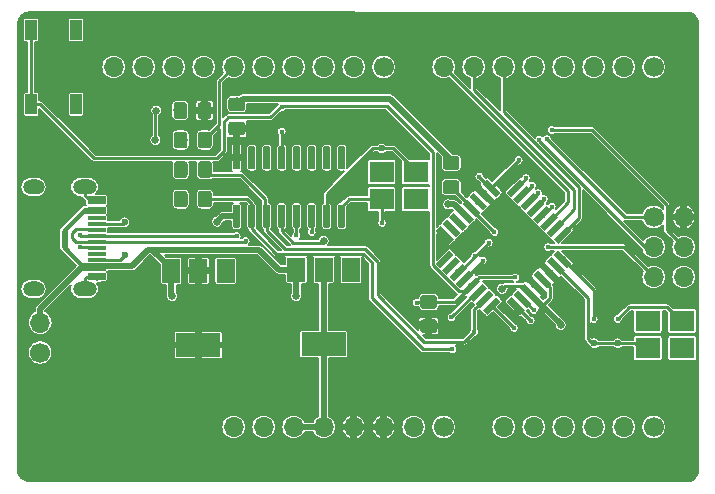
<source format=gbr>
%TF.GenerationSoftware,KiCad,Pcbnew,(5.1.2-1)-1*%
%TF.CreationDate,2020-03-19T17:13:42+05:30*%
%TF.ProjectId,Uno rev1.1,556e6f20-7265-4763-912e-312e6b696361,rev?*%
%TF.SameCoordinates,Original*%
%TF.FileFunction,Copper,L1,Top*%
%TF.FilePolarity,Positive*%
%FSLAX46Y46*%
G04 Gerber Fmt 4.6, Leading zero omitted, Abs format (unit mm)*
G04 Created by KiCad (PCBNEW (5.1.2-1)-1) date 2020-03-19 17:13:42*
%MOMM*%
%LPD*%
G04 APERTURE LIST*
%TA.AperFunction,SMDPad,CuDef*%
%ADD10R,1.500000X2.000000*%
%TD*%
%TA.AperFunction,SMDPad,CuDef*%
%ADD11R,3.800000X2.000000*%
%TD*%
%TA.AperFunction,SMDPad,CuDef*%
%ADD12R,2.100000X1.800000*%
%TD*%
%TA.AperFunction,ComponentPad*%
%ADD13O,1.700000X1.700000*%
%TD*%
%TA.AperFunction,ComponentPad*%
%ADD14C,1.700000*%
%TD*%
%TA.AperFunction,ComponentPad*%
%ADD15O,2.032000X1.270000*%
%TD*%
%TA.AperFunction,ComponentPad*%
%ADD16O,1.828800X1.270000*%
%TD*%
%TA.AperFunction,SMDPad,CuDef*%
%ADD17R,1.524000X0.299974*%
%TD*%
%TA.AperFunction,Conductor*%
%ADD18C,0.100000*%
%TD*%
%TA.AperFunction,SMDPad,CuDef*%
%ADD19C,1.150000*%
%TD*%
%TA.AperFunction,SMDPad,CuDef*%
%ADD20R,1.000000X1.700000*%
%TD*%
%TA.AperFunction,SMDPad,CuDef*%
%ADD21C,0.600000*%
%TD*%
%TA.AperFunction,SMDPad,CuDef*%
%ADD22C,0.550000*%
%TD*%
%TA.AperFunction,ViaPad*%
%ADD23C,0.635000*%
%TD*%
%TA.AperFunction,ViaPad*%
%ADD24C,0.450000*%
%TD*%
%TA.AperFunction,ViaPad*%
%ADD25C,0.600000*%
%TD*%
%TA.AperFunction,Conductor*%
%ADD26C,0.254000*%
%TD*%
%TA.AperFunction,Conductor*%
%ADD27C,0.508000*%
%TD*%
%TA.AperFunction,Conductor*%
%ADD28C,0.127000*%
%TD*%
G04 APERTURE END LIST*
D10*
%TO.P,U1,1*%
%TO.N,GNDREF*%
X30300000Y-34350000D03*
%TO.P,U1,3*%
%TO.N,+VSW*%
X25700000Y-34350000D03*
%TO.P,U1,2*%
%TO.N,+5V*%
X28000000Y-34350000D03*
D11*
X28000000Y-40650000D03*
%TD*%
%TO.P,U2,2*%
%TO.N,+3V3*%
X38600000Y-40580000D03*
D10*
X38600000Y-34280000D03*
%TO.P,U2,3*%
%TO.N,+VSW*%
X36300000Y-34280000D03*
%TO.P,U2,1*%
%TO.N,GNDREF*%
X40900000Y-34280000D03*
%TD*%
D12*
%TO.P,Y2,1*%
%TO.N,Net-(C12-Pad2)*%
X43500000Y-28290000D03*
%TO.P,Y2,2*%
%TO.N,GNDREF*%
X46400000Y-28290000D03*
%TO.P,Y2,3*%
%TO.N,Net-(C10-Pad1)*%
X46400000Y-25990000D03*
%TO.P,Y2,4*%
%TO.N,GNDREF*%
X43500000Y-25990000D03*
%TD*%
%TO.P,Y1,4*%
%TO.N,GNDREF*%
X68950000Y-40900000D03*
%TO.P,Y1,3*%
%TO.N,Net-(C9-Pad1)*%
X66050000Y-40900000D03*
%TO.P,Y1,2*%
%TO.N,GNDREF*%
X66050000Y-38600000D03*
%TO.P,Y1,1*%
%TO.N,Net-(C11-Pad2)*%
X68950000Y-38600000D03*
%TD*%
D13*
%TO.P,J6,2*%
%TO.N,+VSW*%
X14600000Y-38750000D03*
D14*
%TO.P,J6,1*%
%TO.N,GNDREF*%
X14600000Y-41290000D03*
%TD*%
%TO.P,J2,1*%
%TO.N,D12*%
X66540000Y-29810000D03*
D13*
%TO.P,J2,2*%
%TO.N,+5V*%
X69080000Y-29810000D03*
%TO.P,J2,3*%
%TO.N,D13*%
X66540000Y-32350000D03*
%TO.P,J2,4*%
%TO.N,D11*%
X69080000Y-32350000D03*
%TO.P,J2,5*%
%TO.N,RST*%
X66540000Y-34890000D03*
%TO.P,J2,6*%
%TO.N,GNDREF*%
X69080000Y-34890000D03*
%TD*%
D14*
%TO.P,J4,1*%
%TO.N,AD0*%
X66540000Y-47590000D03*
D13*
%TO.P,J4,2*%
%TO.N,AD1*%
X64000000Y-47590000D03*
%TO.P,J4,3*%
%TO.N,AD2*%
X61460000Y-47590000D03*
%TO.P,J4,4*%
%TO.N,AD3*%
X58920000Y-47590000D03*
%TO.P,J4,5*%
%TO.N,AD4_SDA*%
X56380000Y-47590000D03*
%TO.P,J4,6*%
%TO.N,AD5_SCL*%
X53840000Y-47590000D03*
%TD*%
D14*
%TO.P,J1,1*%
%TO.N,GNDREF*%
X48760000Y-47590000D03*
D13*
%TO.P,J1,2*%
X46220000Y-47590000D03*
%TO.P,J1,3*%
%TO.N,+5V*%
X43680000Y-47590000D03*
%TO.P,J1,4*%
X41140000Y-47590000D03*
%TO.P,J1,5*%
%TO.N,+3V3*%
X38600000Y-47590000D03*
%TO.P,J1,6*%
X36060000Y-47590000D03*
%TO.P,J1,7*%
%TO.N,RST*%
X33520000Y-47590000D03*
%TO.P,J1,8*%
%TO.N,GNDREF*%
X30980000Y-47590000D03*
%TD*%
D14*
%TO.P,J5,1*%
%TO.N,D0*%
X66540000Y-17110000D03*
D13*
%TO.P,J5,2*%
%TO.N,D1*%
X64000000Y-17110000D03*
%TO.P,J5,3*%
%TO.N,D2*%
X61460000Y-17110000D03*
%TO.P,J5,4*%
%TO.N,D3*%
X58920000Y-17110000D03*
%TO.P,J5,5*%
%TO.N,D4*%
X56380000Y-17110000D03*
%TO.P,J5,6*%
%TO.N,D5*%
X53840000Y-17110000D03*
%TO.P,J5,7*%
%TO.N,D6*%
X51300000Y-17110000D03*
%TO.P,J5,8*%
%TO.N,D7*%
X48760000Y-17110000D03*
%TD*%
D14*
%TO.P,J3,1*%
%TO.N,D8*%
X43680000Y-17110000D03*
D13*
%TO.P,J3,2*%
%TO.N,D9*%
X41140000Y-17110000D03*
%TO.P,J3,3*%
%TO.N,D10*%
X38600000Y-17110000D03*
%TO.P,J3,4*%
%TO.N,D11*%
X36060000Y-17110000D03*
%TO.P,J3,5*%
%TO.N,D12*%
X33520000Y-17110000D03*
%TO.P,J3,6*%
%TO.N,D13*%
X30980000Y-17110000D03*
%TO.P,J3,7*%
%TO.N,GNDREF*%
X28440000Y-17110000D03*
%TO.P,J3,8*%
%TO.N,AREF*%
X25900000Y-17110000D03*
%TO.P,J3,9*%
%TO.N,AD4_SDA*%
X23360000Y-17110000D03*
%TO.P,J3,10*%
%TO.N,AD5_SCL*%
X20820000Y-17110000D03*
%TD*%
D15*
%TO.P,P1,S1*%
%TO.N,GNDREF*%
X18358000Y-35906000D03*
D16*
X14040000Y-35906000D03*
D15*
X18358000Y-27270000D03*
D16*
X14040000Y-27270000D03*
D17*
%TO.P,P1,A1*%
X19374000Y-28222500D03*
%TO.P,P1,B12*%
X19374000Y-28540000D03*
%TO.P,P1,A4*%
%TO.N,+VSW*%
X19374000Y-29111500D03*
%TO.P,P1,B9*%
X19374000Y-29365500D03*
%TO.P,P1,A8*%
%TO.N,Net-(P1-PadA8)*%
X19374000Y-29873500D03*
%TO.P,P1,A5*%
%TO.N,Net-(P1-PadA5)*%
X19374000Y-30381500D03*
%TO.P,P1,B7*%
%TO.N,D-*%
X19374000Y-30889500D03*
%TO.P,P1,A6*%
%TO.N,D+*%
X19374000Y-31397500D03*
%TO.P,P1,A7*%
%TO.N,D-*%
X19374000Y-31905500D03*
%TO.P,P1,B6*%
%TO.N,D+*%
X19374000Y-32413500D03*
%TO.P,P1,B8*%
%TO.N,Net-(P1-PadB8)*%
X19374000Y-32921500D03*
%TO.P,P1,B5*%
%TO.N,Net-(P1-PadB5)*%
X19374000Y-33429500D03*
%TO.P,P1,B4*%
%TO.N,+VSW*%
X19374000Y-33937500D03*
%TO.P,P1,A9*%
X19374000Y-34191500D03*
%TO.P,P1,B1*%
%TO.N,GNDREF*%
X19374000Y-34699500D03*
%TO.P,P1,A12*%
X19374000Y-34953500D03*
%TD*%
D18*
%TO.N,+5V*%
%TO.C,R1*%
G36*
X47964505Y-38479204D02*
G01*
X47988773Y-38482804D01*
X48012572Y-38488765D01*
X48035671Y-38497030D01*
X48057850Y-38507520D01*
X48078893Y-38520132D01*
X48098599Y-38534747D01*
X48116777Y-38551223D01*
X48133253Y-38569401D01*
X48147868Y-38589107D01*
X48160480Y-38610150D01*
X48170970Y-38632329D01*
X48179235Y-38655428D01*
X48185196Y-38679227D01*
X48188796Y-38703495D01*
X48190000Y-38727999D01*
X48190000Y-39378001D01*
X48188796Y-39402505D01*
X48185196Y-39426773D01*
X48179235Y-39450572D01*
X48170970Y-39473671D01*
X48160480Y-39495850D01*
X48147868Y-39516893D01*
X48133253Y-39536599D01*
X48116777Y-39554777D01*
X48098599Y-39571253D01*
X48078893Y-39585868D01*
X48057850Y-39598480D01*
X48035671Y-39608970D01*
X48012572Y-39617235D01*
X47988773Y-39623196D01*
X47964505Y-39626796D01*
X47940001Y-39628000D01*
X47039999Y-39628000D01*
X47015495Y-39626796D01*
X46991227Y-39623196D01*
X46967428Y-39617235D01*
X46944329Y-39608970D01*
X46922150Y-39598480D01*
X46901107Y-39585868D01*
X46881401Y-39571253D01*
X46863223Y-39554777D01*
X46846747Y-39536599D01*
X46832132Y-39516893D01*
X46819520Y-39495850D01*
X46809030Y-39473671D01*
X46800765Y-39450572D01*
X46794804Y-39426773D01*
X46791204Y-39402505D01*
X46790000Y-39378001D01*
X46790000Y-38727999D01*
X46791204Y-38703495D01*
X46794804Y-38679227D01*
X46800765Y-38655428D01*
X46809030Y-38632329D01*
X46819520Y-38610150D01*
X46832132Y-38589107D01*
X46846747Y-38569401D01*
X46863223Y-38551223D01*
X46881401Y-38534747D01*
X46901107Y-38520132D01*
X46922150Y-38507520D01*
X46944329Y-38497030D01*
X46967428Y-38488765D01*
X46991227Y-38482804D01*
X47015495Y-38479204D01*
X47039999Y-38478000D01*
X47940001Y-38478000D01*
X47964505Y-38479204D01*
X47964505Y-38479204D01*
G37*
D19*
%TD*%
%TO.P,R1,1*%
%TO.N,+5V*%
X47490000Y-39053000D03*
D18*
%TO.N,RST*%
%TO.C,R1*%
G36*
X47964505Y-36429204D02*
G01*
X47988773Y-36432804D01*
X48012572Y-36438765D01*
X48035671Y-36447030D01*
X48057850Y-36457520D01*
X48078893Y-36470132D01*
X48098599Y-36484747D01*
X48116777Y-36501223D01*
X48133253Y-36519401D01*
X48147868Y-36539107D01*
X48160480Y-36560150D01*
X48170970Y-36582329D01*
X48179235Y-36605428D01*
X48185196Y-36629227D01*
X48188796Y-36653495D01*
X48190000Y-36677999D01*
X48190000Y-37328001D01*
X48188796Y-37352505D01*
X48185196Y-37376773D01*
X48179235Y-37400572D01*
X48170970Y-37423671D01*
X48160480Y-37445850D01*
X48147868Y-37466893D01*
X48133253Y-37486599D01*
X48116777Y-37504777D01*
X48098599Y-37521253D01*
X48078893Y-37535868D01*
X48057850Y-37548480D01*
X48035671Y-37558970D01*
X48012572Y-37567235D01*
X47988773Y-37573196D01*
X47964505Y-37576796D01*
X47940001Y-37578000D01*
X47039999Y-37578000D01*
X47015495Y-37576796D01*
X46991227Y-37573196D01*
X46967428Y-37567235D01*
X46944329Y-37558970D01*
X46922150Y-37548480D01*
X46901107Y-37535868D01*
X46881401Y-37521253D01*
X46863223Y-37504777D01*
X46846747Y-37486599D01*
X46832132Y-37466893D01*
X46819520Y-37445850D01*
X46809030Y-37423671D01*
X46800765Y-37400572D01*
X46794804Y-37376773D01*
X46791204Y-37352505D01*
X46790000Y-37328001D01*
X46790000Y-36677999D01*
X46791204Y-36653495D01*
X46794804Y-36629227D01*
X46800765Y-36605428D01*
X46809030Y-36582329D01*
X46819520Y-36560150D01*
X46832132Y-36539107D01*
X46846747Y-36519401D01*
X46863223Y-36501223D01*
X46881401Y-36484747D01*
X46901107Y-36470132D01*
X46922150Y-36457520D01*
X46944329Y-36447030D01*
X46967428Y-36438765D01*
X46991227Y-36432804D01*
X47015495Y-36429204D01*
X47039999Y-36428000D01*
X47940001Y-36428000D01*
X47964505Y-36429204D01*
X47964505Y-36429204D01*
G37*
D19*
%TD*%
%TO.P,R1,2*%
%TO.N,RST*%
X47490000Y-37003000D03*
D20*
%TO.P,RST,1*%
%TO.N,RST*%
X13840000Y-20260000D03*
X13840000Y-13960000D03*
%TO.P,RST,2*%
%TO.N,GNDREF*%
X17640000Y-20260000D03*
X17640000Y-13960000D03*
%TD*%
D18*
%TO.N,GNDREF*%
%TO.C,U3*%
G36*
X31398703Y-28765722D02*
G01*
X31413264Y-28767882D01*
X31427543Y-28771459D01*
X31441403Y-28776418D01*
X31454710Y-28782712D01*
X31467336Y-28790280D01*
X31479159Y-28799048D01*
X31490066Y-28808934D01*
X31499952Y-28819841D01*
X31508720Y-28831664D01*
X31516288Y-28844290D01*
X31522582Y-28857597D01*
X31527541Y-28871457D01*
X31531118Y-28885736D01*
X31533278Y-28900297D01*
X31534000Y-28915000D01*
X31534000Y-30565000D01*
X31533278Y-30579703D01*
X31531118Y-30594264D01*
X31527541Y-30608543D01*
X31522582Y-30622403D01*
X31516288Y-30635710D01*
X31508720Y-30648336D01*
X31499952Y-30660159D01*
X31490066Y-30671066D01*
X31479159Y-30680952D01*
X31467336Y-30689720D01*
X31454710Y-30697288D01*
X31441403Y-30703582D01*
X31427543Y-30708541D01*
X31413264Y-30712118D01*
X31398703Y-30714278D01*
X31384000Y-30715000D01*
X31084000Y-30715000D01*
X31069297Y-30714278D01*
X31054736Y-30712118D01*
X31040457Y-30708541D01*
X31026597Y-30703582D01*
X31013290Y-30697288D01*
X31000664Y-30689720D01*
X30988841Y-30680952D01*
X30977934Y-30671066D01*
X30968048Y-30660159D01*
X30959280Y-30648336D01*
X30951712Y-30635710D01*
X30945418Y-30622403D01*
X30940459Y-30608543D01*
X30936882Y-30594264D01*
X30934722Y-30579703D01*
X30934000Y-30565000D01*
X30934000Y-28915000D01*
X30934722Y-28900297D01*
X30936882Y-28885736D01*
X30940459Y-28871457D01*
X30945418Y-28857597D01*
X30951712Y-28844290D01*
X30959280Y-28831664D01*
X30968048Y-28819841D01*
X30977934Y-28808934D01*
X30988841Y-28799048D01*
X31000664Y-28790280D01*
X31013290Y-28782712D01*
X31026597Y-28776418D01*
X31040457Y-28771459D01*
X31054736Y-28767882D01*
X31069297Y-28765722D01*
X31084000Y-28765000D01*
X31384000Y-28765000D01*
X31398703Y-28765722D01*
X31398703Y-28765722D01*
G37*
D21*
%TD*%
%TO.P,U3,1*%
%TO.N,GNDREF*%
X31234000Y-29740000D03*
D18*
%TO.N,D0*%
%TO.C,U3*%
G36*
X32668703Y-28765722D02*
G01*
X32683264Y-28767882D01*
X32697543Y-28771459D01*
X32711403Y-28776418D01*
X32724710Y-28782712D01*
X32737336Y-28790280D01*
X32749159Y-28799048D01*
X32760066Y-28808934D01*
X32769952Y-28819841D01*
X32778720Y-28831664D01*
X32786288Y-28844290D01*
X32792582Y-28857597D01*
X32797541Y-28871457D01*
X32801118Y-28885736D01*
X32803278Y-28900297D01*
X32804000Y-28915000D01*
X32804000Y-30565000D01*
X32803278Y-30579703D01*
X32801118Y-30594264D01*
X32797541Y-30608543D01*
X32792582Y-30622403D01*
X32786288Y-30635710D01*
X32778720Y-30648336D01*
X32769952Y-30660159D01*
X32760066Y-30671066D01*
X32749159Y-30680952D01*
X32737336Y-30689720D01*
X32724710Y-30697288D01*
X32711403Y-30703582D01*
X32697543Y-30708541D01*
X32683264Y-30712118D01*
X32668703Y-30714278D01*
X32654000Y-30715000D01*
X32354000Y-30715000D01*
X32339297Y-30714278D01*
X32324736Y-30712118D01*
X32310457Y-30708541D01*
X32296597Y-30703582D01*
X32283290Y-30697288D01*
X32270664Y-30689720D01*
X32258841Y-30680952D01*
X32247934Y-30671066D01*
X32238048Y-30660159D01*
X32229280Y-30648336D01*
X32221712Y-30635710D01*
X32215418Y-30622403D01*
X32210459Y-30608543D01*
X32206882Y-30594264D01*
X32204722Y-30579703D01*
X32204000Y-30565000D01*
X32204000Y-28915000D01*
X32204722Y-28900297D01*
X32206882Y-28885736D01*
X32210459Y-28871457D01*
X32215418Y-28857597D01*
X32221712Y-28844290D01*
X32229280Y-28831664D01*
X32238048Y-28819841D01*
X32247934Y-28808934D01*
X32258841Y-28799048D01*
X32270664Y-28790280D01*
X32283290Y-28782712D01*
X32296597Y-28776418D01*
X32310457Y-28771459D01*
X32324736Y-28767882D01*
X32339297Y-28765722D01*
X32354000Y-28765000D01*
X32654000Y-28765000D01*
X32668703Y-28765722D01*
X32668703Y-28765722D01*
G37*
D21*
%TD*%
%TO.P,U3,2*%
%TO.N,D0*%
X32504000Y-29740000D03*
D18*
%TO.N,D1*%
%TO.C,U3*%
G36*
X33938703Y-28765722D02*
G01*
X33953264Y-28767882D01*
X33967543Y-28771459D01*
X33981403Y-28776418D01*
X33994710Y-28782712D01*
X34007336Y-28790280D01*
X34019159Y-28799048D01*
X34030066Y-28808934D01*
X34039952Y-28819841D01*
X34048720Y-28831664D01*
X34056288Y-28844290D01*
X34062582Y-28857597D01*
X34067541Y-28871457D01*
X34071118Y-28885736D01*
X34073278Y-28900297D01*
X34074000Y-28915000D01*
X34074000Y-30565000D01*
X34073278Y-30579703D01*
X34071118Y-30594264D01*
X34067541Y-30608543D01*
X34062582Y-30622403D01*
X34056288Y-30635710D01*
X34048720Y-30648336D01*
X34039952Y-30660159D01*
X34030066Y-30671066D01*
X34019159Y-30680952D01*
X34007336Y-30689720D01*
X33994710Y-30697288D01*
X33981403Y-30703582D01*
X33967543Y-30708541D01*
X33953264Y-30712118D01*
X33938703Y-30714278D01*
X33924000Y-30715000D01*
X33624000Y-30715000D01*
X33609297Y-30714278D01*
X33594736Y-30712118D01*
X33580457Y-30708541D01*
X33566597Y-30703582D01*
X33553290Y-30697288D01*
X33540664Y-30689720D01*
X33528841Y-30680952D01*
X33517934Y-30671066D01*
X33508048Y-30660159D01*
X33499280Y-30648336D01*
X33491712Y-30635710D01*
X33485418Y-30622403D01*
X33480459Y-30608543D01*
X33476882Y-30594264D01*
X33474722Y-30579703D01*
X33474000Y-30565000D01*
X33474000Y-28915000D01*
X33474722Y-28900297D01*
X33476882Y-28885736D01*
X33480459Y-28871457D01*
X33485418Y-28857597D01*
X33491712Y-28844290D01*
X33499280Y-28831664D01*
X33508048Y-28819841D01*
X33517934Y-28808934D01*
X33528841Y-28799048D01*
X33540664Y-28790280D01*
X33553290Y-28782712D01*
X33566597Y-28776418D01*
X33580457Y-28771459D01*
X33594736Y-28767882D01*
X33609297Y-28765722D01*
X33624000Y-28765000D01*
X33924000Y-28765000D01*
X33938703Y-28765722D01*
X33938703Y-28765722D01*
G37*
D21*
%TD*%
%TO.P,U3,3*%
%TO.N,D1*%
X33774000Y-29740000D03*
D18*
%TO.N,+3V3*%
%TO.C,U3*%
G36*
X35208703Y-28765722D02*
G01*
X35223264Y-28767882D01*
X35237543Y-28771459D01*
X35251403Y-28776418D01*
X35264710Y-28782712D01*
X35277336Y-28790280D01*
X35289159Y-28799048D01*
X35300066Y-28808934D01*
X35309952Y-28819841D01*
X35318720Y-28831664D01*
X35326288Y-28844290D01*
X35332582Y-28857597D01*
X35337541Y-28871457D01*
X35341118Y-28885736D01*
X35343278Y-28900297D01*
X35344000Y-28915000D01*
X35344000Y-30565000D01*
X35343278Y-30579703D01*
X35341118Y-30594264D01*
X35337541Y-30608543D01*
X35332582Y-30622403D01*
X35326288Y-30635710D01*
X35318720Y-30648336D01*
X35309952Y-30660159D01*
X35300066Y-30671066D01*
X35289159Y-30680952D01*
X35277336Y-30689720D01*
X35264710Y-30697288D01*
X35251403Y-30703582D01*
X35237543Y-30708541D01*
X35223264Y-30712118D01*
X35208703Y-30714278D01*
X35194000Y-30715000D01*
X34894000Y-30715000D01*
X34879297Y-30714278D01*
X34864736Y-30712118D01*
X34850457Y-30708541D01*
X34836597Y-30703582D01*
X34823290Y-30697288D01*
X34810664Y-30689720D01*
X34798841Y-30680952D01*
X34787934Y-30671066D01*
X34778048Y-30660159D01*
X34769280Y-30648336D01*
X34761712Y-30635710D01*
X34755418Y-30622403D01*
X34750459Y-30608543D01*
X34746882Y-30594264D01*
X34744722Y-30579703D01*
X34744000Y-30565000D01*
X34744000Y-28915000D01*
X34744722Y-28900297D01*
X34746882Y-28885736D01*
X34750459Y-28871457D01*
X34755418Y-28857597D01*
X34761712Y-28844290D01*
X34769280Y-28831664D01*
X34778048Y-28819841D01*
X34787934Y-28808934D01*
X34798841Y-28799048D01*
X34810664Y-28790280D01*
X34823290Y-28782712D01*
X34836597Y-28776418D01*
X34850457Y-28771459D01*
X34864736Y-28767882D01*
X34879297Y-28765722D01*
X34894000Y-28765000D01*
X35194000Y-28765000D01*
X35208703Y-28765722D01*
X35208703Y-28765722D01*
G37*
D21*
%TD*%
%TO.P,U3,4*%
%TO.N,+3V3*%
X35044000Y-29740000D03*
D18*
%TO.N,D+*%
%TO.C,U3*%
G36*
X36478703Y-28765722D02*
G01*
X36493264Y-28767882D01*
X36507543Y-28771459D01*
X36521403Y-28776418D01*
X36534710Y-28782712D01*
X36547336Y-28790280D01*
X36559159Y-28799048D01*
X36570066Y-28808934D01*
X36579952Y-28819841D01*
X36588720Y-28831664D01*
X36596288Y-28844290D01*
X36602582Y-28857597D01*
X36607541Y-28871457D01*
X36611118Y-28885736D01*
X36613278Y-28900297D01*
X36614000Y-28915000D01*
X36614000Y-30565000D01*
X36613278Y-30579703D01*
X36611118Y-30594264D01*
X36607541Y-30608543D01*
X36602582Y-30622403D01*
X36596288Y-30635710D01*
X36588720Y-30648336D01*
X36579952Y-30660159D01*
X36570066Y-30671066D01*
X36559159Y-30680952D01*
X36547336Y-30689720D01*
X36534710Y-30697288D01*
X36521403Y-30703582D01*
X36507543Y-30708541D01*
X36493264Y-30712118D01*
X36478703Y-30714278D01*
X36464000Y-30715000D01*
X36164000Y-30715000D01*
X36149297Y-30714278D01*
X36134736Y-30712118D01*
X36120457Y-30708541D01*
X36106597Y-30703582D01*
X36093290Y-30697288D01*
X36080664Y-30689720D01*
X36068841Y-30680952D01*
X36057934Y-30671066D01*
X36048048Y-30660159D01*
X36039280Y-30648336D01*
X36031712Y-30635710D01*
X36025418Y-30622403D01*
X36020459Y-30608543D01*
X36016882Y-30594264D01*
X36014722Y-30579703D01*
X36014000Y-30565000D01*
X36014000Y-28915000D01*
X36014722Y-28900297D01*
X36016882Y-28885736D01*
X36020459Y-28871457D01*
X36025418Y-28857597D01*
X36031712Y-28844290D01*
X36039280Y-28831664D01*
X36048048Y-28819841D01*
X36057934Y-28808934D01*
X36068841Y-28799048D01*
X36080664Y-28790280D01*
X36093290Y-28782712D01*
X36106597Y-28776418D01*
X36120457Y-28771459D01*
X36134736Y-28767882D01*
X36149297Y-28765722D01*
X36164000Y-28765000D01*
X36464000Y-28765000D01*
X36478703Y-28765722D01*
X36478703Y-28765722D01*
G37*
D21*
%TD*%
%TO.P,U3,5*%
%TO.N,D+*%
X36314000Y-29740000D03*
D18*
%TO.N,D-*%
%TO.C,U3*%
G36*
X37748703Y-28765722D02*
G01*
X37763264Y-28767882D01*
X37777543Y-28771459D01*
X37791403Y-28776418D01*
X37804710Y-28782712D01*
X37817336Y-28790280D01*
X37829159Y-28799048D01*
X37840066Y-28808934D01*
X37849952Y-28819841D01*
X37858720Y-28831664D01*
X37866288Y-28844290D01*
X37872582Y-28857597D01*
X37877541Y-28871457D01*
X37881118Y-28885736D01*
X37883278Y-28900297D01*
X37884000Y-28915000D01*
X37884000Y-30565000D01*
X37883278Y-30579703D01*
X37881118Y-30594264D01*
X37877541Y-30608543D01*
X37872582Y-30622403D01*
X37866288Y-30635710D01*
X37858720Y-30648336D01*
X37849952Y-30660159D01*
X37840066Y-30671066D01*
X37829159Y-30680952D01*
X37817336Y-30689720D01*
X37804710Y-30697288D01*
X37791403Y-30703582D01*
X37777543Y-30708541D01*
X37763264Y-30712118D01*
X37748703Y-30714278D01*
X37734000Y-30715000D01*
X37434000Y-30715000D01*
X37419297Y-30714278D01*
X37404736Y-30712118D01*
X37390457Y-30708541D01*
X37376597Y-30703582D01*
X37363290Y-30697288D01*
X37350664Y-30689720D01*
X37338841Y-30680952D01*
X37327934Y-30671066D01*
X37318048Y-30660159D01*
X37309280Y-30648336D01*
X37301712Y-30635710D01*
X37295418Y-30622403D01*
X37290459Y-30608543D01*
X37286882Y-30594264D01*
X37284722Y-30579703D01*
X37284000Y-30565000D01*
X37284000Y-28915000D01*
X37284722Y-28900297D01*
X37286882Y-28885736D01*
X37290459Y-28871457D01*
X37295418Y-28857597D01*
X37301712Y-28844290D01*
X37309280Y-28831664D01*
X37318048Y-28819841D01*
X37327934Y-28808934D01*
X37338841Y-28799048D01*
X37350664Y-28790280D01*
X37363290Y-28782712D01*
X37376597Y-28776418D01*
X37390457Y-28771459D01*
X37404736Y-28767882D01*
X37419297Y-28765722D01*
X37434000Y-28765000D01*
X37734000Y-28765000D01*
X37748703Y-28765722D01*
X37748703Y-28765722D01*
G37*
D21*
%TD*%
%TO.P,U3,6*%
%TO.N,D-*%
X37584000Y-29740000D03*
D18*
%TO.N,Net-(C10-Pad1)*%
%TO.C,U3*%
G36*
X39018703Y-28765722D02*
G01*
X39033264Y-28767882D01*
X39047543Y-28771459D01*
X39061403Y-28776418D01*
X39074710Y-28782712D01*
X39087336Y-28790280D01*
X39099159Y-28799048D01*
X39110066Y-28808934D01*
X39119952Y-28819841D01*
X39128720Y-28831664D01*
X39136288Y-28844290D01*
X39142582Y-28857597D01*
X39147541Y-28871457D01*
X39151118Y-28885736D01*
X39153278Y-28900297D01*
X39154000Y-28915000D01*
X39154000Y-30565000D01*
X39153278Y-30579703D01*
X39151118Y-30594264D01*
X39147541Y-30608543D01*
X39142582Y-30622403D01*
X39136288Y-30635710D01*
X39128720Y-30648336D01*
X39119952Y-30660159D01*
X39110066Y-30671066D01*
X39099159Y-30680952D01*
X39087336Y-30689720D01*
X39074710Y-30697288D01*
X39061403Y-30703582D01*
X39047543Y-30708541D01*
X39033264Y-30712118D01*
X39018703Y-30714278D01*
X39004000Y-30715000D01*
X38704000Y-30715000D01*
X38689297Y-30714278D01*
X38674736Y-30712118D01*
X38660457Y-30708541D01*
X38646597Y-30703582D01*
X38633290Y-30697288D01*
X38620664Y-30689720D01*
X38608841Y-30680952D01*
X38597934Y-30671066D01*
X38588048Y-30660159D01*
X38579280Y-30648336D01*
X38571712Y-30635710D01*
X38565418Y-30622403D01*
X38560459Y-30608543D01*
X38556882Y-30594264D01*
X38554722Y-30579703D01*
X38554000Y-30565000D01*
X38554000Y-28915000D01*
X38554722Y-28900297D01*
X38556882Y-28885736D01*
X38560459Y-28871457D01*
X38565418Y-28857597D01*
X38571712Y-28844290D01*
X38579280Y-28831664D01*
X38588048Y-28819841D01*
X38597934Y-28808934D01*
X38608841Y-28799048D01*
X38620664Y-28790280D01*
X38633290Y-28782712D01*
X38646597Y-28776418D01*
X38660457Y-28771459D01*
X38674736Y-28767882D01*
X38689297Y-28765722D01*
X38704000Y-28765000D01*
X39004000Y-28765000D01*
X39018703Y-28765722D01*
X39018703Y-28765722D01*
G37*
D21*
%TD*%
%TO.P,U3,7*%
%TO.N,Net-(C10-Pad1)*%
X38854000Y-29740000D03*
D18*
%TO.N,Net-(C12-Pad2)*%
%TO.C,U3*%
G36*
X40288703Y-28765722D02*
G01*
X40303264Y-28767882D01*
X40317543Y-28771459D01*
X40331403Y-28776418D01*
X40344710Y-28782712D01*
X40357336Y-28790280D01*
X40369159Y-28799048D01*
X40380066Y-28808934D01*
X40389952Y-28819841D01*
X40398720Y-28831664D01*
X40406288Y-28844290D01*
X40412582Y-28857597D01*
X40417541Y-28871457D01*
X40421118Y-28885736D01*
X40423278Y-28900297D01*
X40424000Y-28915000D01*
X40424000Y-30565000D01*
X40423278Y-30579703D01*
X40421118Y-30594264D01*
X40417541Y-30608543D01*
X40412582Y-30622403D01*
X40406288Y-30635710D01*
X40398720Y-30648336D01*
X40389952Y-30660159D01*
X40380066Y-30671066D01*
X40369159Y-30680952D01*
X40357336Y-30689720D01*
X40344710Y-30697288D01*
X40331403Y-30703582D01*
X40317543Y-30708541D01*
X40303264Y-30712118D01*
X40288703Y-30714278D01*
X40274000Y-30715000D01*
X39974000Y-30715000D01*
X39959297Y-30714278D01*
X39944736Y-30712118D01*
X39930457Y-30708541D01*
X39916597Y-30703582D01*
X39903290Y-30697288D01*
X39890664Y-30689720D01*
X39878841Y-30680952D01*
X39867934Y-30671066D01*
X39858048Y-30660159D01*
X39849280Y-30648336D01*
X39841712Y-30635710D01*
X39835418Y-30622403D01*
X39830459Y-30608543D01*
X39826882Y-30594264D01*
X39824722Y-30579703D01*
X39824000Y-30565000D01*
X39824000Y-28915000D01*
X39824722Y-28900297D01*
X39826882Y-28885736D01*
X39830459Y-28871457D01*
X39835418Y-28857597D01*
X39841712Y-28844290D01*
X39849280Y-28831664D01*
X39858048Y-28819841D01*
X39867934Y-28808934D01*
X39878841Y-28799048D01*
X39890664Y-28790280D01*
X39903290Y-28782712D01*
X39916597Y-28776418D01*
X39930457Y-28771459D01*
X39944736Y-28767882D01*
X39959297Y-28765722D01*
X39974000Y-28765000D01*
X40274000Y-28765000D01*
X40288703Y-28765722D01*
X40288703Y-28765722D01*
G37*
D21*
%TD*%
%TO.P,U3,8*%
%TO.N,Net-(C12-Pad2)*%
X40124000Y-29740000D03*
D18*
%TO.N,Net-(U3-Pad9)*%
%TO.C,U3*%
G36*
X40288703Y-23815722D02*
G01*
X40303264Y-23817882D01*
X40317543Y-23821459D01*
X40331403Y-23826418D01*
X40344710Y-23832712D01*
X40357336Y-23840280D01*
X40369159Y-23849048D01*
X40380066Y-23858934D01*
X40389952Y-23869841D01*
X40398720Y-23881664D01*
X40406288Y-23894290D01*
X40412582Y-23907597D01*
X40417541Y-23921457D01*
X40421118Y-23935736D01*
X40423278Y-23950297D01*
X40424000Y-23965000D01*
X40424000Y-25615000D01*
X40423278Y-25629703D01*
X40421118Y-25644264D01*
X40417541Y-25658543D01*
X40412582Y-25672403D01*
X40406288Y-25685710D01*
X40398720Y-25698336D01*
X40389952Y-25710159D01*
X40380066Y-25721066D01*
X40369159Y-25730952D01*
X40357336Y-25739720D01*
X40344710Y-25747288D01*
X40331403Y-25753582D01*
X40317543Y-25758541D01*
X40303264Y-25762118D01*
X40288703Y-25764278D01*
X40274000Y-25765000D01*
X39974000Y-25765000D01*
X39959297Y-25764278D01*
X39944736Y-25762118D01*
X39930457Y-25758541D01*
X39916597Y-25753582D01*
X39903290Y-25747288D01*
X39890664Y-25739720D01*
X39878841Y-25730952D01*
X39867934Y-25721066D01*
X39858048Y-25710159D01*
X39849280Y-25698336D01*
X39841712Y-25685710D01*
X39835418Y-25672403D01*
X39830459Y-25658543D01*
X39826882Y-25644264D01*
X39824722Y-25629703D01*
X39824000Y-25615000D01*
X39824000Y-23965000D01*
X39824722Y-23950297D01*
X39826882Y-23935736D01*
X39830459Y-23921457D01*
X39835418Y-23907597D01*
X39841712Y-23894290D01*
X39849280Y-23881664D01*
X39858048Y-23869841D01*
X39867934Y-23858934D01*
X39878841Y-23849048D01*
X39890664Y-23840280D01*
X39903290Y-23832712D01*
X39916597Y-23826418D01*
X39930457Y-23821459D01*
X39944736Y-23817882D01*
X39959297Y-23815722D01*
X39974000Y-23815000D01*
X40274000Y-23815000D01*
X40288703Y-23815722D01*
X40288703Y-23815722D01*
G37*
D21*
%TD*%
%TO.P,U3,9*%
%TO.N,Net-(U3-Pad9)*%
X40124000Y-24790000D03*
D18*
%TO.N,Net-(U3-Pad10)*%
%TO.C,U3*%
G36*
X39018703Y-23815722D02*
G01*
X39033264Y-23817882D01*
X39047543Y-23821459D01*
X39061403Y-23826418D01*
X39074710Y-23832712D01*
X39087336Y-23840280D01*
X39099159Y-23849048D01*
X39110066Y-23858934D01*
X39119952Y-23869841D01*
X39128720Y-23881664D01*
X39136288Y-23894290D01*
X39142582Y-23907597D01*
X39147541Y-23921457D01*
X39151118Y-23935736D01*
X39153278Y-23950297D01*
X39154000Y-23965000D01*
X39154000Y-25615000D01*
X39153278Y-25629703D01*
X39151118Y-25644264D01*
X39147541Y-25658543D01*
X39142582Y-25672403D01*
X39136288Y-25685710D01*
X39128720Y-25698336D01*
X39119952Y-25710159D01*
X39110066Y-25721066D01*
X39099159Y-25730952D01*
X39087336Y-25739720D01*
X39074710Y-25747288D01*
X39061403Y-25753582D01*
X39047543Y-25758541D01*
X39033264Y-25762118D01*
X39018703Y-25764278D01*
X39004000Y-25765000D01*
X38704000Y-25765000D01*
X38689297Y-25764278D01*
X38674736Y-25762118D01*
X38660457Y-25758541D01*
X38646597Y-25753582D01*
X38633290Y-25747288D01*
X38620664Y-25739720D01*
X38608841Y-25730952D01*
X38597934Y-25721066D01*
X38588048Y-25710159D01*
X38579280Y-25698336D01*
X38571712Y-25685710D01*
X38565418Y-25672403D01*
X38560459Y-25658543D01*
X38556882Y-25644264D01*
X38554722Y-25629703D01*
X38554000Y-25615000D01*
X38554000Y-23965000D01*
X38554722Y-23950297D01*
X38556882Y-23935736D01*
X38560459Y-23921457D01*
X38565418Y-23907597D01*
X38571712Y-23894290D01*
X38579280Y-23881664D01*
X38588048Y-23869841D01*
X38597934Y-23858934D01*
X38608841Y-23849048D01*
X38620664Y-23840280D01*
X38633290Y-23832712D01*
X38646597Y-23826418D01*
X38660457Y-23821459D01*
X38674736Y-23817882D01*
X38689297Y-23815722D01*
X38704000Y-23815000D01*
X39004000Y-23815000D01*
X39018703Y-23815722D01*
X39018703Y-23815722D01*
G37*
D21*
%TD*%
%TO.P,U3,10*%
%TO.N,Net-(U3-Pad10)*%
X38854000Y-24790000D03*
D18*
%TO.N,Net-(U3-Pad11)*%
%TO.C,U3*%
G36*
X37748703Y-23815722D02*
G01*
X37763264Y-23817882D01*
X37777543Y-23821459D01*
X37791403Y-23826418D01*
X37804710Y-23832712D01*
X37817336Y-23840280D01*
X37829159Y-23849048D01*
X37840066Y-23858934D01*
X37849952Y-23869841D01*
X37858720Y-23881664D01*
X37866288Y-23894290D01*
X37872582Y-23907597D01*
X37877541Y-23921457D01*
X37881118Y-23935736D01*
X37883278Y-23950297D01*
X37884000Y-23965000D01*
X37884000Y-25615000D01*
X37883278Y-25629703D01*
X37881118Y-25644264D01*
X37877541Y-25658543D01*
X37872582Y-25672403D01*
X37866288Y-25685710D01*
X37858720Y-25698336D01*
X37849952Y-25710159D01*
X37840066Y-25721066D01*
X37829159Y-25730952D01*
X37817336Y-25739720D01*
X37804710Y-25747288D01*
X37791403Y-25753582D01*
X37777543Y-25758541D01*
X37763264Y-25762118D01*
X37748703Y-25764278D01*
X37734000Y-25765000D01*
X37434000Y-25765000D01*
X37419297Y-25764278D01*
X37404736Y-25762118D01*
X37390457Y-25758541D01*
X37376597Y-25753582D01*
X37363290Y-25747288D01*
X37350664Y-25739720D01*
X37338841Y-25730952D01*
X37327934Y-25721066D01*
X37318048Y-25710159D01*
X37309280Y-25698336D01*
X37301712Y-25685710D01*
X37295418Y-25672403D01*
X37290459Y-25658543D01*
X37286882Y-25644264D01*
X37284722Y-25629703D01*
X37284000Y-25615000D01*
X37284000Y-23965000D01*
X37284722Y-23950297D01*
X37286882Y-23935736D01*
X37290459Y-23921457D01*
X37295418Y-23907597D01*
X37301712Y-23894290D01*
X37309280Y-23881664D01*
X37318048Y-23869841D01*
X37327934Y-23858934D01*
X37338841Y-23849048D01*
X37350664Y-23840280D01*
X37363290Y-23832712D01*
X37376597Y-23826418D01*
X37390457Y-23821459D01*
X37404736Y-23817882D01*
X37419297Y-23815722D01*
X37434000Y-23815000D01*
X37734000Y-23815000D01*
X37748703Y-23815722D01*
X37748703Y-23815722D01*
G37*
D21*
%TD*%
%TO.P,U3,11*%
%TO.N,Net-(U3-Pad11)*%
X37584000Y-24790000D03*
D18*
%TO.N,Net-(U3-Pad12)*%
%TO.C,U3*%
G36*
X36478703Y-23815722D02*
G01*
X36493264Y-23817882D01*
X36507543Y-23821459D01*
X36521403Y-23826418D01*
X36534710Y-23832712D01*
X36547336Y-23840280D01*
X36559159Y-23849048D01*
X36570066Y-23858934D01*
X36579952Y-23869841D01*
X36588720Y-23881664D01*
X36596288Y-23894290D01*
X36602582Y-23907597D01*
X36607541Y-23921457D01*
X36611118Y-23935736D01*
X36613278Y-23950297D01*
X36614000Y-23965000D01*
X36614000Y-25615000D01*
X36613278Y-25629703D01*
X36611118Y-25644264D01*
X36607541Y-25658543D01*
X36602582Y-25672403D01*
X36596288Y-25685710D01*
X36588720Y-25698336D01*
X36579952Y-25710159D01*
X36570066Y-25721066D01*
X36559159Y-25730952D01*
X36547336Y-25739720D01*
X36534710Y-25747288D01*
X36521403Y-25753582D01*
X36507543Y-25758541D01*
X36493264Y-25762118D01*
X36478703Y-25764278D01*
X36464000Y-25765000D01*
X36164000Y-25765000D01*
X36149297Y-25764278D01*
X36134736Y-25762118D01*
X36120457Y-25758541D01*
X36106597Y-25753582D01*
X36093290Y-25747288D01*
X36080664Y-25739720D01*
X36068841Y-25730952D01*
X36057934Y-25721066D01*
X36048048Y-25710159D01*
X36039280Y-25698336D01*
X36031712Y-25685710D01*
X36025418Y-25672403D01*
X36020459Y-25658543D01*
X36016882Y-25644264D01*
X36014722Y-25629703D01*
X36014000Y-25615000D01*
X36014000Y-23965000D01*
X36014722Y-23950297D01*
X36016882Y-23935736D01*
X36020459Y-23921457D01*
X36025418Y-23907597D01*
X36031712Y-23894290D01*
X36039280Y-23881664D01*
X36048048Y-23869841D01*
X36057934Y-23858934D01*
X36068841Y-23849048D01*
X36080664Y-23840280D01*
X36093290Y-23832712D01*
X36106597Y-23826418D01*
X36120457Y-23821459D01*
X36134736Y-23817882D01*
X36149297Y-23815722D01*
X36164000Y-23815000D01*
X36464000Y-23815000D01*
X36478703Y-23815722D01*
X36478703Y-23815722D01*
G37*
D21*
%TD*%
%TO.P,U3,12*%
%TO.N,Net-(U3-Pad12)*%
X36314000Y-24790000D03*
D18*
%TO.N,Net-(C8-Pad2)*%
%TO.C,U3*%
G36*
X35208703Y-23815722D02*
G01*
X35223264Y-23817882D01*
X35237543Y-23821459D01*
X35251403Y-23826418D01*
X35264710Y-23832712D01*
X35277336Y-23840280D01*
X35289159Y-23849048D01*
X35300066Y-23858934D01*
X35309952Y-23869841D01*
X35318720Y-23881664D01*
X35326288Y-23894290D01*
X35332582Y-23907597D01*
X35337541Y-23921457D01*
X35341118Y-23935736D01*
X35343278Y-23950297D01*
X35344000Y-23965000D01*
X35344000Y-25615000D01*
X35343278Y-25629703D01*
X35341118Y-25644264D01*
X35337541Y-25658543D01*
X35332582Y-25672403D01*
X35326288Y-25685710D01*
X35318720Y-25698336D01*
X35309952Y-25710159D01*
X35300066Y-25721066D01*
X35289159Y-25730952D01*
X35277336Y-25739720D01*
X35264710Y-25747288D01*
X35251403Y-25753582D01*
X35237543Y-25758541D01*
X35223264Y-25762118D01*
X35208703Y-25764278D01*
X35194000Y-25765000D01*
X34894000Y-25765000D01*
X34879297Y-25764278D01*
X34864736Y-25762118D01*
X34850457Y-25758541D01*
X34836597Y-25753582D01*
X34823290Y-25747288D01*
X34810664Y-25739720D01*
X34798841Y-25730952D01*
X34787934Y-25721066D01*
X34778048Y-25710159D01*
X34769280Y-25698336D01*
X34761712Y-25685710D01*
X34755418Y-25672403D01*
X34750459Y-25658543D01*
X34746882Y-25644264D01*
X34744722Y-25629703D01*
X34744000Y-25615000D01*
X34744000Y-23965000D01*
X34744722Y-23950297D01*
X34746882Y-23935736D01*
X34750459Y-23921457D01*
X34755418Y-23907597D01*
X34761712Y-23894290D01*
X34769280Y-23881664D01*
X34778048Y-23869841D01*
X34787934Y-23858934D01*
X34798841Y-23849048D01*
X34810664Y-23840280D01*
X34823290Y-23832712D01*
X34836597Y-23826418D01*
X34850457Y-23821459D01*
X34864736Y-23817882D01*
X34879297Y-23815722D01*
X34894000Y-23815000D01*
X35194000Y-23815000D01*
X35208703Y-23815722D01*
X35208703Y-23815722D01*
G37*
D21*
%TD*%
%TO.P,U3,13*%
%TO.N,Net-(C8-Pad2)*%
X35044000Y-24790000D03*
D18*
%TO.N,Net-(U3-Pad14)*%
%TO.C,U3*%
G36*
X33938703Y-23815722D02*
G01*
X33953264Y-23817882D01*
X33967543Y-23821459D01*
X33981403Y-23826418D01*
X33994710Y-23832712D01*
X34007336Y-23840280D01*
X34019159Y-23849048D01*
X34030066Y-23858934D01*
X34039952Y-23869841D01*
X34048720Y-23881664D01*
X34056288Y-23894290D01*
X34062582Y-23907597D01*
X34067541Y-23921457D01*
X34071118Y-23935736D01*
X34073278Y-23950297D01*
X34074000Y-23965000D01*
X34074000Y-25615000D01*
X34073278Y-25629703D01*
X34071118Y-25644264D01*
X34067541Y-25658543D01*
X34062582Y-25672403D01*
X34056288Y-25685710D01*
X34048720Y-25698336D01*
X34039952Y-25710159D01*
X34030066Y-25721066D01*
X34019159Y-25730952D01*
X34007336Y-25739720D01*
X33994710Y-25747288D01*
X33981403Y-25753582D01*
X33967543Y-25758541D01*
X33953264Y-25762118D01*
X33938703Y-25764278D01*
X33924000Y-25765000D01*
X33624000Y-25765000D01*
X33609297Y-25764278D01*
X33594736Y-25762118D01*
X33580457Y-25758541D01*
X33566597Y-25753582D01*
X33553290Y-25747288D01*
X33540664Y-25739720D01*
X33528841Y-25730952D01*
X33517934Y-25721066D01*
X33508048Y-25710159D01*
X33499280Y-25698336D01*
X33491712Y-25685710D01*
X33485418Y-25672403D01*
X33480459Y-25658543D01*
X33476882Y-25644264D01*
X33474722Y-25629703D01*
X33474000Y-25615000D01*
X33474000Y-23965000D01*
X33474722Y-23950297D01*
X33476882Y-23935736D01*
X33480459Y-23921457D01*
X33485418Y-23907597D01*
X33491712Y-23894290D01*
X33499280Y-23881664D01*
X33508048Y-23869841D01*
X33517934Y-23858934D01*
X33528841Y-23849048D01*
X33540664Y-23840280D01*
X33553290Y-23832712D01*
X33566597Y-23826418D01*
X33580457Y-23821459D01*
X33594736Y-23817882D01*
X33609297Y-23815722D01*
X33624000Y-23815000D01*
X33924000Y-23815000D01*
X33938703Y-23815722D01*
X33938703Y-23815722D01*
G37*
D21*
%TD*%
%TO.P,U3,14*%
%TO.N,Net-(U3-Pad14)*%
X33774000Y-24790000D03*
D18*
%TO.N,Net-(U3-Pad15)*%
%TO.C,U3*%
G36*
X32668703Y-23815722D02*
G01*
X32683264Y-23817882D01*
X32697543Y-23821459D01*
X32711403Y-23826418D01*
X32724710Y-23832712D01*
X32737336Y-23840280D01*
X32749159Y-23849048D01*
X32760066Y-23858934D01*
X32769952Y-23869841D01*
X32778720Y-23881664D01*
X32786288Y-23894290D01*
X32792582Y-23907597D01*
X32797541Y-23921457D01*
X32801118Y-23935736D01*
X32803278Y-23950297D01*
X32804000Y-23965000D01*
X32804000Y-25615000D01*
X32803278Y-25629703D01*
X32801118Y-25644264D01*
X32797541Y-25658543D01*
X32792582Y-25672403D01*
X32786288Y-25685710D01*
X32778720Y-25698336D01*
X32769952Y-25710159D01*
X32760066Y-25721066D01*
X32749159Y-25730952D01*
X32737336Y-25739720D01*
X32724710Y-25747288D01*
X32711403Y-25753582D01*
X32697543Y-25758541D01*
X32683264Y-25762118D01*
X32668703Y-25764278D01*
X32654000Y-25765000D01*
X32354000Y-25765000D01*
X32339297Y-25764278D01*
X32324736Y-25762118D01*
X32310457Y-25758541D01*
X32296597Y-25753582D01*
X32283290Y-25747288D01*
X32270664Y-25739720D01*
X32258841Y-25730952D01*
X32247934Y-25721066D01*
X32238048Y-25710159D01*
X32229280Y-25698336D01*
X32221712Y-25685710D01*
X32215418Y-25672403D01*
X32210459Y-25658543D01*
X32206882Y-25644264D01*
X32204722Y-25629703D01*
X32204000Y-25615000D01*
X32204000Y-23965000D01*
X32204722Y-23950297D01*
X32206882Y-23935736D01*
X32210459Y-23921457D01*
X32215418Y-23907597D01*
X32221712Y-23894290D01*
X32229280Y-23881664D01*
X32238048Y-23869841D01*
X32247934Y-23858934D01*
X32258841Y-23849048D01*
X32270664Y-23840280D01*
X32283290Y-23832712D01*
X32296597Y-23826418D01*
X32310457Y-23821459D01*
X32324736Y-23817882D01*
X32339297Y-23815722D01*
X32354000Y-23815000D01*
X32654000Y-23815000D01*
X32668703Y-23815722D01*
X32668703Y-23815722D01*
G37*
D21*
%TD*%
%TO.P,U3,15*%
%TO.N,Net-(U3-Pad15)*%
X32504000Y-24790000D03*
D18*
%TO.N,+5V*%
%TO.C,U3*%
G36*
X31398703Y-23815722D02*
G01*
X31413264Y-23817882D01*
X31427543Y-23821459D01*
X31441403Y-23826418D01*
X31454710Y-23832712D01*
X31467336Y-23840280D01*
X31479159Y-23849048D01*
X31490066Y-23858934D01*
X31499952Y-23869841D01*
X31508720Y-23881664D01*
X31516288Y-23894290D01*
X31522582Y-23907597D01*
X31527541Y-23921457D01*
X31531118Y-23935736D01*
X31533278Y-23950297D01*
X31534000Y-23965000D01*
X31534000Y-25615000D01*
X31533278Y-25629703D01*
X31531118Y-25644264D01*
X31527541Y-25658543D01*
X31522582Y-25672403D01*
X31516288Y-25685710D01*
X31508720Y-25698336D01*
X31499952Y-25710159D01*
X31490066Y-25721066D01*
X31479159Y-25730952D01*
X31467336Y-25739720D01*
X31454710Y-25747288D01*
X31441403Y-25753582D01*
X31427543Y-25758541D01*
X31413264Y-25762118D01*
X31398703Y-25764278D01*
X31384000Y-25765000D01*
X31084000Y-25765000D01*
X31069297Y-25764278D01*
X31054736Y-25762118D01*
X31040457Y-25758541D01*
X31026597Y-25753582D01*
X31013290Y-25747288D01*
X31000664Y-25739720D01*
X30988841Y-25730952D01*
X30977934Y-25721066D01*
X30968048Y-25710159D01*
X30959280Y-25698336D01*
X30951712Y-25685710D01*
X30945418Y-25672403D01*
X30940459Y-25658543D01*
X30936882Y-25644264D01*
X30934722Y-25629703D01*
X30934000Y-25615000D01*
X30934000Y-23965000D01*
X30934722Y-23950297D01*
X30936882Y-23935736D01*
X30940459Y-23921457D01*
X30945418Y-23907597D01*
X30951712Y-23894290D01*
X30959280Y-23881664D01*
X30968048Y-23869841D01*
X30977934Y-23858934D01*
X30988841Y-23849048D01*
X31000664Y-23840280D01*
X31013290Y-23832712D01*
X31026597Y-23826418D01*
X31040457Y-23821459D01*
X31054736Y-23817882D01*
X31069297Y-23815722D01*
X31084000Y-23815000D01*
X31384000Y-23815000D01*
X31398703Y-23815722D01*
X31398703Y-23815722D01*
G37*
D21*
%TD*%
%TO.P,U3,16*%
%TO.N,+5V*%
X31234000Y-24790000D03*
D22*
%TO.P,U4,1*%
%TO.N,D3*%
X54865305Y-37335103D03*
D18*
%TD*%
%TO.N,D3*%
%TO.C,U4*%
G36*
X55625445Y-37706334D02*
G01*
X55236536Y-38095243D01*
X54105165Y-36963872D01*
X54494074Y-36574963D01*
X55625445Y-37706334D01*
X55625445Y-37706334D01*
G37*
D22*
%TO.P,U4,2*%
%TO.N,D4*%
X55430990Y-36769417D03*
D18*
%TD*%
%TO.N,D4*%
%TO.C,U4*%
G36*
X56191130Y-37140648D02*
G01*
X55802221Y-37529557D01*
X54670850Y-36398186D01*
X55059759Y-36009277D01*
X56191130Y-37140648D01*
X56191130Y-37140648D01*
G37*
D22*
%TO.P,U4,3*%
%TO.N,GNDREF*%
X55996676Y-36203732D03*
D18*
%TD*%
%TO.N,GNDREF*%
%TO.C,U4*%
G36*
X56756816Y-36574963D02*
G01*
X56367907Y-36963872D01*
X55236536Y-35832501D01*
X55625445Y-35443592D01*
X56756816Y-36574963D01*
X56756816Y-36574963D01*
G37*
D22*
%TO.P,U4,4*%
%TO.N,+5V*%
X56562361Y-35638047D03*
D18*
%TD*%
%TO.N,+5V*%
%TO.C,U4*%
G36*
X57322501Y-36009278D02*
G01*
X56933592Y-36398187D01*
X55802221Y-35266816D01*
X56191130Y-34877907D01*
X57322501Y-36009278D01*
X57322501Y-36009278D01*
G37*
D22*
%TO.P,U4,5*%
%TO.N,GNDREF*%
X57128047Y-35072361D03*
D18*
%TD*%
%TO.N,GNDREF*%
%TO.C,U4*%
G36*
X57888187Y-35443592D02*
G01*
X57499278Y-35832501D01*
X56367907Y-34701130D01*
X56756816Y-34312221D01*
X57888187Y-35443592D01*
X57888187Y-35443592D01*
G37*
D22*
%TO.P,U4,6*%
%TO.N,+5V*%
X57693732Y-34506676D03*
D18*
%TD*%
%TO.N,+5V*%
%TO.C,U4*%
G36*
X58453872Y-34877907D02*
G01*
X58064963Y-35266816D01*
X56933592Y-34135445D01*
X57322501Y-33746536D01*
X58453872Y-34877907D01*
X58453872Y-34877907D01*
G37*
D22*
%TO.P,U4,7*%
%TO.N,Net-(C9-Pad1)*%
X58259417Y-33940990D03*
D18*
%TD*%
%TO.N,Net-(C9-Pad1)*%
%TO.C,U4*%
G36*
X59019557Y-34312221D02*
G01*
X58630648Y-34701130D01*
X57499277Y-33569759D01*
X57888186Y-33180850D01*
X59019557Y-34312221D01*
X59019557Y-34312221D01*
G37*
D22*
%TO.P,U4,8*%
%TO.N,Net-(C11-Pad2)*%
X58825103Y-33375305D03*
D18*
%TD*%
%TO.N,Net-(C11-Pad2)*%
%TO.C,U4*%
G36*
X59585243Y-33746536D02*
G01*
X59196334Y-34135445D01*
X58064963Y-33004074D01*
X58453872Y-32615165D01*
X59585243Y-33746536D01*
X59585243Y-33746536D01*
G37*
D22*
%TO.P,U4,9*%
%TO.N,D5*%
X58825103Y-31324695D03*
D18*
%TD*%
%TO.N,D5*%
%TO.C,U4*%
G36*
X59196334Y-30564555D02*
G01*
X59585243Y-30953464D01*
X58453872Y-32084835D01*
X58064963Y-31695926D01*
X59196334Y-30564555D01*
X59196334Y-30564555D01*
G37*
D22*
%TO.P,U4,10*%
%TO.N,D6*%
X58259417Y-30759010D03*
D18*
%TD*%
%TO.N,D6*%
%TO.C,U4*%
G36*
X58630648Y-29998870D02*
G01*
X59019557Y-30387779D01*
X57888186Y-31519150D01*
X57499277Y-31130241D01*
X58630648Y-29998870D01*
X58630648Y-29998870D01*
G37*
D22*
%TO.P,U4,11*%
%TO.N,D7*%
X57693732Y-30193324D03*
D18*
%TD*%
%TO.N,D7*%
%TO.C,U4*%
G36*
X58064963Y-29433184D02*
G01*
X58453872Y-29822093D01*
X57322501Y-30953464D01*
X56933592Y-30564555D01*
X58064963Y-29433184D01*
X58064963Y-29433184D01*
G37*
D22*
%TO.P,U4,12*%
%TO.N,D8*%
X57128047Y-29627639D03*
D18*
%TD*%
%TO.N,D8*%
%TO.C,U4*%
G36*
X57499278Y-28867499D02*
G01*
X57888187Y-29256408D01*
X56756816Y-30387779D01*
X56367907Y-29998870D01*
X57499278Y-28867499D01*
X57499278Y-28867499D01*
G37*
D22*
%TO.P,U4,13*%
%TO.N,D9*%
X56562361Y-29061953D03*
D18*
%TD*%
%TO.N,D9*%
%TO.C,U4*%
G36*
X56933592Y-28301813D02*
G01*
X57322501Y-28690722D01*
X56191130Y-29822093D01*
X55802221Y-29433184D01*
X56933592Y-28301813D01*
X56933592Y-28301813D01*
G37*
D22*
%TO.P,U4,14*%
%TO.N,D10*%
X55996676Y-28496268D03*
D18*
%TD*%
%TO.N,D10*%
%TO.C,U4*%
G36*
X56367907Y-27736128D02*
G01*
X56756816Y-28125037D01*
X55625445Y-29256408D01*
X55236536Y-28867499D01*
X56367907Y-27736128D01*
X56367907Y-27736128D01*
G37*
D22*
%TO.P,U4,15*%
%TO.N,D11*%
X55430990Y-27930583D03*
D18*
%TD*%
%TO.N,D11*%
%TO.C,U4*%
G36*
X55802221Y-27170443D02*
G01*
X56191130Y-27559352D01*
X55059759Y-28690723D01*
X54670850Y-28301814D01*
X55802221Y-27170443D01*
X55802221Y-27170443D01*
G37*
D22*
%TO.P,U4,16*%
%TO.N,D12*%
X54865305Y-27364897D03*
D18*
%TD*%
%TO.N,D12*%
%TO.C,U4*%
G36*
X55236536Y-26604757D02*
G01*
X55625445Y-26993666D01*
X54494074Y-28125037D01*
X54105165Y-27736128D01*
X55236536Y-26604757D01*
X55236536Y-26604757D01*
G37*
D22*
%TO.P,U4,17*%
%TO.N,D13*%
X52814695Y-27364897D03*
D18*
%TD*%
%TO.N,D13*%
%TO.C,U4*%
G36*
X53574835Y-27736128D02*
G01*
X53185926Y-28125037D01*
X52054555Y-26993666D01*
X52443464Y-26604757D01*
X53574835Y-27736128D01*
X53574835Y-27736128D01*
G37*
D22*
%TO.P,U4,18*%
%TO.N,+5V*%
X52249010Y-27930583D03*
D18*
%TD*%
%TO.N,+5V*%
%TO.C,U4*%
G36*
X53009150Y-28301814D02*
G01*
X52620241Y-28690723D01*
X51488870Y-27559352D01*
X51877779Y-27170443D01*
X53009150Y-28301814D01*
X53009150Y-28301814D01*
G37*
D22*
%TO.P,U4,19*%
%TO.N,Net-(U4-Pad19)*%
X51683324Y-28496268D03*
D18*
%TD*%
%TO.N,Net-(U4-Pad19)*%
%TO.C,U4*%
G36*
X52443464Y-28867499D02*
G01*
X52054555Y-29256408D01*
X50923184Y-28125037D01*
X51312093Y-27736128D01*
X52443464Y-28867499D01*
X52443464Y-28867499D01*
G37*
D22*
%TO.P,U4,20*%
%TO.N,AREF*%
X51117639Y-29061953D03*
D18*
%TD*%
%TO.N,AREF*%
%TO.C,U4*%
G36*
X51877779Y-29433184D02*
G01*
X51488870Y-29822093D01*
X50357499Y-28690722D01*
X50746408Y-28301813D01*
X51877779Y-29433184D01*
X51877779Y-29433184D01*
G37*
D22*
%TO.P,U4,21*%
%TO.N,GNDREF*%
X50551953Y-29627639D03*
D18*
%TD*%
%TO.N,GNDREF*%
%TO.C,U4*%
G36*
X51312093Y-29998870D02*
G01*
X50923184Y-30387779D01*
X49791813Y-29256408D01*
X50180722Y-28867499D01*
X51312093Y-29998870D01*
X51312093Y-29998870D01*
G37*
D22*
%TO.P,U4,22*%
%TO.N,Net-(U4-Pad22)*%
X49986268Y-30193324D03*
D18*
%TD*%
%TO.N,Net-(U4-Pad22)*%
%TO.C,U4*%
G36*
X50746408Y-30564555D02*
G01*
X50357499Y-30953464D01*
X49226128Y-29822093D01*
X49615037Y-29433184D01*
X50746408Y-30564555D01*
X50746408Y-30564555D01*
G37*
D22*
%TO.P,U4,23*%
%TO.N,AD0*%
X49420583Y-30759010D03*
D18*
%TD*%
%TO.N,AD0*%
%TO.C,U4*%
G36*
X50180723Y-31130241D02*
G01*
X49791814Y-31519150D01*
X48660443Y-30387779D01*
X49049352Y-29998870D01*
X50180723Y-31130241D01*
X50180723Y-31130241D01*
G37*
D22*
%TO.P,U4,24*%
%TO.N,AD1*%
X48854897Y-31324695D03*
D18*
%TD*%
%TO.N,AD1*%
%TO.C,U4*%
G36*
X49615037Y-31695926D02*
G01*
X49226128Y-32084835D01*
X48094757Y-30953464D01*
X48483666Y-30564555D01*
X49615037Y-31695926D01*
X49615037Y-31695926D01*
G37*
D22*
%TO.P,U4,25*%
%TO.N,AD2*%
X48854897Y-33375305D03*
D18*
%TD*%
%TO.N,AD2*%
%TO.C,U4*%
G36*
X49226128Y-32615165D02*
G01*
X49615037Y-33004074D01*
X48483666Y-34135445D01*
X48094757Y-33746536D01*
X49226128Y-32615165D01*
X49226128Y-32615165D01*
G37*
D22*
%TO.P,U4,26*%
%TO.N,AD3*%
X49420583Y-33940990D03*
D18*
%TD*%
%TO.N,AD3*%
%TO.C,U4*%
G36*
X49791814Y-33180850D02*
G01*
X50180723Y-33569759D01*
X49049352Y-34701130D01*
X48660443Y-34312221D01*
X49791814Y-33180850D01*
X49791814Y-33180850D01*
G37*
D22*
%TO.P,U4,27*%
%TO.N,AD4_SDA*%
X49986268Y-34506676D03*
D18*
%TD*%
%TO.N,AD4_SDA*%
%TO.C,U4*%
G36*
X50357499Y-33746536D02*
G01*
X50746408Y-34135445D01*
X49615037Y-35266816D01*
X49226128Y-34877907D01*
X50357499Y-33746536D01*
X50357499Y-33746536D01*
G37*
D22*
%TO.P,U4,28*%
%TO.N,AD5_SCL*%
X50551953Y-35072361D03*
D18*
%TD*%
%TO.N,AD5_SCL*%
%TO.C,U4*%
G36*
X50923184Y-34312221D02*
G01*
X51312093Y-34701130D01*
X50180722Y-35832501D01*
X49791813Y-35443592D01*
X50923184Y-34312221D01*
X50923184Y-34312221D01*
G37*
D22*
%TO.P,U4,29*%
%TO.N,RST*%
X51117639Y-35638047D03*
D18*
%TD*%
%TO.N,RST*%
%TO.C,U4*%
G36*
X51488870Y-34877907D02*
G01*
X51877779Y-35266816D01*
X50746408Y-36398187D01*
X50357499Y-36009278D01*
X51488870Y-34877907D01*
X51488870Y-34877907D01*
G37*
D22*
%TO.P,U4,30*%
%TO.N,D0*%
X51683324Y-36203732D03*
D18*
%TD*%
%TO.N,D0*%
%TO.C,U4*%
G36*
X52054555Y-35443592D02*
G01*
X52443464Y-35832501D01*
X51312093Y-36963872D01*
X50923184Y-36574963D01*
X52054555Y-35443592D01*
X52054555Y-35443592D01*
G37*
D22*
%TO.P,U4,31*%
%TO.N,D1*%
X52249010Y-36769417D03*
D18*
%TD*%
%TO.N,D1*%
%TO.C,U4*%
G36*
X52620241Y-36009277D02*
G01*
X53009150Y-36398186D01*
X51877779Y-37529557D01*
X51488870Y-37140648D01*
X52620241Y-36009277D01*
X52620241Y-36009277D01*
G37*
D22*
%TO.P,U4,32*%
%TO.N,D2*%
X52814695Y-37335103D03*
D18*
%TD*%
%TO.N,D2*%
%TO.C,U4*%
G36*
X53185926Y-36574963D02*
G01*
X53574835Y-36963872D01*
X52443464Y-38095243D01*
X52054555Y-37706334D01*
X53185926Y-36574963D01*
X53185926Y-36574963D01*
G37*
%TO.N,Net-(D13-Pad1)*%
%TO.C,D13*%
G36*
X26841105Y-22591204D02*
G01*
X26865373Y-22594804D01*
X26889172Y-22600765D01*
X26912271Y-22609030D01*
X26934450Y-22619520D01*
X26955493Y-22632132D01*
X26975199Y-22646747D01*
X26993377Y-22663223D01*
X27009853Y-22681401D01*
X27024468Y-22701107D01*
X27037080Y-22722150D01*
X27047570Y-22744329D01*
X27055835Y-22767428D01*
X27061796Y-22791227D01*
X27065396Y-22815495D01*
X27066600Y-22839999D01*
X27066600Y-23740001D01*
X27065396Y-23764505D01*
X27061796Y-23788773D01*
X27055835Y-23812572D01*
X27047570Y-23835671D01*
X27037080Y-23857850D01*
X27024468Y-23878893D01*
X27009853Y-23898599D01*
X26993377Y-23916777D01*
X26975199Y-23933253D01*
X26955493Y-23947868D01*
X26934450Y-23960480D01*
X26912271Y-23970970D01*
X26889172Y-23979235D01*
X26865373Y-23985196D01*
X26841105Y-23988796D01*
X26816601Y-23990000D01*
X26166599Y-23990000D01*
X26142095Y-23988796D01*
X26117827Y-23985196D01*
X26094028Y-23979235D01*
X26070929Y-23970970D01*
X26048750Y-23960480D01*
X26027707Y-23947868D01*
X26008001Y-23933253D01*
X25989823Y-23916777D01*
X25973347Y-23898599D01*
X25958732Y-23878893D01*
X25946120Y-23857850D01*
X25935630Y-23835671D01*
X25927365Y-23812572D01*
X25921404Y-23788773D01*
X25917804Y-23764505D01*
X25916600Y-23740001D01*
X25916600Y-22839999D01*
X25917804Y-22815495D01*
X25921404Y-22791227D01*
X25927365Y-22767428D01*
X25935630Y-22744329D01*
X25946120Y-22722150D01*
X25958732Y-22701107D01*
X25973347Y-22681401D01*
X25989823Y-22663223D01*
X26008001Y-22646747D01*
X26027707Y-22632132D01*
X26048750Y-22619520D01*
X26070929Y-22609030D01*
X26094028Y-22600765D01*
X26117827Y-22594804D01*
X26142095Y-22591204D01*
X26166599Y-22590000D01*
X26816601Y-22590000D01*
X26841105Y-22591204D01*
X26841105Y-22591204D01*
G37*
D19*
%TD*%
%TO.P,D13,1*%
%TO.N,Net-(D13-Pad1)*%
X26491600Y-23290000D03*
D18*
%TO.N,D13*%
%TO.C,D13*%
G36*
X28891105Y-22591204D02*
G01*
X28915373Y-22594804D01*
X28939172Y-22600765D01*
X28962271Y-22609030D01*
X28984450Y-22619520D01*
X29005493Y-22632132D01*
X29025199Y-22646747D01*
X29043377Y-22663223D01*
X29059853Y-22681401D01*
X29074468Y-22701107D01*
X29087080Y-22722150D01*
X29097570Y-22744329D01*
X29105835Y-22767428D01*
X29111796Y-22791227D01*
X29115396Y-22815495D01*
X29116600Y-22839999D01*
X29116600Y-23740001D01*
X29115396Y-23764505D01*
X29111796Y-23788773D01*
X29105835Y-23812572D01*
X29097570Y-23835671D01*
X29087080Y-23857850D01*
X29074468Y-23878893D01*
X29059853Y-23898599D01*
X29043377Y-23916777D01*
X29025199Y-23933253D01*
X29005493Y-23947868D01*
X28984450Y-23960480D01*
X28962271Y-23970970D01*
X28939172Y-23979235D01*
X28915373Y-23985196D01*
X28891105Y-23988796D01*
X28866601Y-23990000D01*
X28216599Y-23990000D01*
X28192095Y-23988796D01*
X28167827Y-23985196D01*
X28144028Y-23979235D01*
X28120929Y-23970970D01*
X28098750Y-23960480D01*
X28077707Y-23947868D01*
X28058001Y-23933253D01*
X28039823Y-23916777D01*
X28023347Y-23898599D01*
X28008732Y-23878893D01*
X27996120Y-23857850D01*
X27985630Y-23835671D01*
X27977365Y-23812572D01*
X27971404Y-23788773D01*
X27967804Y-23764505D01*
X27966600Y-23740001D01*
X27966600Y-22839999D01*
X27967804Y-22815495D01*
X27971404Y-22791227D01*
X27977365Y-22767428D01*
X27985630Y-22744329D01*
X27996120Y-22722150D01*
X28008732Y-22701107D01*
X28023347Y-22681401D01*
X28039823Y-22663223D01*
X28058001Y-22646747D01*
X28077707Y-22632132D01*
X28098750Y-22619520D01*
X28120929Y-22609030D01*
X28144028Y-22600765D01*
X28167827Y-22594804D01*
X28192095Y-22591204D01*
X28216599Y-22590000D01*
X28866601Y-22590000D01*
X28891105Y-22591204D01*
X28891105Y-22591204D01*
G37*
D19*
%TD*%
%TO.P,D13,2*%
%TO.N,D13*%
X28541600Y-23290000D03*
D18*
%TO.N,Net-(PWR1-Pad1)*%
%TO.C,PWR*%
G36*
X26815705Y-20091204D02*
G01*
X26839973Y-20094804D01*
X26863772Y-20100765D01*
X26886871Y-20109030D01*
X26909050Y-20119520D01*
X26930093Y-20132132D01*
X26949799Y-20146747D01*
X26967977Y-20163223D01*
X26984453Y-20181401D01*
X26999068Y-20201107D01*
X27011680Y-20222150D01*
X27022170Y-20244329D01*
X27030435Y-20267428D01*
X27036396Y-20291227D01*
X27039996Y-20315495D01*
X27041200Y-20339999D01*
X27041200Y-21240001D01*
X27039996Y-21264505D01*
X27036396Y-21288773D01*
X27030435Y-21312572D01*
X27022170Y-21335671D01*
X27011680Y-21357850D01*
X26999068Y-21378893D01*
X26984453Y-21398599D01*
X26967977Y-21416777D01*
X26949799Y-21433253D01*
X26930093Y-21447868D01*
X26909050Y-21460480D01*
X26886871Y-21470970D01*
X26863772Y-21479235D01*
X26839973Y-21485196D01*
X26815705Y-21488796D01*
X26791201Y-21490000D01*
X26141199Y-21490000D01*
X26116695Y-21488796D01*
X26092427Y-21485196D01*
X26068628Y-21479235D01*
X26045529Y-21470970D01*
X26023350Y-21460480D01*
X26002307Y-21447868D01*
X25982601Y-21433253D01*
X25964423Y-21416777D01*
X25947947Y-21398599D01*
X25933332Y-21378893D01*
X25920720Y-21357850D01*
X25910230Y-21335671D01*
X25901965Y-21312572D01*
X25896004Y-21288773D01*
X25892404Y-21264505D01*
X25891200Y-21240001D01*
X25891200Y-20339999D01*
X25892404Y-20315495D01*
X25896004Y-20291227D01*
X25901965Y-20267428D01*
X25910230Y-20244329D01*
X25920720Y-20222150D01*
X25933332Y-20201107D01*
X25947947Y-20181401D01*
X25964423Y-20163223D01*
X25982601Y-20146747D01*
X26002307Y-20132132D01*
X26023350Y-20119520D01*
X26045529Y-20109030D01*
X26068628Y-20100765D01*
X26092427Y-20094804D01*
X26116695Y-20091204D01*
X26141199Y-20090000D01*
X26791201Y-20090000D01*
X26815705Y-20091204D01*
X26815705Y-20091204D01*
G37*
D19*
%TD*%
%TO.P,PWR,1*%
%TO.N,Net-(PWR1-Pad1)*%
X26466200Y-20790000D03*
D18*
%TO.N,+5V*%
%TO.C,PWR*%
G36*
X28865705Y-20091204D02*
G01*
X28889973Y-20094804D01*
X28913772Y-20100765D01*
X28936871Y-20109030D01*
X28959050Y-20119520D01*
X28980093Y-20132132D01*
X28999799Y-20146747D01*
X29017977Y-20163223D01*
X29034453Y-20181401D01*
X29049068Y-20201107D01*
X29061680Y-20222150D01*
X29072170Y-20244329D01*
X29080435Y-20267428D01*
X29086396Y-20291227D01*
X29089996Y-20315495D01*
X29091200Y-20339999D01*
X29091200Y-21240001D01*
X29089996Y-21264505D01*
X29086396Y-21288773D01*
X29080435Y-21312572D01*
X29072170Y-21335671D01*
X29061680Y-21357850D01*
X29049068Y-21378893D01*
X29034453Y-21398599D01*
X29017977Y-21416777D01*
X28999799Y-21433253D01*
X28980093Y-21447868D01*
X28959050Y-21460480D01*
X28936871Y-21470970D01*
X28913772Y-21479235D01*
X28889973Y-21485196D01*
X28865705Y-21488796D01*
X28841201Y-21490000D01*
X28191199Y-21490000D01*
X28166695Y-21488796D01*
X28142427Y-21485196D01*
X28118628Y-21479235D01*
X28095529Y-21470970D01*
X28073350Y-21460480D01*
X28052307Y-21447868D01*
X28032601Y-21433253D01*
X28014423Y-21416777D01*
X27997947Y-21398599D01*
X27983332Y-21378893D01*
X27970720Y-21357850D01*
X27960230Y-21335671D01*
X27951965Y-21312572D01*
X27946004Y-21288773D01*
X27942404Y-21264505D01*
X27941200Y-21240001D01*
X27941200Y-20339999D01*
X27942404Y-20315495D01*
X27946004Y-20291227D01*
X27951965Y-20267428D01*
X27960230Y-20244329D01*
X27970720Y-20222150D01*
X27983332Y-20201107D01*
X27997947Y-20181401D01*
X28014423Y-20163223D01*
X28032601Y-20146747D01*
X28052307Y-20132132D01*
X28073350Y-20119520D01*
X28095529Y-20109030D01*
X28118628Y-20100765D01*
X28142427Y-20094804D01*
X28166695Y-20091204D01*
X28191199Y-20090000D01*
X28841201Y-20090000D01*
X28865705Y-20091204D01*
X28865705Y-20091204D01*
G37*
D19*
%TD*%
%TO.P,PWR,2*%
%TO.N,+5V*%
X28516200Y-20790000D03*
D18*
%TO.N,GNDREF*%
%TO.C,C7*%
G36*
X31708505Y-19693204D02*
G01*
X31732773Y-19696804D01*
X31756572Y-19702765D01*
X31779671Y-19711030D01*
X31801850Y-19721520D01*
X31822893Y-19734132D01*
X31842599Y-19748747D01*
X31860777Y-19765223D01*
X31877253Y-19783401D01*
X31891868Y-19803107D01*
X31904480Y-19824150D01*
X31914970Y-19846329D01*
X31923235Y-19869428D01*
X31929196Y-19893227D01*
X31932796Y-19917495D01*
X31934000Y-19941999D01*
X31934000Y-20592001D01*
X31932796Y-20616505D01*
X31929196Y-20640773D01*
X31923235Y-20664572D01*
X31914970Y-20687671D01*
X31904480Y-20709850D01*
X31891868Y-20730893D01*
X31877253Y-20750599D01*
X31860777Y-20768777D01*
X31842599Y-20785253D01*
X31822893Y-20799868D01*
X31801850Y-20812480D01*
X31779671Y-20822970D01*
X31756572Y-20831235D01*
X31732773Y-20837196D01*
X31708505Y-20840796D01*
X31684001Y-20842000D01*
X30783999Y-20842000D01*
X30759495Y-20840796D01*
X30735227Y-20837196D01*
X30711428Y-20831235D01*
X30688329Y-20822970D01*
X30666150Y-20812480D01*
X30645107Y-20799868D01*
X30625401Y-20785253D01*
X30607223Y-20768777D01*
X30590747Y-20750599D01*
X30576132Y-20730893D01*
X30563520Y-20709850D01*
X30553030Y-20687671D01*
X30544765Y-20664572D01*
X30538804Y-20640773D01*
X30535204Y-20616505D01*
X30534000Y-20592001D01*
X30534000Y-19941999D01*
X30535204Y-19917495D01*
X30538804Y-19893227D01*
X30544765Y-19869428D01*
X30553030Y-19846329D01*
X30563520Y-19824150D01*
X30576132Y-19803107D01*
X30590747Y-19783401D01*
X30607223Y-19765223D01*
X30625401Y-19748747D01*
X30645107Y-19734132D01*
X30666150Y-19721520D01*
X30688329Y-19711030D01*
X30711428Y-19702765D01*
X30735227Y-19696804D01*
X30759495Y-19693204D01*
X30783999Y-19692000D01*
X31684001Y-19692000D01*
X31708505Y-19693204D01*
X31708505Y-19693204D01*
G37*
D19*
%TD*%
%TO.P,C7,1*%
%TO.N,GNDREF*%
X31234000Y-20267000D03*
D18*
%TO.N,+5V*%
%TO.C,C7*%
G36*
X31708505Y-21743204D02*
G01*
X31732773Y-21746804D01*
X31756572Y-21752765D01*
X31779671Y-21761030D01*
X31801850Y-21771520D01*
X31822893Y-21784132D01*
X31842599Y-21798747D01*
X31860777Y-21815223D01*
X31877253Y-21833401D01*
X31891868Y-21853107D01*
X31904480Y-21874150D01*
X31914970Y-21896329D01*
X31923235Y-21919428D01*
X31929196Y-21943227D01*
X31932796Y-21967495D01*
X31934000Y-21991999D01*
X31934000Y-22642001D01*
X31932796Y-22666505D01*
X31929196Y-22690773D01*
X31923235Y-22714572D01*
X31914970Y-22737671D01*
X31904480Y-22759850D01*
X31891868Y-22780893D01*
X31877253Y-22800599D01*
X31860777Y-22818777D01*
X31842599Y-22835253D01*
X31822893Y-22849868D01*
X31801850Y-22862480D01*
X31779671Y-22872970D01*
X31756572Y-22881235D01*
X31732773Y-22887196D01*
X31708505Y-22890796D01*
X31684001Y-22892000D01*
X30783999Y-22892000D01*
X30759495Y-22890796D01*
X30735227Y-22887196D01*
X30711428Y-22881235D01*
X30688329Y-22872970D01*
X30666150Y-22862480D01*
X30645107Y-22849868D01*
X30625401Y-22835253D01*
X30607223Y-22818777D01*
X30590747Y-22800599D01*
X30576132Y-22780893D01*
X30563520Y-22759850D01*
X30553030Y-22737671D01*
X30544765Y-22714572D01*
X30538804Y-22690773D01*
X30535204Y-22666505D01*
X30534000Y-22642001D01*
X30534000Y-21991999D01*
X30535204Y-21967495D01*
X30538804Y-21943227D01*
X30544765Y-21919428D01*
X30553030Y-21896329D01*
X30563520Y-21874150D01*
X30576132Y-21853107D01*
X30590747Y-21833401D01*
X30607223Y-21815223D01*
X30625401Y-21798747D01*
X30645107Y-21784132D01*
X30666150Y-21771520D01*
X30688329Y-21761030D01*
X30711428Y-21752765D01*
X30735227Y-21746804D01*
X30759495Y-21743204D01*
X30783999Y-21742000D01*
X31684001Y-21742000D01*
X31708505Y-21743204D01*
X31708505Y-21743204D01*
G37*
D19*
%TD*%
%TO.P,C7,2*%
%TO.N,+5V*%
X31234000Y-22317000D03*
D18*
%TO.N,GNDREF*%
%TO.C,C13*%
G36*
X49869505Y-24655204D02*
G01*
X49893773Y-24658804D01*
X49917572Y-24664765D01*
X49940671Y-24673030D01*
X49962850Y-24683520D01*
X49983893Y-24696132D01*
X50003599Y-24710747D01*
X50021777Y-24727223D01*
X50038253Y-24745401D01*
X50052868Y-24765107D01*
X50065480Y-24786150D01*
X50075970Y-24808329D01*
X50084235Y-24831428D01*
X50090196Y-24855227D01*
X50093796Y-24879495D01*
X50095000Y-24903999D01*
X50095000Y-25554001D01*
X50093796Y-25578505D01*
X50090196Y-25602773D01*
X50084235Y-25626572D01*
X50075970Y-25649671D01*
X50065480Y-25671850D01*
X50052868Y-25692893D01*
X50038253Y-25712599D01*
X50021777Y-25730777D01*
X50003599Y-25747253D01*
X49983893Y-25761868D01*
X49962850Y-25774480D01*
X49940671Y-25784970D01*
X49917572Y-25793235D01*
X49893773Y-25799196D01*
X49869505Y-25802796D01*
X49845001Y-25804000D01*
X48944999Y-25804000D01*
X48920495Y-25802796D01*
X48896227Y-25799196D01*
X48872428Y-25793235D01*
X48849329Y-25784970D01*
X48827150Y-25774480D01*
X48806107Y-25761868D01*
X48786401Y-25747253D01*
X48768223Y-25730777D01*
X48751747Y-25712599D01*
X48737132Y-25692893D01*
X48724520Y-25671850D01*
X48714030Y-25649671D01*
X48705765Y-25626572D01*
X48699804Y-25602773D01*
X48696204Y-25578505D01*
X48695000Y-25554001D01*
X48695000Y-24903999D01*
X48696204Y-24879495D01*
X48699804Y-24855227D01*
X48705765Y-24831428D01*
X48714030Y-24808329D01*
X48724520Y-24786150D01*
X48737132Y-24765107D01*
X48751747Y-24745401D01*
X48768223Y-24727223D01*
X48786401Y-24710747D01*
X48806107Y-24696132D01*
X48827150Y-24683520D01*
X48849329Y-24673030D01*
X48872428Y-24664765D01*
X48896227Y-24658804D01*
X48920495Y-24655204D01*
X48944999Y-24654000D01*
X49845001Y-24654000D01*
X49869505Y-24655204D01*
X49869505Y-24655204D01*
G37*
D19*
%TD*%
%TO.P,C13,1*%
%TO.N,GNDREF*%
X49395000Y-25229000D03*
D18*
%TO.N,AREF*%
%TO.C,C13*%
G36*
X49869505Y-26705204D02*
G01*
X49893773Y-26708804D01*
X49917572Y-26714765D01*
X49940671Y-26723030D01*
X49962850Y-26733520D01*
X49983893Y-26746132D01*
X50003599Y-26760747D01*
X50021777Y-26777223D01*
X50038253Y-26795401D01*
X50052868Y-26815107D01*
X50065480Y-26836150D01*
X50075970Y-26858329D01*
X50084235Y-26881428D01*
X50090196Y-26905227D01*
X50093796Y-26929495D01*
X50095000Y-26953999D01*
X50095000Y-27604001D01*
X50093796Y-27628505D01*
X50090196Y-27652773D01*
X50084235Y-27676572D01*
X50075970Y-27699671D01*
X50065480Y-27721850D01*
X50052868Y-27742893D01*
X50038253Y-27762599D01*
X50021777Y-27780777D01*
X50003599Y-27797253D01*
X49983893Y-27811868D01*
X49962850Y-27824480D01*
X49940671Y-27834970D01*
X49917572Y-27843235D01*
X49893773Y-27849196D01*
X49869505Y-27852796D01*
X49845001Y-27854000D01*
X48944999Y-27854000D01*
X48920495Y-27852796D01*
X48896227Y-27849196D01*
X48872428Y-27843235D01*
X48849329Y-27834970D01*
X48827150Y-27824480D01*
X48806107Y-27811868D01*
X48786401Y-27797253D01*
X48768223Y-27780777D01*
X48751747Y-27762599D01*
X48737132Y-27742893D01*
X48724520Y-27721850D01*
X48714030Y-27699671D01*
X48705765Y-27676572D01*
X48699804Y-27652773D01*
X48696204Y-27628505D01*
X48695000Y-27604001D01*
X48695000Y-26953999D01*
X48696204Y-26929495D01*
X48699804Y-26905227D01*
X48705765Y-26881428D01*
X48714030Y-26858329D01*
X48724520Y-26836150D01*
X48737132Y-26815107D01*
X48751747Y-26795401D01*
X48768223Y-26777223D01*
X48786401Y-26760747D01*
X48806107Y-26746132D01*
X48827150Y-26733520D01*
X48849329Y-26723030D01*
X48872428Y-26714765D01*
X48896227Y-26708804D01*
X48920495Y-26705204D01*
X48944999Y-26704000D01*
X49845001Y-26704000D01*
X49869505Y-26705204D01*
X49869505Y-26705204D01*
G37*
D19*
%TD*%
%TO.P,C13,2*%
%TO.N,AREF*%
X49395000Y-27279000D03*
D18*
%TO.N,D0*%
%TO.C,TX*%
G36*
X28899505Y-27591204D02*
G01*
X28923773Y-27594804D01*
X28947572Y-27600765D01*
X28970671Y-27609030D01*
X28992850Y-27619520D01*
X29013893Y-27632132D01*
X29033599Y-27646747D01*
X29051777Y-27663223D01*
X29068253Y-27681401D01*
X29082868Y-27701107D01*
X29095480Y-27722150D01*
X29105970Y-27744329D01*
X29114235Y-27767428D01*
X29120196Y-27791227D01*
X29123796Y-27815495D01*
X29125000Y-27839999D01*
X29125000Y-28740001D01*
X29123796Y-28764505D01*
X29120196Y-28788773D01*
X29114235Y-28812572D01*
X29105970Y-28835671D01*
X29095480Y-28857850D01*
X29082868Y-28878893D01*
X29068253Y-28898599D01*
X29051777Y-28916777D01*
X29033599Y-28933253D01*
X29013893Y-28947868D01*
X28992850Y-28960480D01*
X28970671Y-28970970D01*
X28947572Y-28979235D01*
X28923773Y-28985196D01*
X28899505Y-28988796D01*
X28875001Y-28990000D01*
X28224999Y-28990000D01*
X28200495Y-28988796D01*
X28176227Y-28985196D01*
X28152428Y-28979235D01*
X28129329Y-28970970D01*
X28107150Y-28960480D01*
X28086107Y-28947868D01*
X28066401Y-28933253D01*
X28048223Y-28916777D01*
X28031747Y-28898599D01*
X28017132Y-28878893D01*
X28004520Y-28857850D01*
X27994030Y-28835671D01*
X27985765Y-28812572D01*
X27979804Y-28788773D01*
X27976204Y-28764505D01*
X27975000Y-28740001D01*
X27975000Y-27839999D01*
X27976204Y-27815495D01*
X27979804Y-27791227D01*
X27985765Y-27767428D01*
X27994030Y-27744329D01*
X28004520Y-27722150D01*
X28017132Y-27701107D01*
X28031747Y-27681401D01*
X28048223Y-27663223D01*
X28066401Y-27646747D01*
X28086107Y-27632132D01*
X28107150Y-27619520D01*
X28129329Y-27609030D01*
X28152428Y-27600765D01*
X28176227Y-27594804D01*
X28200495Y-27591204D01*
X28224999Y-27590000D01*
X28875001Y-27590000D01*
X28899505Y-27591204D01*
X28899505Y-27591204D01*
G37*
D19*
%TD*%
%TO.P,TX,1*%
%TO.N,D0*%
X28550000Y-28290000D03*
D18*
%TO.N,Net-(R2-Pad1)*%
%TO.C,TX*%
G36*
X26849505Y-27591204D02*
G01*
X26873773Y-27594804D01*
X26897572Y-27600765D01*
X26920671Y-27609030D01*
X26942850Y-27619520D01*
X26963893Y-27632132D01*
X26983599Y-27646747D01*
X27001777Y-27663223D01*
X27018253Y-27681401D01*
X27032868Y-27701107D01*
X27045480Y-27722150D01*
X27055970Y-27744329D01*
X27064235Y-27767428D01*
X27070196Y-27791227D01*
X27073796Y-27815495D01*
X27075000Y-27839999D01*
X27075000Y-28740001D01*
X27073796Y-28764505D01*
X27070196Y-28788773D01*
X27064235Y-28812572D01*
X27055970Y-28835671D01*
X27045480Y-28857850D01*
X27032868Y-28878893D01*
X27018253Y-28898599D01*
X27001777Y-28916777D01*
X26983599Y-28933253D01*
X26963893Y-28947868D01*
X26942850Y-28960480D01*
X26920671Y-28970970D01*
X26897572Y-28979235D01*
X26873773Y-28985196D01*
X26849505Y-28988796D01*
X26825001Y-28990000D01*
X26174999Y-28990000D01*
X26150495Y-28988796D01*
X26126227Y-28985196D01*
X26102428Y-28979235D01*
X26079329Y-28970970D01*
X26057150Y-28960480D01*
X26036107Y-28947868D01*
X26016401Y-28933253D01*
X25998223Y-28916777D01*
X25981747Y-28898599D01*
X25967132Y-28878893D01*
X25954520Y-28857850D01*
X25944030Y-28835671D01*
X25935765Y-28812572D01*
X25929804Y-28788773D01*
X25926204Y-28764505D01*
X25925000Y-28740001D01*
X25925000Y-27839999D01*
X25926204Y-27815495D01*
X25929804Y-27791227D01*
X25935765Y-27767428D01*
X25944030Y-27744329D01*
X25954520Y-27722150D01*
X25967132Y-27701107D01*
X25981747Y-27681401D01*
X25998223Y-27663223D01*
X26016401Y-27646747D01*
X26036107Y-27632132D01*
X26057150Y-27619520D01*
X26079329Y-27609030D01*
X26102428Y-27600765D01*
X26126227Y-27594804D01*
X26150495Y-27591204D01*
X26174999Y-27590000D01*
X26825001Y-27590000D01*
X26849505Y-27591204D01*
X26849505Y-27591204D01*
G37*
D19*
%TD*%
%TO.P,TX,2*%
%TO.N,Net-(R2-Pad1)*%
X26500000Y-28290000D03*
D18*
%TO.N,D1*%
%TO.C,RX*%
G36*
X28899505Y-25091204D02*
G01*
X28923773Y-25094804D01*
X28947572Y-25100765D01*
X28970671Y-25109030D01*
X28992850Y-25119520D01*
X29013893Y-25132132D01*
X29033599Y-25146747D01*
X29051777Y-25163223D01*
X29068253Y-25181401D01*
X29082868Y-25201107D01*
X29095480Y-25222150D01*
X29105970Y-25244329D01*
X29114235Y-25267428D01*
X29120196Y-25291227D01*
X29123796Y-25315495D01*
X29125000Y-25339999D01*
X29125000Y-26240001D01*
X29123796Y-26264505D01*
X29120196Y-26288773D01*
X29114235Y-26312572D01*
X29105970Y-26335671D01*
X29095480Y-26357850D01*
X29082868Y-26378893D01*
X29068253Y-26398599D01*
X29051777Y-26416777D01*
X29033599Y-26433253D01*
X29013893Y-26447868D01*
X28992850Y-26460480D01*
X28970671Y-26470970D01*
X28947572Y-26479235D01*
X28923773Y-26485196D01*
X28899505Y-26488796D01*
X28875001Y-26490000D01*
X28224999Y-26490000D01*
X28200495Y-26488796D01*
X28176227Y-26485196D01*
X28152428Y-26479235D01*
X28129329Y-26470970D01*
X28107150Y-26460480D01*
X28086107Y-26447868D01*
X28066401Y-26433253D01*
X28048223Y-26416777D01*
X28031747Y-26398599D01*
X28017132Y-26378893D01*
X28004520Y-26357850D01*
X27994030Y-26335671D01*
X27985765Y-26312572D01*
X27979804Y-26288773D01*
X27976204Y-26264505D01*
X27975000Y-26240001D01*
X27975000Y-25339999D01*
X27976204Y-25315495D01*
X27979804Y-25291227D01*
X27985765Y-25267428D01*
X27994030Y-25244329D01*
X28004520Y-25222150D01*
X28017132Y-25201107D01*
X28031747Y-25181401D01*
X28048223Y-25163223D01*
X28066401Y-25146747D01*
X28086107Y-25132132D01*
X28107150Y-25119520D01*
X28129329Y-25109030D01*
X28152428Y-25100765D01*
X28176227Y-25094804D01*
X28200495Y-25091204D01*
X28224999Y-25090000D01*
X28875001Y-25090000D01*
X28899505Y-25091204D01*
X28899505Y-25091204D01*
G37*
D19*
%TD*%
%TO.P,RX,1*%
%TO.N,D1*%
X28550000Y-25790000D03*
D18*
%TO.N,Net-(R3-Pad1)*%
%TO.C,RX*%
G36*
X26849505Y-25091204D02*
G01*
X26873773Y-25094804D01*
X26897572Y-25100765D01*
X26920671Y-25109030D01*
X26942850Y-25119520D01*
X26963893Y-25132132D01*
X26983599Y-25146747D01*
X27001777Y-25163223D01*
X27018253Y-25181401D01*
X27032868Y-25201107D01*
X27045480Y-25222150D01*
X27055970Y-25244329D01*
X27064235Y-25267428D01*
X27070196Y-25291227D01*
X27073796Y-25315495D01*
X27075000Y-25339999D01*
X27075000Y-26240001D01*
X27073796Y-26264505D01*
X27070196Y-26288773D01*
X27064235Y-26312572D01*
X27055970Y-26335671D01*
X27045480Y-26357850D01*
X27032868Y-26378893D01*
X27018253Y-26398599D01*
X27001777Y-26416777D01*
X26983599Y-26433253D01*
X26963893Y-26447868D01*
X26942850Y-26460480D01*
X26920671Y-26470970D01*
X26897572Y-26479235D01*
X26873773Y-26485196D01*
X26849505Y-26488796D01*
X26825001Y-26490000D01*
X26174999Y-26490000D01*
X26150495Y-26488796D01*
X26126227Y-26485196D01*
X26102428Y-26479235D01*
X26079329Y-26470970D01*
X26057150Y-26460480D01*
X26036107Y-26447868D01*
X26016401Y-26433253D01*
X25998223Y-26416777D01*
X25981747Y-26398599D01*
X25967132Y-26378893D01*
X25954520Y-26357850D01*
X25944030Y-26335671D01*
X25935765Y-26312572D01*
X25929804Y-26288773D01*
X25926204Y-26264505D01*
X25925000Y-26240001D01*
X25925000Y-25339999D01*
X25926204Y-25315495D01*
X25929804Y-25291227D01*
X25935765Y-25267428D01*
X25944030Y-25244329D01*
X25954520Y-25222150D01*
X25967132Y-25201107D01*
X25981747Y-25181401D01*
X25998223Y-25163223D01*
X26016401Y-25146747D01*
X26036107Y-25132132D01*
X26057150Y-25119520D01*
X26079329Y-25109030D01*
X26102428Y-25100765D01*
X26126227Y-25094804D01*
X26150495Y-25091204D01*
X26174999Y-25090000D01*
X26825001Y-25090000D01*
X26849505Y-25091204D01*
X26849505Y-25091204D01*
G37*
D19*
%TD*%
%TO.P,RX,2*%
%TO.N,Net-(R3-Pad1)*%
X26500000Y-25790000D03*
D23*
%TO.N,+VSW*%
X25750000Y-36500000D03*
X36250000Y-36500000D03*
%TO.N,GNDREF*%
X17645000Y-14062000D03*
X17645000Y-20285000D03*
X46347000Y-28286000D03*
X49118496Y-28742595D03*
X58666000Y-38954000D03*
X69000000Y-40750000D03*
X31234000Y-20285000D03*
X53713000Y-35888082D03*
X29583000Y-30191000D03*
X40886000Y-34382000D03*
X19423000Y-34912989D03*
X19423000Y-28390011D03*
X24350600Y-23282200D03*
X24426800Y-20793000D03*
X66000000Y-38500000D03*
X43500000Y-26000000D03*
X30250000Y-34250000D03*
%TO.N,+5V*%
X54729000Y-31715000D03*
X45830722Y-38073278D03*
X24376000Y-25746000D03*
X24376000Y-28286000D03*
X28567000Y-20793000D03*
X31234000Y-22317000D03*
X43680000Y-43526000D03*
X56200000Y-21650000D03*
X53200000Y-23150000D03*
X28000000Y-36500000D03*
%TO.N,+3V3*%
X38600000Y-34255000D03*
X38600000Y-40732000D03*
X38600000Y-31819489D03*
D24*
%TO.N,Net-(C8-Pad2)*%
X35044000Y-22571000D03*
%TO.N,RST*%
X54816847Y-34929153D03*
X57587198Y-32350000D03*
X46474000Y-37049000D03*
X35044000Y-20509990D03*
D25*
%TO.N,Net-(C9-Pad1)*%
X61500000Y-40500000D03*
X63500000Y-40500000D03*
%TO.N,Net-(C10-Pad1)*%
X43500000Y-24000000D03*
D24*
%TO.N,Net-(C11-Pad2)*%
X63492000Y-38446000D03*
X61460000Y-38446000D03*
%TO.N,Net-(C12-Pad2)*%
X43553000Y-30318000D03*
%TO.N,AREF*%
X53058414Y-31080000D03*
%TO.N,D11*%
X56253000Y-27143000D03*
X57904000Y-22444000D03*
%TO.N,D13*%
X28567000Y-23206000D03*
X51786788Y-26402212D03*
X56845705Y-23248295D03*
X55110000Y-24984000D03*
%TO.N,D12*%
X55745000Y-26508000D03*
X57523000Y-23206000D03*
%TO.N,AD5_SCL*%
X52062000Y-33493000D03*
%TO.N,AD4_SDA*%
X52579414Y-31969000D03*
X51431707Y-33116707D03*
%TO.N,D10*%
X56761000Y-27778000D03*
%TO.N,D9*%
X57269000Y-28286000D03*
%TO.N,D8*%
X57903992Y-28921000D03*
%TO.N,D4*%
X56380000Y-37684000D03*
%TO.N,D3*%
X56126000Y-38573000D03*
%TO.N,D2*%
X54729000Y-39208000D03*
%TO.N,D1*%
X51346919Y-39542072D03*
%TO.N,D0*%
X49420712Y-38293288D03*
X49500000Y-41000000D03*
D25*
%TO.N,Net-(P1-PadB5)*%
X21750000Y-33000000D03*
D24*
%TO.N,D-*%
X31996000Y-31842000D03*
X37583998Y-31080002D03*
%TO.N,D+*%
X31234000Y-31426500D03*
X36286998Y-31363000D03*
X18000000Y-31350000D03*
X18000000Y-32384500D03*
D25*
%TO.N,Net-(P1-PadA5)*%
X21750000Y-30250000D03*
D24*
%TO.N,AD3*%
X49395000Y-34001000D03*
%TO.N,AD2*%
X48887000Y-33366000D03*
%TO.N,AD1*%
X48887000Y-31334000D03*
%TO.N,AD0*%
X49395000Y-30699000D03*
%TO.N,Net-(D13-Pad1)*%
X26408000Y-23333000D03*
%TO.N,Net-(PWR1-Pad1)*%
X26535000Y-20793000D03*
%TO.N,Net-(R2-Pad1)*%
X26408000Y-28286000D03*
%TO.N,Net-(R3-Pad1)*%
X26408000Y-25746000D03*
%TD*%
D26*
%TO.N,+VSW*%
X18230999Y-34078999D02*
X18320512Y-34168512D01*
X18358000Y-29111500D02*
X18230999Y-29238501D01*
X19374000Y-29111500D02*
X18358000Y-29111500D01*
X18320512Y-34168512D02*
X19423000Y-34168512D01*
X18230999Y-33951999D02*
X18230999Y-34078999D01*
X18269712Y-29379999D02*
X18307199Y-29342512D01*
X18230999Y-29379999D02*
X18269712Y-29379999D01*
X18230999Y-29238501D02*
X18230999Y-29379999D01*
X18307199Y-29342512D02*
X19423000Y-29342512D01*
X18361024Y-34128000D02*
X19423000Y-34128000D01*
X18320512Y-34168512D02*
X18361024Y-34128000D01*
D27*
X33139000Y-32604000D02*
X34790000Y-34255000D01*
X34790000Y-34255000D02*
X36187000Y-34255000D01*
D26*
X20440801Y-33960488D02*
X19296000Y-33960488D01*
X18230999Y-33951999D02*
X18298710Y-33951999D01*
D27*
X22343488Y-33960488D02*
X20440801Y-33960488D01*
D26*
X18298710Y-33951999D02*
X18307199Y-33960488D01*
X18307199Y-33960488D02*
X19296000Y-33960488D01*
D27*
X23699976Y-32604000D02*
X33139000Y-32604000D01*
X22343488Y-33960488D02*
X23699976Y-32604000D01*
D26*
X16500000Y-32348000D02*
X18320512Y-34168512D01*
X16500000Y-30969500D02*
X16500000Y-32348000D01*
X18358000Y-29111500D02*
X16500000Y-30969500D01*
X16750000Y-30860998D02*
X16750000Y-32471000D01*
X16750000Y-32471000D02*
X18230999Y-33951999D01*
X18230999Y-29379999D02*
X16750000Y-30860998D01*
D27*
X14600000Y-37582998D02*
X14600000Y-38750000D01*
X18222510Y-33960488D02*
X14600000Y-37582998D01*
X20440801Y-33960488D02*
X18222510Y-33960488D01*
X25700000Y-36450000D02*
X25750000Y-36500000D01*
X25700000Y-34350000D02*
X25700000Y-36450000D01*
X23699976Y-32604000D02*
X24104000Y-32604000D01*
X24104000Y-32604000D02*
X25750000Y-34250000D01*
X36300000Y-36450000D02*
X36250000Y-36500000D01*
X36300000Y-34280000D02*
X36300000Y-36450000D01*
%TO.N,GNDREF*%
X31234000Y-20267000D02*
X31234000Y-20285000D01*
X17640000Y-14057000D02*
X17645000Y-14062000D01*
X17640000Y-13960000D02*
X17640000Y-14057000D01*
X17640000Y-20280000D02*
X17645000Y-20285000D01*
X17640000Y-20260000D02*
X17640000Y-20280000D01*
X49395000Y-25229000D02*
X49404000Y-25229000D01*
X46351000Y-28290000D02*
X46347000Y-28286000D01*
X46400000Y-28290000D02*
X46351000Y-28290000D01*
X49666909Y-28742595D02*
X49118496Y-28742595D01*
X50551953Y-29627639D02*
X49666909Y-28742595D01*
X58666000Y-38873056D02*
X58666000Y-38954000D01*
D26*
X53972815Y-35628267D02*
X55467267Y-35628267D01*
X55467267Y-35628267D02*
X55999000Y-36160000D01*
X53713000Y-35888082D02*
X53972815Y-35628267D01*
X57764442Y-36680558D02*
X57118972Y-37326028D01*
X57764442Y-35708756D02*
X57764442Y-36680558D01*
X57128047Y-35072361D02*
X57764442Y-35708756D01*
D27*
X57118972Y-37326028D02*
X58666000Y-38873056D01*
X55996676Y-36203732D02*
X57118972Y-37326028D01*
X30034000Y-29740000D02*
X29583000Y-30191000D01*
X31234000Y-29740000D02*
X30034000Y-29740000D01*
X44197029Y-19776990D02*
X31742010Y-19776990D01*
X49395000Y-24974961D02*
X44197029Y-19776990D01*
X49395000Y-25229000D02*
X49395000Y-24974961D01*
X31742010Y-19776990D02*
X31361000Y-20158000D01*
X40900000Y-34368000D02*
X40886000Y-34382000D01*
X40900000Y-34280000D02*
X40900000Y-34368000D01*
D26*
X18358000Y-35017000D02*
X18485000Y-34890000D01*
X18358000Y-35906000D02*
X18358000Y-35017000D01*
X19400011Y-34890000D02*
X19423000Y-34912989D01*
X18485000Y-34890000D02*
X19400011Y-34890000D01*
X18358000Y-27983000D02*
X18765011Y-28390011D01*
X18765011Y-28390011D02*
X19423000Y-28390011D01*
X18358000Y-27270000D02*
X18358000Y-27983000D01*
X24350600Y-20869200D02*
X24426800Y-20793000D01*
X24350600Y-23282200D02*
X24350600Y-20869200D01*
D27*
X66050000Y-38550000D02*
X66000000Y-38500000D01*
X66050000Y-38600000D02*
X66050000Y-38550000D01*
X43500000Y-25990000D02*
X43500000Y-26000000D01*
X30300000Y-34300000D02*
X30250000Y-34250000D01*
X30300000Y-34350000D02*
X30300000Y-34300000D01*
%TO.N,+5V*%
X31234000Y-22317000D02*
X31234000Y-24730000D01*
X54729000Y-30410573D02*
X54729000Y-31715000D01*
X52249010Y-27930583D02*
X54729000Y-30410573D01*
X54902056Y-31715000D02*
X54729000Y-31715000D01*
X57693732Y-34506676D02*
X54902056Y-31715000D01*
X54729000Y-33804686D02*
X54729000Y-31715000D01*
X56562361Y-35638047D02*
X54729000Y-33804686D01*
X46810444Y-39053000D02*
X45830722Y-38073278D01*
D26*
X47490000Y-39053000D02*
X46810444Y-39053000D01*
X28564000Y-20790000D02*
X28567000Y-20793000D01*
X28500000Y-20790000D02*
X28564000Y-20790000D01*
D27*
X55315742Y-43526000D02*
X43680000Y-43526000D01*
X59491501Y-36304445D02*
X59491501Y-39350241D01*
X57693732Y-34506676D02*
X59491501Y-36304445D01*
X59491501Y-39350241D02*
X55315742Y-43526000D01*
X62122081Y-21650000D02*
X56200000Y-21650000D01*
X69080000Y-28607919D02*
X62122081Y-21650000D01*
X69080000Y-29810000D02*
X69080000Y-28607919D01*
X51180787Y-25169213D02*
X51180787Y-26930787D01*
X53200000Y-23150000D02*
X51180787Y-25169213D01*
X51180787Y-26930787D02*
X52600000Y-28350000D01*
X28000000Y-34350000D02*
X28000000Y-36500000D01*
D26*
%TO.N,+3V3*%
X35044000Y-31016884D02*
X35996117Y-31969001D01*
X38450488Y-31969001D02*
X38600000Y-31819489D01*
X35996117Y-31969001D02*
X38450488Y-31969001D01*
X35044000Y-29740000D02*
X35044000Y-31016884D01*
D27*
X38600000Y-40732000D02*
X38600000Y-34255000D01*
X38600000Y-40732000D02*
X38600000Y-47463000D01*
X38600000Y-47590000D02*
X36060000Y-47590000D01*
D26*
%TO.N,Net-(C8-Pad2)*%
X35044000Y-24790000D02*
X35044000Y-22571000D01*
%TO.N,RST*%
X13840000Y-20260000D02*
X13840000Y-13940000D01*
X13840000Y-13940000D02*
X13835000Y-13935000D01*
X34095010Y-21360990D02*
X35044000Y-20412000D01*
X13840000Y-20260000D02*
X14594000Y-20260000D01*
X30152990Y-21730624D02*
X30522624Y-21360990D01*
X19169990Y-24835990D02*
X29554026Y-24835990D01*
X14594000Y-20260000D02*
X19169990Y-24835990D01*
X30152990Y-24237026D02*
X30152990Y-21730624D01*
X30522624Y-21360990D02*
X34095010Y-21360990D01*
X29554026Y-24835990D02*
X30152990Y-24237026D01*
X50075505Y-36086511D02*
X50611489Y-36086511D01*
X47840747Y-33851753D02*
X50075505Y-36086511D01*
X47840747Y-24318747D02*
X47840747Y-33851753D01*
X43934000Y-20412000D02*
X47840747Y-24318747D01*
X35044000Y-20412000D02*
X43934000Y-20412000D01*
X50611489Y-36086511D02*
X51046000Y-35652000D01*
X47490000Y-37003000D02*
X49695000Y-37003000D01*
X49695000Y-37003000D02*
X51046000Y-35652000D01*
X66540000Y-34890000D02*
X64000000Y-32350000D01*
X64000000Y-32350000D02*
X57587198Y-32350000D01*
X54816847Y-34929153D02*
X51768847Y-34929153D01*
X51768847Y-34929153D02*
X51508418Y-35189582D01*
X51508418Y-35189582D02*
X51173000Y-35525000D01*
X46520000Y-37003000D02*
X46474000Y-37049000D01*
X47490000Y-37003000D02*
X46520000Y-37003000D01*
X35044000Y-20412000D02*
X35044000Y-20509990D01*
%TO.N,Net-(C9-Pad1)*%
X60952000Y-40097000D02*
X61333000Y-40478000D01*
X60952000Y-36633573D02*
X60952000Y-40097000D01*
X58259417Y-33940990D02*
X60952000Y-36633573D01*
X65500000Y-40500000D02*
X66000000Y-41000000D01*
X65400000Y-40900000D02*
X65000000Y-40500000D01*
X66050000Y-40900000D02*
X65400000Y-40900000D01*
X65000000Y-40500000D02*
X65500000Y-40500000D01*
X61500000Y-40500000D02*
X63500000Y-40500000D01*
X63500000Y-40500000D02*
X65000000Y-40500000D01*
D27*
%TO.N,Net-(C10-Pad1)*%
X46464000Y-25990000D02*
X46474000Y-26000000D01*
X46400000Y-25990000D02*
X46464000Y-25990000D01*
D26*
X38854000Y-28396000D02*
X38854000Y-29937000D01*
X38854000Y-28159000D02*
X38854000Y-28396000D01*
X38854000Y-27896000D02*
X38854000Y-28396000D01*
X42750000Y-24000000D02*
X38854000Y-27896000D01*
X43500000Y-24000000D02*
X42750000Y-24000000D01*
X44500000Y-24000000D02*
X46500000Y-26000000D01*
X43500000Y-24000000D02*
X44500000Y-24000000D01*
%TO.N,Net-(C11-Pad2)*%
X63648000Y-38290000D02*
X63492000Y-38446000D01*
X61460000Y-36010202D02*
X61460000Y-38446000D01*
X58825103Y-33375305D02*
X61460000Y-36010202D01*
X64492001Y-37445999D02*
X67695999Y-37445999D01*
X63492000Y-38446000D02*
X64492001Y-37445999D01*
X67695999Y-37445999D02*
X68750000Y-38500000D01*
X68750000Y-38500000D02*
X69000000Y-38500000D01*
%TO.N,Net-(C12-Pad2)*%
X43500000Y-30265000D02*
X43553000Y-30318000D01*
X43500000Y-28290000D02*
X43500000Y-30265000D01*
X40759000Y-28286000D02*
X43553000Y-28286000D01*
X40124000Y-28921000D02*
X40759000Y-28286000D01*
X40124000Y-29740000D02*
X40124000Y-28921000D01*
%TO.N,AREF*%
X51173000Y-29194586D02*
X51173000Y-29048000D01*
X53058414Y-31080000D02*
X51173000Y-29194586D01*
X49395000Y-27279000D02*
X51164000Y-29048000D01*
X51164000Y-29048000D02*
X51173000Y-29048000D01*
%TO.N,D11*%
X61331202Y-22444000D02*
X57904000Y-22444000D01*
X67644001Y-30914001D02*
X67644001Y-28756799D01*
X67644001Y-28756799D02*
X61331202Y-22444000D01*
X69080000Y-32350000D02*
X67644001Y-30914001D01*
X56253000Y-27143000D02*
X55491000Y-27905000D01*
%TO.N,D13*%
X52814695Y-27364897D02*
X52814695Y-27387695D01*
X52824000Y-27397000D02*
X52781576Y-27397000D01*
X52781576Y-27397000D02*
X51786788Y-26402212D01*
X29771979Y-18318021D02*
X29771979Y-22001021D01*
X28791999Y-22981001D02*
X28567000Y-23206000D01*
X30980000Y-17110000D02*
X29771979Y-18318021D01*
X29771979Y-22001021D02*
X28791999Y-22981001D01*
X52527576Y-27143000D02*
X51786788Y-26402212D01*
X52951000Y-27143000D02*
X52527576Y-27143000D01*
X55110000Y-24984000D02*
X52951000Y-27143000D01*
X56845705Y-23386877D02*
X56845705Y-23248295D01*
X65808828Y-32350000D02*
X56845705Y-23386877D01*
X66540000Y-32350000D02*
X65808828Y-32350000D01*
%TO.N,D12*%
X55745000Y-26508000D02*
X54856000Y-27397000D01*
X54856000Y-27397000D02*
X54983000Y-27397000D01*
X54983000Y-27397000D02*
X54856000Y-27270000D01*
X66540000Y-29810000D02*
X64127000Y-29810000D01*
X64127000Y-29810000D02*
X57523000Y-23206000D01*
%TO.N,AD5_SCL*%
X52062000Y-33493000D02*
X50538000Y-35017000D01*
%TO.N,AD4_SDA*%
X50039414Y-34509000D02*
X50030000Y-34509000D01*
X51431707Y-33116707D02*
X50039414Y-34509000D01*
X52579414Y-31969000D02*
X51431707Y-33116707D01*
%TO.N,D10*%
X56761000Y-27778000D02*
X55999000Y-28540000D01*
X55996676Y-28496268D02*
X55996676Y-28537676D01*
X55996676Y-28537676D02*
X55999000Y-28540000D01*
%TO.N,D9*%
X57269000Y-28286000D02*
X56507000Y-29048000D01*
%TO.N,D8*%
X57142000Y-29683000D02*
X57142000Y-29682992D01*
X57142000Y-29682992D02*
X57678993Y-29145999D01*
X57678993Y-29145999D02*
X57903992Y-28921000D01*
%TO.N,D7*%
X59273567Y-28567433D02*
X57650000Y-30191000D01*
X48760000Y-17110000D02*
X59273567Y-27623567D01*
X59273567Y-27623567D02*
X59273567Y-28567433D01*
%TO.N,D6*%
X51300000Y-19015000D02*
X59839253Y-27554253D01*
X59839253Y-27554253D02*
X59839253Y-29144747D01*
X51300000Y-17110000D02*
X51300000Y-19015000D01*
X59839253Y-29144747D02*
X58285000Y-30699000D01*
%TO.N,D5*%
X60220263Y-29906737D02*
X58793000Y-31334000D01*
X60220263Y-27300263D02*
X60220263Y-29906737D01*
X53840000Y-20920000D02*
X60220263Y-27300263D01*
X53840000Y-17110000D02*
X53840000Y-20920000D01*
%TO.N,D4*%
X56380000Y-37684000D02*
X55491000Y-36795000D01*
%TO.N,D3*%
X56126000Y-38573000D02*
X54983000Y-37430000D01*
X54983000Y-37430000D02*
X54856000Y-37303000D01*
%TO.N,D2*%
X54729000Y-39208000D02*
X52824000Y-37303000D01*
%TO.N,D1*%
X31615000Y-26254000D02*
X28948000Y-26254000D01*
X33647000Y-28286000D02*
X31615000Y-26254000D01*
X33647000Y-29613000D02*
X33647000Y-28286000D01*
X28948000Y-26254000D02*
X28567000Y-25873000D01*
X33774000Y-29740000D02*
X33647000Y-29613000D01*
X47120614Y-40351000D02*
X49395000Y-40351000D01*
X43172000Y-36402386D02*
X47120614Y-40351000D01*
X43172000Y-33577369D02*
X43172000Y-36402386D01*
X42112620Y-32517989D02*
X43172000Y-33577369D01*
X35338989Y-32517989D02*
X42112620Y-32517989D01*
X33774000Y-30953000D02*
X35338989Y-32517989D01*
X33774000Y-29740000D02*
X33774000Y-30953000D01*
X49395000Y-40369000D02*
X50519991Y-40369000D01*
X51346919Y-37637081D02*
X51346919Y-39542072D01*
X50519991Y-40369000D02*
X51346919Y-39542072D01*
X52189000Y-36795000D02*
X51346919Y-37637081D01*
%TO.N,D0*%
X32504000Y-28665000D02*
X32125000Y-28286000D01*
X32504000Y-29740000D02*
X32504000Y-28665000D01*
X32125000Y-28286000D02*
X28567000Y-28286000D01*
X51554000Y-36160000D02*
X49420712Y-38293288D01*
X51681000Y-36160000D02*
X51554000Y-36160000D01*
X42669901Y-33614099D02*
X42669901Y-36673901D01*
X41954801Y-32898999D02*
X42669901Y-33614099D01*
X46996000Y-41000000D02*
X49500000Y-41000000D01*
X34587999Y-32898999D02*
X41954801Y-32898999D01*
X32504000Y-30815000D02*
X34587999Y-32898999D01*
X42669901Y-36673901D02*
X46996000Y-41000000D01*
X32504000Y-29740000D02*
X32504000Y-30815000D01*
%TO.N,Net-(P1-PadB5)*%
X21320500Y-33429500D02*
X21750000Y-33000000D01*
X19374000Y-33429500D02*
X21320500Y-33429500D01*
%TO.N,D-*%
X31932500Y-31905500D02*
X31996000Y-31842000D01*
X19374000Y-31905500D02*
X31932500Y-31905500D01*
X37584000Y-29810000D02*
X37583998Y-29810002D01*
X37583998Y-29810002D02*
X37583998Y-31080002D01*
X17600000Y-30850000D02*
X19300000Y-30850000D01*
X17655500Y-31905500D02*
X17300000Y-31550000D01*
X17300000Y-31150000D02*
X17600000Y-30850000D01*
X17300000Y-31550000D02*
X17300000Y-31150000D01*
X19374000Y-31905500D02*
X17655500Y-31905500D01*
%TO.N,D+*%
X31205000Y-31397500D02*
X31234000Y-31426500D01*
X19374000Y-31397500D02*
X31205000Y-31397500D01*
X36286998Y-31363000D02*
X36286998Y-29837002D01*
X36286998Y-29837002D02*
X36314000Y-29810000D01*
X18047500Y-31397500D02*
X18000000Y-31350000D01*
X19374000Y-31397500D02*
X18047500Y-31397500D01*
X18000000Y-32384500D02*
X19334500Y-32384500D01*
X19334500Y-32384500D02*
X19400000Y-32450000D01*
%TO.N,Net-(P1-PadA5)*%
X19374000Y-30381500D02*
X21618500Y-30381500D01*
X21618500Y-30381500D02*
X21750000Y-30250000D01*
%TO.N,AD0*%
X49420583Y-30759010D02*
X49420583Y-30724583D01*
%TO.N,Net-(D13-Pad1)*%
X26451000Y-23290000D02*
X26408000Y-23333000D01*
X26475000Y-23290000D02*
X26451000Y-23290000D01*
%TO.N,Net-(R2-Pad1)*%
X26412000Y-28290000D02*
X26408000Y-28286000D01*
X26500000Y-28290000D02*
X26412000Y-28290000D01*
%TD*%
D28*
%TO.N,+5V*%
G36*
X69323505Y-12499498D02*
G01*
X69518888Y-12518655D01*
X69696732Y-12572349D01*
X69860759Y-12659564D01*
X70004725Y-12776980D01*
X70123137Y-12920117D01*
X70211497Y-13083534D01*
X70266433Y-13261003D01*
X70286901Y-13455750D01*
X70286900Y-51237128D01*
X70267745Y-51432489D01*
X70214051Y-51610332D01*
X70126836Y-51774359D01*
X70009422Y-51918322D01*
X69866283Y-52036737D01*
X69702866Y-52125097D01*
X69525397Y-52180033D01*
X69330667Y-52200500D01*
X13667696Y-52189302D01*
X13474487Y-52170358D01*
X13298736Y-52117296D01*
X13136639Y-52031107D01*
X12994367Y-51915073D01*
X12877348Y-51773620D01*
X12790028Y-51612126D01*
X12735739Y-51436745D01*
X12715498Y-51244174D01*
X12714554Y-47590000D01*
X29934466Y-47590000D01*
X29954556Y-47793974D01*
X30014053Y-47990109D01*
X30110670Y-48170868D01*
X30240696Y-48329304D01*
X30399132Y-48459330D01*
X30579891Y-48555947D01*
X30776026Y-48615444D01*
X30928890Y-48630500D01*
X31031110Y-48630500D01*
X31183974Y-48615444D01*
X31380109Y-48555947D01*
X31560868Y-48459330D01*
X31719304Y-48329304D01*
X31849330Y-48170868D01*
X31945947Y-47990109D01*
X32005444Y-47793974D01*
X32025534Y-47590000D01*
X32474466Y-47590000D01*
X32494556Y-47793974D01*
X32554053Y-47990109D01*
X32650670Y-48170868D01*
X32780696Y-48329304D01*
X32939132Y-48459330D01*
X33119891Y-48555947D01*
X33316026Y-48615444D01*
X33468890Y-48630500D01*
X33571110Y-48630500D01*
X33723974Y-48615444D01*
X33920109Y-48555947D01*
X34100868Y-48459330D01*
X34259304Y-48329304D01*
X34389330Y-48170868D01*
X34485947Y-47990109D01*
X34545444Y-47793974D01*
X34565534Y-47590000D01*
X34545444Y-47386026D01*
X34485947Y-47189891D01*
X34389330Y-47009132D01*
X34259304Y-46850696D01*
X34100868Y-46720670D01*
X33920109Y-46624053D01*
X33723974Y-46564556D01*
X33571110Y-46549500D01*
X33468890Y-46549500D01*
X33316026Y-46564556D01*
X33119891Y-46624053D01*
X32939132Y-46720670D01*
X32780696Y-46850696D01*
X32650670Y-47009132D01*
X32554053Y-47189891D01*
X32494556Y-47386026D01*
X32474466Y-47590000D01*
X32025534Y-47590000D01*
X32005444Y-47386026D01*
X31945947Y-47189891D01*
X31849330Y-47009132D01*
X31719304Y-46850696D01*
X31560868Y-46720670D01*
X31380109Y-46624053D01*
X31183974Y-46564556D01*
X31031110Y-46549500D01*
X30928890Y-46549500D01*
X30776026Y-46564556D01*
X30579891Y-46624053D01*
X30399132Y-46720670D01*
X30240696Y-46850696D01*
X30110670Y-47009132D01*
X30014053Y-47189891D01*
X29954556Y-47386026D01*
X29934466Y-47590000D01*
X12714554Y-47590000D01*
X12712900Y-41187520D01*
X13559500Y-41187520D01*
X13559500Y-41392480D01*
X13599485Y-41593503D01*
X13677920Y-41782862D01*
X13791791Y-41953280D01*
X13936720Y-42098209D01*
X14107138Y-42212080D01*
X14296497Y-42290515D01*
X14497520Y-42330500D01*
X14702480Y-42330500D01*
X14903503Y-42290515D01*
X15092862Y-42212080D01*
X15263280Y-42098209D01*
X15408209Y-41953280D01*
X15522080Y-41782862D01*
X15577113Y-41650000D01*
X25908578Y-41650000D01*
X25912256Y-41687345D01*
X25923149Y-41723254D01*
X25940838Y-41756348D01*
X25964644Y-41785356D01*
X25993652Y-41809162D01*
X26026746Y-41826851D01*
X26062655Y-41837744D01*
X26100000Y-41841422D01*
X27761875Y-41840500D01*
X27809500Y-41792875D01*
X27809500Y-40840500D01*
X28190500Y-40840500D01*
X28190500Y-41792875D01*
X28238125Y-41840500D01*
X29900000Y-41841422D01*
X29937345Y-41837744D01*
X29973254Y-41826851D01*
X30006348Y-41809162D01*
X30035356Y-41785356D01*
X30059162Y-41756348D01*
X30076851Y-41723254D01*
X30087744Y-41687345D01*
X30091422Y-41650000D01*
X30090500Y-40888125D01*
X30042875Y-40840500D01*
X28190500Y-40840500D01*
X27809500Y-40840500D01*
X25957125Y-40840500D01*
X25909500Y-40888125D01*
X25908578Y-41650000D01*
X15577113Y-41650000D01*
X15600515Y-41593503D01*
X15640500Y-41392480D01*
X15640500Y-41187520D01*
X15600515Y-40986497D01*
X15522080Y-40797138D01*
X15408209Y-40626720D01*
X15263280Y-40481791D01*
X15092862Y-40367920D01*
X14903503Y-40289485D01*
X14702480Y-40249500D01*
X14497520Y-40249500D01*
X14296497Y-40289485D01*
X14107138Y-40367920D01*
X13936720Y-40481791D01*
X13791791Y-40626720D01*
X13677920Y-40797138D01*
X13599485Y-40986497D01*
X13559500Y-41187520D01*
X12712900Y-41187520D01*
X12711535Y-35906000D01*
X12931106Y-35906000D01*
X12947044Y-36067826D01*
X12994247Y-36223434D01*
X13070901Y-36366842D01*
X13174059Y-36492541D01*
X13299758Y-36595699D01*
X13443166Y-36672353D01*
X13598774Y-36719556D01*
X13720047Y-36731500D01*
X14359953Y-36731500D01*
X14481226Y-36719556D01*
X14636834Y-36672353D01*
X14780242Y-36595699D01*
X14905941Y-36492541D01*
X15009099Y-36366842D01*
X15085753Y-36223434D01*
X15132956Y-36067826D01*
X15148894Y-35906000D01*
X15132956Y-35744174D01*
X15085753Y-35588566D01*
X15009099Y-35445158D01*
X14905941Y-35319459D01*
X14780242Y-35216301D01*
X14636834Y-35139647D01*
X14481226Y-35092444D01*
X14359953Y-35080500D01*
X13720047Y-35080500D01*
X13598774Y-35092444D01*
X13443166Y-35139647D01*
X13299758Y-35216301D01*
X13174059Y-35319459D01*
X13070901Y-35445158D01*
X12994247Y-35588566D01*
X12947044Y-35744174D01*
X12931106Y-35906000D01*
X12711535Y-35906000D01*
X12709303Y-27270000D01*
X12931106Y-27270000D01*
X12947044Y-27431826D01*
X12994247Y-27587434D01*
X13070901Y-27730842D01*
X13174059Y-27856541D01*
X13299758Y-27959699D01*
X13443166Y-28036353D01*
X13598774Y-28083556D01*
X13720047Y-28095500D01*
X14359953Y-28095500D01*
X14481226Y-28083556D01*
X14636834Y-28036353D01*
X14780242Y-27959699D01*
X14905941Y-27856541D01*
X15009099Y-27730842D01*
X15085753Y-27587434D01*
X15132956Y-27431826D01*
X15148894Y-27270000D01*
X15132956Y-27108174D01*
X15085753Y-26952566D01*
X15009099Y-26809158D01*
X14905941Y-26683459D01*
X14780242Y-26580301D01*
X14636834Y-26503647D01*
X14481226Y-26456444D01*
X14359953Y-26444500D01*
X13720047Y-26444500D01*
X13598774Y-26456444D01*
X13443166Y-26503647D01*
X13299758Y-26580301D01*
X13174059Y-26683459D01*
X13070901Y-26809158D01*
X12994247Y-26952566D01*
X12947044Y-27108174D01*
X12931106Y-27270000D01*
X12709303Y-27270000D01*
X12705734Y-13462848D01*
X12725102Y-13265324D01*
X12771996Y-13110000D01*
X13148579Y-13110000D01*
X13148579Y-14810000D01*
X13152257Y-14847344D01*
X13163150Y-14883254D01*
X13180839Y-14916348D01*
X13204645Y-14945355D01*
X13233652Y-14969161D01*
X13266746Y-14986850D01*
X13302656Y-14997743D01*
X13340000Y-15001421D01*
X13522501Y-15001421D01*
X13522500Y-19218579D01*
X13340000Y-19218579D01*
X13302656Y-19222257D01*
X13266746Y-19233150D01*
X13233652Y-19250839D01*
X13204645Y-19274645D01*
X13180839Y-19303652D01*
X13163150Y-19336746D01*
X13152257Y-19372656D01*
X13148579Y-19410000D01*
X13148579Y-21110000D01*
X13152257Y-21147344D01*
X13163150Y-21183254D01*
X13180839Y-21216348D01*
X13204645Y-21245355D01*
X13233652Y-21269161D01*
X13266746Y-21286850D01*
X13302656Y-21297743D01*
X13340000Y-21301421D01*
X14340000Y-21301421D01*
X14377344Y-21297743D01*
X14413254Y-21286850D01*
X14446348Y-21269161D01*
X14475355Y-21245355D01*
X14499161Y-21216348D01*
X14516850Y-21183254D01*
X14527743Y-21147344D01*
X14531421Y-21110000D01*
X14531421Y-20646433D01*
X18934453Y-25049466D01*
X18944397Y-25061583D01*
X18992743Y-25101259D01*
X19047900Y-25130741D01*
X19107749Y-25148896D01*
X19154394Y-25153490D01*
X19154396Y-25153490D01*
X19169989Y-25155026D01*
X19185582Y-25153490D01*
X25776579Y-25153490D01*
X25767180Y-25171075D01*
X25742061Y-25253882D01*
X25733579Y-25339999D01*
X25733579Y-26240001D01*
X25742061Y-26326118D01*
X25767180Y-26408925D01*
X25807972Y-26485241D01*
X25862868Y-26552132D01*
X25929759Y-26607028D01*
X26006075Y-26647820D01*
X26088882Y-26672939D01*
X26174999Y-26681421D01*
X26825001Y-26681421D01*
X26911118Y-26672939D01*
X26993925Y-26647820D01*
X27070241Y-26607028D01*
X27137132Y-26552132D01*
X27192028Y-26485241D01*
X27232820Y-26408925D01*
X27257939Y-26326118D01*
X27266421Y-26240001D01*
X27266421Y-25339999D01*
X27257939Y-25253882D01*
X27232820Y-25171075D01*
X27223421Y-25153490D01*
X27826579Y-25153490D01*
X27817180Y-25171075D01*
X27792061Y-25253882D01*
X27783579Y-25339999D01*
X27783579Y-26240001D01*
X27792061Y-26326118D01*
X27817180Y-26408925D01*
X27857972Y-26485241D01*
X27912868Y-26552132D01*
X27979759Y-26607028D01*
X28056075Y-26647820D01*
X28138882Y-26672939D01*
X28224999Y-26681421D01*
X28875001Y-26681421D01*
X28961118Y-26672939D01*
X29043925Y-26647820D01*
X29120241Y-26607028D01*
X29163532Y-26571500D01*
X31483488Y-26571500D01*
X33329501Y-28417514D01*
X33329501Y-28745182D01*
X33308568Y-28784344D01*
X33289139Y-28848392D01*
X33282579Y-28915000D01*
X33282579Y-30565000D01*
X33289139Y-30631608D01*
X33308568Y-30695656D01*
X33340119Y-30754683D01*
X33382579Y-30806421D01*
X33434317Y-30848881D01*
X33456501Y-30860739D01*
X33456501Y-30937395D01*
X33454964Y-30953000D01*
X33461094Y-31015240D01*
X33479249Y-31075089D01*
X33488069Y-31091589D01*
X33508732Y-31130247D01*
X33548408Y-31178593D01*
X33560525Y-31188537D01*
X34953486Y-32581499D01*
X34719512Y-32581499D01*
X32917513Y-30779501D01*
X32937881Y-30754683D01*
X32969432Y-30695656D01*
X32988861Y-30631608D01*
X32995421Y-30565000D01*
X32995421Y-28915000D01*
X32988861Y-28848392D01*
X32969432Y-28784344D01*
X32937881Y-28725317D01*
X32895421Y-28673579D01*
X32843683Y-28631119D01*
X32818366Y-28617587D01*
X32816906Y-28602759D01*
X32798751Y-28542910D01*
X32769269Y-28487753D01*
X32752440Y-28467247D01*
X32729593Y-28439407D01*
X32717476Y-28429463D01*
X32360541Y-28072529D01*
X32350593Y-28060407D01*
X32302247Y-28020731D01*
X32247090Y-27991249D01*
X32187241Y-27973094D01*
X32140596Y-27968500D01*
X32125000Y-27966964D01*
X32109404Y-27968500D01*
X29316421Y-27968500D01*
X29316421Y-27839999D01*
X29307939Y-27753882D01*
X29282820Y-27671075D01*
X29242028Y-27594759D01*
X29187132Y-27527868D01*
X29120241Y-27472972D01*
X29043925Y-27432180D01*
X28961118Y-27407061D01*
X28875001Y-27398579D01*
X28224999Y-27398579D01*
X28138882Y-27407061D01*
X28056075Y-27432180D01*
X27979759Y-27472972D01*
X27912868Y-27527868D01*
X27857972Y-27594759D01*
X27817180Y-27671075D01*
X27792061Y-27753882D01*
X27783579Y-27839999D01*
X27783579Y-28740001D01*
X27792061Y-28826118D01*
X27817180Y-28908925D01*
X27857972Y-28985241D01*
X27912868Y-29052132D01*
X27979759Y-29107028D01*
X28056075Y-29147820D01*
X28138882Y-29172939D01*
X28224999Y-29181421D01*
X28875001Y-29181421D01*
X28961118Y-29172939D01*
X29043925Y-29147820D01*
X29120241Y-29107028D01*
X29187132Y-29052132D01*
X29242028Y-28985241D01*
X29282820Y-28908925D01*
X29307939Y-28826118D01*
X29316421Y-28740001D01*
X29316421Y-28603500D01*
X30945988Y-28603500D01*
X30894317Y-28631119D01*
X30842579Y-28673579D01*
X30800119Y-28725317D01*
X30768568Y-28784344D01*
X30749139Y-28848392D01*
X30742579Y-28915000D01*
X30742579Y-29295500D01*
X30055819Y-29295500D01*
X30033999Y-29293351D01*
X30012179Y-29295500D01*
X30012170Y-29295500D01*
X29946863Y-29301932D01*
X29863074Y-29327349D01*
X29785855Y-29368624D01*
X29785853Y-29368625D01*
X29785854Y-29368625D01*
X29735419Y-29410016D01*
X29718171Y-29424171D01*
X29704258Y-29441124D01*
X29444857Y-29700526D01*
X29434822Y-29702522D01*
X29342372Y-29740816D01*
X29259169Y-29796411D01*
X29188411Y-29867169D01*
X29132816Y-29950372D01*
X29094522Y-30042822D01*
X29075000Y-30140966D01*
X29075000Y-30241034D01*
X29094522Y-30339178D01*
X29132816Y-30431628D01*
X29188411Y-30514831D01*
X29259169Y-30585589D01*
X29342372Y-30641184D01*
X29434822Y-30679478D01*
X29532966Y-30699000D01*
X29633034Y-30699000D01*
X29731178Y-30679478D01*
X29823628Y-30641184D01*
X29906831Y-30585589D01*
X29977589Y-30514831D01*
X30033184Y-30431628D01*
X30071478Y-30339178D01*
X30073474Y-30329143D01*
X30218118Y-30184500D01*
X30742579Y-30184500D01*
X30742579Y-30565000D01*
X30749139Y-30631608D01*
X30768568Y-30695656D01*
X30800119Y-30754683D01*
X30842579Y-30806421D01*
X30894317Y-30848881D01*
X30953344Y-30880432D01*
X31017392Y-30899861D01*
X31084000Y-30906421D01*
X31384000Y-30906421D01*
X31450608Y-30899861D01*
X31514656Y-30880432D01*
X31573683Y-30848881D01*
X31625421Y-30806421D01*
X31667881Y-30754683D01*
X31699432Y-30695656D01*
X31718861Y-30631608D01*
X31725421Y-30565000D01*
X31725421Y-28915000D01*
X31718861Y-28848392D01*
X31699432Y-28784344D01*
X31667881Y-28725317D01*
X31625421Y-28673579D01*
X31573683Y-28631119D01*
X31522012Y-28603500D01*
X31993488Y-28603500D01*
X32090486Y-28700499D01*
X32070119Y-28725317D01*
X32038568Y-28784344D01*
X32019139Y-28848392D01*
X32012579Y-28915000D01*
X32012579Y-30565000D01*
X32019139Y-30631608D01*
X32038568Y-30695656D01*
X32070119Y-30754683D01*
X32112579Y-30806421D01*
X32164317Y-30848881D01*
X32189634Y-30862413D01*
X32191094Y-30877240D01*
X32209249Y-30937089D01*
X32220856Y-30958803D01*
X32238732Y-30992247D01*
X32278408Y-31040593D01*
X32290525Y-31050537D01*
X34352462Y-33112475D01*
X34362406Y-33124592D01*
X34410752Y-33164268D01*
X34465909Y-33193750D01*
X34525758Y-33211905D01*
X34553579Y-33214645D01*
X34587999Y-33218035D01*
X34603595Y-33216499D01*
X35370192Y-33216499D01*
X35362257Y-33242656D01*
X35358579Y-33280000D01*
X35358579Y-33810500D01*
X34974118Y-33810500D01*
X33468747Y-32305130D01*
X33454829Y-32288171D01*
X33387145Y-32232624D01*
X33309926Y-32191349D01*
X33226137Y-32165932D01*
X33160830Y-32159500D01*
X33160820Y-32159500D01*
X33139000Y-32157351D01*
X33117180Y-32159500D01*
X32266106Y-32159500D01*
X32318740Y-32106866D01*
X32364211Y-32038813D01*
X32395532Y-31963197D01*
X32411500Y-31882923D01*
X32411500Y-31801077D01*
X32395532Y-31720803D01*
X32364211Y-31645187D01*
X32318740Y-31577134D01*
X32260866Y-31519260D01*
X32192813Y-31473789D01*
X32117197Y-31442468D01*
X32036923Y-31426500D01*
X31955077Y-31426500D01*
X31874803Y-31442468D01*
X31799187Y-31473789D01*
X31731134Y-31519260D01*
X31673260Y-31577134D01*
X31666000Y-31588000D01*
X31616838Y-31588000D01*
X31633532Y-31547697D01*
X31649500Y-31467423D01*
X31649500Y-31385577D01*
X31633532Y-31305303D01*
X31602211Y-31229687D01*
X31556740Y-31161634D01*
X31498866Y-31103760D01*
X31430813Y-31058289D01*
X31355197Y-31026968D01*
X31274923Y-31011000D01*
X31193077Y-31011000D01*
X31112803Y-31026968D01*
X31037187Y-31058289D01*
X31004694Y-31080000D01*
X20322782Y-31080000D01*
X20323743Y-31076831D01*
X20327421Y-31039487D01*
X20327421Y-30739513D01*
X20323743Y-30702169D01*
X20322782Y-30699000D01*
X21552245Y-30699000D01*
X21606927Y-30721650D01*
X21701690Y-30740500D01*
X21798310Y-30740500D01*
X21893073Y-30721650D01*
X21982339Y-30684675D01*
X22062675Y-30630996D01*
X22130996Y-30562675D01*
X22184675Y-30482339D01*
X22221650Y-30393073D01*
X22240500Y-30298310D01*
X22240500Y-30201690D01*
X22221650Y-30106927D01*
X22184675Y-30017661D01*
X22130996Y-29937325D01*
X22062675Y-29869004D01*
X21982339Y-29815325D01*
X21893073Y-29778350D01*
X21798310Y-29759500D01*
X21701690Y-29759500D01*
X21606927Y-29778350D01*
X21517661Y-29815325D01*
X21437325Y-29869004D01*
X21369004Y-29937325D01*
X21315325Y-30017661D01*
X21296131Y-30064000D01*
X20322782Y-30064000D01*
X20323743Y-30060831D01*
X20327421Y-30023487D01*
X20327421Y-29723513D01*
X20323743Y-29686169D01*
X20312850Y-29650259D01*
X20296409Y-29619500D01*
X20312850Y-29588741D01*
X20323743Y-29552831D01*
X20327421Y-29515487D01*
X20327421Y-28961513D01*
X20323743Y-28924169D01*
X20312850Y-28888259D01*
X20295161Y-28855165D01*
X20271355Y-28826158D01*
X20270858Y-28825750D01*
X20271355Y-28825342D01*
X20295161Y-28796335D01*
X20312850Y-28763241D01*
X20323743Y-28727331D01*
X20327421Y-28689987D01*
X20327421Y-28390013D01*
X20326558Y-28381250D01*
X20327421Y-28372487D01*
X20327421Y-28072513D01*
X20323743Y-28035169D01*
X20312850Y-27999259D01*
X20295161Y-27966165D01*
X20271355Y-27937158D01*
X20242348Y-27913352D01*
X20209254Y-27895663D01*
X20173344Y-27884770D01*
X20136000Y-27881092D01*
X19295625Y-27881092D01*
X19325541Y-27856541D01*
X19339116Y-27839999D01*
X25733579Y-27839999D01*
X25733579Y-28740001D01*
X25742061Y-28826118D01*
X25767180Y-28908925D01*
X25807972Y-28985241D01*
X25862868Y-29052132D01*
X25929759Y-29107028D01*
X26006075Y-29147820D01*
X26088882Y-29172939D01*
X26174999Y-29181421D01*
X26825001Y-29181421D01*
X26911118Y-29172939D01*
X26993925Y-29147820D01*
X27070241Y-29107028D01*
X27137132Y-29052132D01*
X27192028Y-28985241D01*
X27232820Y-28908925D01*
X27257939Y-28826118D01*
X27266421Y-28740001D01*
X27266421Y-27839999D01*
X27257939Y-27753882D01*
X27232820Y-27671075D01*
X27192028Y-27594759D01*
X27137132Y-27527868D01*
X27070241Y-27472972D01*
X26993925Y-27432180D01*
X26911118Y-27407061D01*
X26825001Y-27398579D01*
X26174999Y-27398579D01*
X26088882Y-27407061D01*
X26006075Y-27432180D01*
X25929759Y-27472972D01*
X25862868Y-27527868D01*
X25807972Y-27594759D01*
X25767180Y-27671075D01*
X25742061Y-27753882D01*
X25733579Y-27839999D01*
X19339116Y-27839999D01*
X19428699Y-27730842D01*
X19505353Y-27587434D01*
X19552556Y-27431826D01*
X19568494Y-27270000D01*
X19552556Y-27108174D01*
X19505353Y-26952566D01*
X19428699Y-26809158D01*
X19325541Y-26683459D01*
X19199842Y-26580301D01*
X19056434Y-26503647D01*
X18900826Y-26456444D01*
X18779553Y-26444500D01*
X17936447Y-26444500D01*
X17815174Y-26456444D01*
X17659566Y-26503647D01*
X17516158Y-26580301D01*
X17390459Y-26683459D01*
X17287301Y-26809158D01*
X17210647Y-26952566D01*
X17163444Y-27108174D01*
X17147506Y-27270000D01*
X17163444Y-27431826D01*
X17210647Y-27587434D01*
X17287301Y-27730842D01*
X17390459Y-27856541D01*
X17516158Y-27959699D01*
X17659566Y-28036353D01*
X17815174Y-28083556D01*
X17936447Y-28095500D01*
X18060340Y-28095500D01*
X18063249Y-28105089D01*
X18070725Y-28119075D01*
X18092732Y-28160247D01*
X18132408Y-28208593D01*
X18144525Y-28218537D01*
X18420579Y-28494592D01*
X18420579Y-28689987D01*
X18424257Y-28727331D01*
X18435150Y-28763241D01*
X18451591Y-28794000D01*
X18373603Y-28794000D01*
X18358000Y-28792463D01*
X18295759Y-28798594D01*
X18235910Y-28816749D01*
X18180753Y-28846231D01*
X18132407Y-28885907D01*
X18122463Y-28898024D01*
X18017524Y-29002964D01*
X18005406Y-29012908D01*
X17995464Y-29025023D01*
X16286530Y-30733958D01*
X16274407Y-30743907D01*
X16234731Y-30792254D01*
X16214040Y-30830964D01*
X16205249Y-30847411D01*
X16187094Y-30907260D01*
X16180964Y-30969500D01*
X16182500Y-30985096D01*
X16182501Y-32332395D01*
X16180964Y-32348000D01*
X16187094Y-32410240D01*
X16205249Y-32470089D01*
X16218973Y-32495764D01*
X16234732Y-32525247D01*
X16274408Y-32573593D01*
X16286525Y-32583537D01*
X17628684Y-33925696D01*
X14301130Y-37253251D01*
X14284171Y-37267169D01*
X14270255Y-37284126D01*
X14228624Y-37334853D01*
X14208869Y-37371812D01*
X14187349Y-37412073D01*
X14161932Y-37495862D01*
X14155500Y-37561169D01*
X14155500Y-37561178D01*
X14153351Y-37582998D01*
X14155500Y-37604818D01*
X14155500Y-37807780D01*
X14019132Y-37880670D01*
X13860696Y-38010696D01*
X13730670Y-38169132D01*
X13634053Y-38349891D01*
X13574556Y-38546026D01*
X13554466Y-38750000D01*
X13574556Y-38953974D01*
X13634053Y-39150109D01*
X13730670Y-39330868D01*
X13860696Y-39489304D01*
X14019132Y-39619330D01*
X14199891Y-39715947D01*
X14396026Y-39775444D01*
X14548890Y-39790500D01*
X14651110Y-39790500D01*
X14803974Y-39775444D01*
X15000109Y-39715947D01*
X15123488Y-39650000D01*
X25908578Y-39650000D01*
X25909500Y-40411875D01*
X25957125Y-40459500D01*
X27809500Y-40459500D01*
X27809500Y-39507125D01*
X28190500Y-39507125D01*
X28190500Y-40459500D01*
X30042875Y-40459500D01*
X30090500Y-40411875D01*
X30091422Y-39650000D01*
X30087744Y-39612655D01*
X30076851Y-39576746D01*
X30059162Y-39543652D01*
X30035356Y-39514644D01*
X30006348Y-39490838D01*
X29973254Y-39473149D01*
X29937345Y-39462256D01*
X29900000Y-39458578D01*
X28238125Y-39459500D01*
X28190500Y-39507125D01*
X27809500Y-39507125D01*
X27761875Y-39459500D01*
X26100000Y-39458578D01*
X26062655Y-39462256D01*
X26026746Y-39473149D01*
X25993652Y-39490838D01*
X25964644Y-39514644D01*
X25940838Y-39543652D01*
X25923149Y-39576746D01*
X25912256Y-39612655D01*
X25908578Y-39650000D01*
X15123488Y-39650000D01*
X15180868Y-39619330D01*
X15339304Y-39489304D01*
X15469330Y-39330868D01*
X15565947Y-39150109D01*
X15625444Y-38953974D01*
X15645534Y-38750000D01*
X15625444Y-38546026D01*
X15565947Y-38349891D01*
X15469330Y-38169132D01*
X15339304Y-38010696D01*
X15180868Y-37880670D01*
X15044500Y-37807780D01*
X15044500Y-37767115D01*
X17205246Y-35606369D01*
X17163444Y-35744174D01*
X17147506Y-35906000D01*
X17163444Y-36067826D01*
X17210647Y-36223434D01*
X17287301Y-36366842D01*
X17390459Y-36492541D01*
X17516158Y-36595699D01*
X17659566Y-36672353D01*
X17815174Y-36719556D01*
X17936447Y-36731500D01*
X18779553Y-36731500D01*
X18900826Y-36719556D01*
X19056434Y-36672353D01*
X19199842Y-36595699D01*
X19325541Y-36492541D01*
X19428699Y-36366842D01*
X19505353Y-36223434D01*
X19552556Y-36067826D01*
X19568494Y-35906000D01*
X19552556Y-35744174D01*
X19505353Y-35588566D01*
X19428699Y-35445158D01*
X19408864Y-35420989D01*
X19473034Y-35420989D01*
X19571178Y-35401467D01*
X19663628Y-35363173D01*
X19746831Y-35307578D01*
X19759501Y-35294908D01*
X20136000Y-35294908D01*
X20173344Y-35291230D01*
X20209254Y-35280337D01*
X20242348Y-35262648D01*
X20271355Y-35238842D01*
X20295161Y-35209835D01*
X20312850Y-35176741D01*
X20323743Y-35140831D01*
X20327421Y-35103487D01*
X20327421Y-34549513D01*
X20323743Y-34512169D01*
X20312850Y-34476259D01*
X20296409Y-34445500D01*
X20312850Y-34414741D01*
X20315808Y-34404988D01*
X22321668Y-34404988D01*
X22343488Y-34407137D01*
X22365308Y-34404988D01*
X22365318Y-34404988D01*
X22430625Y-34398556D01*
X22514414Y-34373139D01*
X22591633Y-34331864D01*
X22659317Y-34276317D01*
X22673235Y-34259358D01*
X23884094Y-33048500D01*
X23919883Y-33048500D01*
X24758579Y-33887197D01*
X24758579Y-35350000D01*
X24762257Y-35387344D01*
X24773150Y-35423254D01*
X24790839Y-35456348D01*
X24814645Y-35485355D01*
X24843652Y-35509161D01*
X24876746Y-35526850D01*
X24912656Y-35537743D01*
X24950000Y-35541421D01*
X25255501Y-35541421D01*
X25255501Y-36382092D01*
X25242000Y-36449966D01*
X25242000Y-36550034D01*
X25261522Y-36648178D01*
X25299816Y-36740628D01*
X25355411Y-36823831D01*
X25426169Y-36894589D01*
X25509372Y-36950184D01*
X25601822Y-36988478D01*
X25699966Y-37008000D01*
X25800034Y-37008000D01*
X25898178Y-36988478D01*
X25990628Y-36950184D01*
X26073831Y-36894589D01*
X26144589Y-36823831D01*
X26200184Y-36740628D01*
X26238478Y-36648178D01*
X26258000Y-36550034D01*
X26258000Y-36449966D01*
X26238478Y-36351822D01*
X26200184Y-36259372D01*
X26144589Y-36176169D01*
X26144500Y-36176080D01*
X26144500Y-35541421D01*
X26450000Y-35541421D01*
X26487344Y-35537743D01*
X26523254Y-35526850D01*
X26556348Y-35509161D01*
X26585355Y-35485355D01*
X26609161Y-35456348D01*
X26626850Y-35423254D01*
X26637743Y-35387344D01*
X26641421Y-35350000D01*
X27058578Y-35350000D01*
X27062256Y-35387345D01*
X27073149Y-35423254D01*
X27090838Y-35456348D01*
X27114644Y-35485356D01*
X27143652Y-35509162D01*
X27176746Y-35526851D01*
X27212655Y-35537744D01*
X27250000Y-35541422D01*
X27761875Y-35540500D01*
X27809500Y-35492875D01*
X27809500Y-34540500D01*
X28190500Y-34540500D01*
X28190500Y-35492875D01*
X28238125Y-35540500D01*
X28750000Y-35541422D01*
X28787345Y-35537744D01*
X28823254Y-35526851D01*
X28856348Y-35509162D01*
X28885356Y-35485356D01*
X28909162Y-35456348D01*
X28926851Y-35423254D01*
X28937744Y-35387345D01*
X28941422Y-35350000D01*
X28940500Y-34588125D01*
X28892875Y-34540500D01*
X28190500Y-34540500D01*
X27809500Y-34540500D01*
X27107125Y-34540500D01*
X27059500Y-34588125D01*
X27058578Y-35350000D01*
X26641421Y-35350000D01*
X26641421Y-33350000D01*
X27058578Y-33350000D01*
X27059500Y-34111875D01*
X27107125Y-34159500D01*
X27809500Y-34159500D01*
X27809500Y-33207125D01*
X28190500Y-33207125D01*
X28190500Y-34159500D01*
X28892875Y-34159500D01*
X28940500Y-34111875D01*
X28941422Y-33350000D01*
X29358579Y-33350000D01*
X29358579Y-35350000D01*
X29362257Y-35387344D01*
X29373150Y-35423254D01*
X29390839Y-35456348D01*
X29414645Y-35485355D01*
X29443652Y-35509161D01*
X29476746Y-35526850D01*
X29512656Y-35537743D01*
X29550000Y-35541421D01*
X31050000Y-35541421D01*
X31087344Y-35537743D01*
X31123254Y-35526850D01*
X31156348Y-35509161D01*
X31185355Y-35485355D01*
X31209161Y-35456348D01*
X31226850Y-35423254D01*
X31237743Y-35387344D01*
X31241421Y-35350000D01*
X31241421Y-33350000D01*
X31237743Y-33312656D01*
X31226850Y-33276746D01*
X31209161Y-33243652D01*
X31185355Y-33214645D01*
X31156348Y-33190839D01*
X31123254Y-33173150D01*
X31087344Y-33162257D01*
X31050000Y-33158579D01*
X29550000Y-33158579D01*
X29512656Y-33162257D01*
X29476746Y-33173150D01*
X29443652Y-33190839D01*
X29414645Y-33214645D01*
X29390839Y-33243652D01*
X29373150Y-33276746D01*
X29362257Y-33312656D01*
X29358579Y-33350000D01*
X28941422Y-33350000D01*
X28937744Y-33312655D01*
X28926851Y-33276746D01*
X28909162Y-33243652D01*
X28885356Y-33214644D01*
X28856348Y-33190838D01*
X28823254Y-33173149D01*
X28787345Y-33162256D01*
X28750000Y-33158578D01*
X28238125Y-33159500D01*
X28190500Y-33207125D01*
X27809500Y-33207125D01*
X27761875Y-33159500D01*
X27250000Y-33158578D01*
X27212655Y-33162256D01*
X27176746Y-33173149D01*
X27143652Y-33190838D01*
X27114644Y-33214644D01*
X27090838Y-33243652D01*
X27073149Y-33276746D01*
X27062256Y-33312655D01*
X27058578Y-33350000D01*
X26641421Y-33350000D01*
X26637743Y-33312656D01*
X26626850Y-33276746D01*
X26609161Y-33243652D01*
X26585355Y-33214645D01*
X26556348Y-33190839D01*
X26523254Y-33173150D01*
X26487344Y-33162257D01*
X26450000Y-33158579D01*
X25287197Y-33158579D01*
X25177117Y-33048500D01*
X32954883Y-33048500D01*
X34460258Y-34553876D01*
X34474171Y-34570829D01*
X34491124Y-34584742D01*
X34491127Y-34584745D01*
X34541854Y-34626376D01*
X34612028Y-34663885D01*
X34619074Y-34667651D01*
X34702863Y-34693068D01*
X34768170Y-34699500D01*
X34768180Y-34699500D01*
X34790000Y-34701649D01*
X34811820Y-34699500D01*
X35358579Y-34699500D01*
X35358579Y-35280000D01*
X35362257Y-35317344D01*
X35373150Y-35353254D01*
X35390839Y-35386348D01*
X35414645Y-35415355D01*
X35443652Y-35439161D01*
X35476746Y-35456850D01*
X35512656Y-35467743D01*
X35550000Y-35471421D01*
X35855501Y-35471421D01*
X35855501Y-36176079D01*
X35855411Y-36176169D01*
X35799816Y-36259372D01*
X35761522Y-36351822D01*
X35742000Y-36449966D01*
X35742000Y-36550034D01*
X35761522Y-36648178D01*
X35799816Y-36740628D01*
X35855411Y-36823831D01*
X35926169Y-36894589D01*
X36009372Y-36950184D01*
X36101822Y-36988478D01*
X36199966Y-37008000D01*
X36300034Y-37008000D01*
X36398178Y-36988478D01*
X36490628Y-36950184D01*
X36573831Y-36894589D01*
X36644589Y-36823831D01*
X36700184Y-36740628D01*
X36738478Y-36648178D01*
X36758000Y-36550034D01*
X36758000Y-36449966D01*
X36744500Y-36382097D01*
X36744500Y-35471421D01*
X37050000Y-35471421D01*
X37087344Y-35467743D01*
X37123254Y-35456850D01*
X37156348Y-35439161D01*
X37185355Y-35415355D01*
X37209161Y-35386348D01*
X37226850Y-35353254D01*
X37237743Y-35317344D01*
X37241421Y-35280000D01*
X37241421Y-33280000D01*
X37237743Y-33242656D01*
X37229808Y-33216499D01*
X37670192Y-33216499D01*
X37662257Y-33242656D01*
X37658579Y-33280000D01*
X37658579Y-35280000D01*
X37662257Y-35317344D01*
X37673150Y-35353254D01*
X37690839Y-35386348D01*
X37714645Y-35415355D01*
X37743652Y-35439161D01*
X37776746Y-35456850D01*
X37812656Y-35467743D01*
X37850000Y-35471421D01*
X38155501Y-35471421D01*
X38155500Y-39388579D01*
X36700000Y-39388579D01*
X36662656Y-39392257D01*
X36626746Y-39403150D01*
X36593652Y-39420839D01*
X36564645Y-39444645D01*
X36540839Y-39473652D01*
X36523150Y-39506746D01*
X36512257Y-39542656D01*
X36508579Y-39580000D01*
X36508579Y-41580000D01*
X36512257Y-41617344D01*
X36523150Y-41653254D01*
X36540839Y-41686348D01*
X36564645Y-41715355D01*
X36593652Y-41739161D01*
X36626746Y-41756850D01*
X36662656Y-41767743D01*
X36700000Y-41771421D01*
X38155500Y-41771421D01*
X38155501Y-46647780D01*
X38019132Y-46720670D01*
X37860696Y-46850696D01*
X37730670Y-47009132D01*
X37657780Y-47145500D01*
X37002220Y-47145500D01*
X36929330Y-47009132D01*
X36799304Y-46850696D01*
X36640868Y-46720670D01*
X36460109Y-46624053D01*
X36263974Y-46564556D01*
X36111110Y-46549500D01*
X36008890Y-46549500D01*
X35856026Y-46564556D01*
X35659891Y-46624053D01*
X35479132Y-46720670D01*
X35320696Y-46850696D01*
X35190670Y-47009132D01*
X35094053Y-47189891D01*
X35034556Y-47386026D01*
X35014466Y-47590000D01*
X35034556Y-47793974D01*
X35094053Y-47990109D01*
X35190670Y-48170868D01*
X35320696Y-48329304D01*
X35479132Y-48459330D01*
X35659891Y-48555947D01*
X35856026Y-48615444D01*
X36008890Y-48630500D01*
X36111110Y-48630500D01*
X36263974Y-48615444D01*
X36460109Y-48555947D01*
X36640868Y-48459330D01*
X36799304Y-48329304D01*
X36929330Y-48170868D01*
X37002220Y-48034500D01*
X37657780Y-48034500D01*
X37730670Y-48170868D01*
X37860696Y-48329304D01*
X38019132Y-48459330D01*
X38199891Y-48555947D01*
X38396026Y-48615444D01*
X38548890Y-48630500D01*
X38651110Y-48630500D01*
X38803974Y-48615444D01*
X39000109Y-48555947D01*
X39180868Y-48459330D01*
X39339304Y-48329304D01*
X39469330Y-48170868D01*
X39565947Y-47990109D01*
X39581701Y-47938175D01*
X40159472Y-47938175D01*
X40246238Y-48122776D01*
X40367351Y-48286903D01*
X40518156Y-48424249D01*
X40692858Y-48529535D01*
X40791827Y-48570518D01*
X40949500Y-48564428D01*
X40949500Y-47780500D01*
X41330500Y-47780500D01*
X41330500Y-48564428D01*
X41488173Y-48570518D01*
X41587142Y-48529535D01*
X41761844Y-48424249D01*
X41912649Y-48286903D01*
X42033762Y-48122776D01*
X42120528Y-47938175D01*
X42699472Y-47938175D01*
X42786238Y-48122776D01*
X42907351Y-48286903D01*
X43058156Y-48424249D01*
X43232858Y-48529535D01*
X43331827Y-48570518D01*
X43489500Y-48564428D01*
X43489500Y-47780500D01*
X43870500Y-47780500D01*
X43870500Y-48564428D01*
X44028173Y-48570518D01*
X44127142Y-48529535D01*
X44301844Y-48424249D01*
X44452649Y-48286903D01*
X44573762Y-48122776D01*
X44660528Y-47938175D01*
X44655298Y-47780500D01*
X43870500Y-47780500D01*
X43489500Y-47780500D01*
X42704702Y-47780500D01*
X42699472Y-47938175D01*
X42120528Y-47938175D01*
X42115298Y-47780500D01*
X41330500Y-47780500D01*
X40949500Y-47780500D01*
X40164702Y-47780500D01*
X40159472Y-47938175D01*
X39581701Y-47938175D01*
X39625444Y-47793974D01*
X39645534Y-47590000D01*
X45174466Y-47590000D01*
X45194556Y-47793974D01*
X45254053Y-47990109D01*
X45350670Y-48170868D01*
X45480696Y-48329304D01*
X45639132Y-48459330D01*
X45819891Y-48555947D01*
X46016026Y-48615444D01*
X46168890Y-48630500D01*
X46271110Y-48630500D01*
X46423974Y-48615444D01*
X46620109Y-48555947D01*
X46800868Y-48459330D01*
X46959304Y-48329304D01*
X47089330Y-48170868D01*
X47185947Y-47990109D01*
X47245444Y-47793974D01*
X47265534Y-47590000D01*
X47255441Y-47487520D01*
X47719500Y-47487520D01*
X47719500Y-47692480D01*
X47759485Y-47893503D01*
X47837920Y-48082862D01*
X47951791Y-48253280D01*
X48096720Y-48398209D01*
X48267138Y-48512080D01*
X48456497Y-48590515D01*
X48657520Y-48630500D01*
X48862480Y-48630500D01*
X49063503Y-48590515D01*
X49252862Y-48512080D01*
X49423280Y-48398209D01*
X49568209Y-48253280D01*
X49682080Y-48082862D01*
X49760515Y-47893503D01*
X49800500Y-47692480D01*
X49800500Y-47590000D01*
X52794466Y-47590000D01*
X52814556Y-47793974D01*
X52874053Y-47990109D01*
X52970670Y-48170868D01*
X53100696Y-48329304D01*
X53259132Y-48459330D01*
X53439891Y-48555947D01*
X53636026Y-48615444D01*
X53788890Y-48630500D01*
X53891110Y-48630500D01*
X54043974Y-48615444D01*
X54240109Y-48555947D01*
X54420868Y-48459330D01*
X54579304Y-48329304D01*
X54709330Y-48170868D01*
X54805947Y-47990109D01*
X54865444Y-47793974D01*
X54885534Y-47590000D01*
X55334466Y-47590000D01*
X55354556Y-47793974D01*
X55414053Y-47990109D01*
X55510670Y-48170868D01*
X55640696Y-48329304D01*
X55799132Y-48459330D01*
X55979891Y-48555947D01*
X56176026Y-48615444D01*
X56328890Y-48630500D01*
X56431110Y-48630500D01*
X56583974Y-48615444D01*
X56780109Y-48555947D01*
X56960868Y-48459330D01*
X57119304Y-48329304D01*
X57249330Y-48170868D01*
X57345947Y-47990109D01*
X57405444Y-47793974D01*
X57425534Y-47590000D01*
X57874466Y-47590000D01*
X57894556Y-47793974D01*
X57954053Y-47990109D01*
X58050670Y-48170868D01*
X58180696Y-48329304D01*
X58339132Y-48459330D01*
X58519891Y-48555947D01*
X58716026Y-48615444D01*
X58868890Y-48630500D01*
X58971110Y-48630500D01*
X59123974Y-48615444D01*
X59320109Y-48555947D01*
X59500868Y-48459330D01*
X59659304Y-48329304D01*
X59789330Y-48170868D01*
X59885947Y-47990109D01*
X59945444Y-47793974D01*
X59965534Y-47590000D01*
X60414466Y-47590000D01*
X60434556Y-47793974D01*
X60494053Y-47990109D01*
X60590670Y-48170868D01*
X60720696Y-48329304D01*
X60879132Y-48459330D01*
X61059891Y-48555947D01*
X61256026Y-48615444D01*
X61408890Y-48630500D01*
X61511110Y-48630500D01*
X61663974Y-48615444D01*
X61860109Y-48555947D01*
X62040868Y-48459330D01*
X62199304Y-48329304D01*
X62329330Y-48170868D01*
X62425947Y-47990109D01*
X62485444Y-47793974D01*
X62505534Y-47590000D01*
X62954466Y-47590000D01*
X62974556Y-47793974D01*
X63034053Y-47990109D01*
X63130670Y-48170868D01*
X63260696Y-48329304D01*
X63419132Y-48459330D01*
X63599891Y-48555947D01*
X63796026Y-48615444D01*
X63948890Y-48630500D01*
X64051110Y-48630500D01*
X64203974Y-48615444D01*
X64400109Y-48555947D01*
X64580868Y-48459330D01*
X64739304Y-48329304D01*
X64869330Y-48170868D01*
X64965947Y-47990109D01*
X65025444Y-47793974D01*
X65045534Y-47590000D01*
X65035441Y-47487520D01*
X65499500Y-47487520D01*
X65499500Y-47692480D01*
X65539485Y-47893503D01*
X65617920Y-48082862D01*
X65731791Y-48253280D01*
X65876720Y-48398209D01*
X66047138Y-48512080D01*
X66236497Y-48590515D01*
X66437520Y-48630500D01*
X66642480Y-48630500D01*
X66843503Y-48590515D01*
X67032862Y-48512080D01*
X67203280Y-48398209D01*
X67348209Y-48253280D01*
X67462080Y-48082862D01*
X67540515Y-47893503D01*
X67580500Y-47692480D01*
X67580500Y-47487520D01*
X67540515Y-47286497D01*
X67462080Y-47097138D01*
X67348209Y-46926720D01*
X67203280Y-46781791D01*
X67032862Y-46667920D01*
X66843503Y-46589485D01*
X66642480Y-46549500D01*
X66437520Y-46549500D01*
X66236497Y-46589485D01*
X66047138Y-46667920D01*
X65876720Y-46781791D01*
X65731791Y-46926720D01*
X65617920Y-47097138D01*
X65539485Y-47286497D01*
X65499500Y-47487520D01*
X65035441Y-47487520D01*
X65025444Y-47386026D01*
X64965947Y-47189891D01*
X64869330Y-47009132D01*
X64739304Y-46850696D01*
X64580868Y-46720670D01*
X64400109Y-46624053D01*
X64203974Y-46564556D01*
X64051110Y-46549500D01*
X63948890Y-46549500D01*
X63796026Y-46564556D01*
X63599891Y-46624053D01*
X63419132Y-46720670D01*
X63260696Y-46850696D01*
X63130670Y-47009132D01*
X63034053Y-47189891D01*
X62974556Y-47386026D01*
X62954466Y-47590000D01*
X62505534Y-47590000D01*
X62485444Y-47386026D01*
X62425947Y-47189891D01*
X62329330Y-47009132D01*
X62199304Y-46850696D01*
X62040868Y-46720670D01*
X61860109Y-46624053D01*
X61663974Y-46564556D01*
X61511110Y-46549500D01*
X61408890Y-46549500D01*
X61256026Y-46564556D01*
X61059891Y-46624053D01*
X60879132Y-46720670D01*
X60720696Y-46850696D01*
X60590670Y-47009132D01*
X60494053Y-47189891D01*
X60434556Y-47386026D01*
X60414466Y-47590000D01*
X59965534Y-47590000D01*
X59945444Y-47386026D01*
X59885947Y-47189891D01*
X59789330Y-47009132D01*
X59659304Y-46850696D01*
X59500868Y-46720670D01*
X59320109Y-46624053D01*
X59123974Y-46564556D01*
X58971110Y-46549500D01*
X58868890Y-46549500D01*
X58716026Y-46564556D01*
X58519891Y-46624053D01*
X58339132Y-46720670D01*
X58180696Y-46850696D01*
X58050670Y-47009132D01*
X57954053Y-47189891D01*
X57894556Y-47386026D01*
X57874466Y-47590000D01*
X57425534Y-47590000D01*
X57405444Y-47386026D01*
X57345947Y-47189891D01*
X57249330Y-47009132D01*
X57119304Y-46850696D01*
X56960868Y-46720670D01*
X56780109Y-46624053D01*
X56583974Y-46564556D01*
X56431110Y-46549500D01*
X56328890Y-46549500D01*
X56176026Y-46564556D01*
X55979891Y-46624053D01*
X55799132Y-46720670D01*
X55640696Y-46850696D01*
X55510670Y-47009132D01*
X55414053Y-47189891D01*
X55354556Y-47386026D01*
X55334466Y-47590000D01*
X54885534Y-47590000D01*
X54865444Y-47386026D01*
X54805947Y-47189891D01*
X54709330Y-47009132D01*
X54579304Y-46850696D01*
X54420868Y-46720670D01*
X54240109Y-46624053D01*
X54043974Y-46564556D01*
X53891110Y-46549500D01*
X53788890Y-46549500D01*
X53636026Y-46564556D01*
X53439891Y-46624053D01*
X53259132Y-46720670D01*
X53100696Y-46850696D01*
X52970670Y-47009132D01*
X52874053Y-47189891D01*
X52814556Y-47386026D01*
X52794466Y-47590000D01*
X49800500Y-47590000D01*
X49800500Y-47487520D01*
X49760515Y-47286497D01*
X49682080Y-47097138D01*
X49568209Y-46926720D01*
X49423280Y-46781791D01*
X49252862Y-46667920D01*
X49063503Y-46589485D01*
X48862480Y-46549500D01*
X48657520Y-46549500D01*
X48456497Y-46589485D01*
X48267138Y-46667920D01*
X48096720Y-46781791D01*
X47951791Y-46926720D01*
X47837920Y-47097138D01*
X47759485Y-47286497D01*
X47719500Y-47487520D01*
X47255441Y-47487520D01*
X47245444Y-47386026D01*
X47185947Y-47189891D01*
X47089330Y-47009132D01*
X46959304Y-46850696D01*
X46800868Y-46720670D01*
X46620109Y-46624053D01*
X46423974Y-46564556D01*
X46271110Y-46549500D01*
X46168890Y-46549500D01*
X46016026Y-46564556D01*
X45819891Y-46624053D01*
X45639132Y-46720670D01*
X45480696Y-46850696D01*
X45350670Y-47009132D01*
X45254053Y-47189891D01*
X45194556Y-47386026D01*
X45174466Y-47590000D01*
X39645534Y-47590000D01*
X39625444Y-47386026D01*
X39581702Y-47241825D01*
X40159472Y-47241825D01*
X40164702Y-47399500D01*
X40949500Y-47399500D01*
X40949500Y-46615572D01*
X41330500Y-46615572D01*
X41330500Y-47399500D01*
X42115298Y-47399500D01*
X42120528Y-47241825D01*
X42699472Y-47241825D01*
X42704702Y-47399500D01*
X43489500Y-47399500D01*
X43489500Y-46615572D01*
X43870500Y-46615572D01*
X43870500Y-47399500D01*
X44655298Y-47399500D01*
X44660528Y-47241825D01*
X44573762Y-47057224D01*
X44452649Y-46893097D01*
X44301844Y-46755751D01*
X44127142Y-46650465D01*
X44028173Y-46609482D01*
X43870500Y-46615572D01*
X43489500Y-46615572D01*
X43331827Y-46609482D01*
X43232858Y-46650465D01*
X43058156Y-46755751D01*
X42907351Y-46893097D01*
X42786238Y-47057224D01*
X42699472Y-47241825D01*
X42120528Y-47241825D01*
X42033762Y-47057224D01*
X41912649Y-46893097D01*
X41761844Y-46755751D01*
X41587142Y-46650465D01*
X41488173Y-46609482D01*
X41330500Y-46615572D01*
X40949500Y-46615572D01*
X40791827Y-46609482D01*
X40692858Y-46650465D01*
X40518156Y-46755751D01*
X40367351Y-46893097D01*
X40246238Y-47057224D01*
X40159472Y-47241825D01*
X39581702Y-47241825D01*
X39565947Y-47189891D01*
X39469330Y-47009132D01*
X39339304Y-46850696D01*
X39180868Y-46720670D01*
X39044500Y-46647780D01*
X39044500Y-41771421D01*
X40500000Y-41771421D01*
X40537344Y-41767743D01*
X40573254Y-41756850D01*
X40606348Y-41739161D01*
X40635355Y-41715355D01*
X40659161Y-41686348D01*
X40676850Y-41653254D01*
X40687743Y-41617344D01*
X40691421Y-41580000D01*
X40691421Y-39580000D01*
X40687743Y-39542656D01*
X40676850Y-39506746D01*
X40659161Y-39473652D01*
X40635355Y-39444645D01*
X40606348Y-39420839D01*
X40573254Y-39403150D01*
X40537344Y-39392257D01*
X40500000Y-39388579D01*
X39044500Y-39388579D01*
X39044500Y-35471421D01*
X39350000Y-35471421D01*
X39387344Y-35467743D01*
X39423254Y-35456850D01*
X39456348Y-35439161D01*
X39485355Y-35415355D01*
X39509161Y-35386348D01*
X39526850Y-35353254D01*
X39537743Y-35317344D01*
X39541421Y-35280000D01*
X39541421Y-33280000D01*
X39537743Y-33242656D01*
X39529808Y-33216499D01*
X39970192Y-33216499D01*
X39962257Y-33242656D01*
X39958579Y-33280000D01*
X39958579Y-35280000D01*
X39962257Y-35317344D01*
X39973150Y-35353254D01*
X39990839Y-35386348D01*
X40014645Y-35415355D01*
X40043652Y-35439161D01*
X40076746Y-35456850D01*
X40112656Y-35467743D01*
X40150000Y-35471421D01*
X41650000Y-35471421D01*
X41687344Y-35467743D01*
X41723254Y-35456850D01*
X41756348Y-35439161D01*
X41785355Y-35415355D01*
X41809161Y-35386348D01*
X41826850Y-35353254D01*
X41837743Y-35317344D01*
X41841421Y-35280000D01*
X41841421Y-33280000D01*
X41837743Y-33242656D01*
X41832647Y-33225857D01*
X42352401Y-33745612D01*
X42352402Y-36658295D01*
X42350865Y-36673901D01*
X42356995Y-36736141D01*
X42375150Y-36795990D01*
X42383077Y-36810819D01*
X42404633Y-36851148D01*
X42444309Y-36899494D01*
X42456426Y-36909438D01*
X46760463Y-41213476D01*
X46770407Y-41225593D01*
X46809896Y-41258000D01*
X46818753Y-41265269D01*
X46873910Y-41294751D01*
X46933759Y-41312906D01*
X46996000Y-41319036D01*
X47011596Y-41317500D01*
X49229894Y-41317500D01*
X49235134Y-41322740D01*
X49303187Y-41368211D01*
X49378803Y-41399532D01*
X49459077Y-41415500D01*
X49540923Y-41415500D01*
X49621197Y-41399532D01*
X49696813Y-41368211D01*
X49764866Y-41322740D01*
X49822740Y-41264866D01*
X49868211Y-41196813D01*
X49899532Y-41121197D01*
X49915500Y-41040923D01*
X49915500Y-40959077D01*
X49899532Y-40878803D01*
X49868211Y-40803187D01*
X49822740Y-40735134D01*
X49774106Y-40686500D01*
X50504395Y-40686500D01*
X50519991Y-40688036D01*
X50535587Y-40686500D01*
X50582232Y-40681906D01*
X50642081Y-40663751D01*
X50697238Y-40634269D01*
X50745584Y-40594593D01*
X50755533Y-40582470D01*
X51380432Y-39957572D01*
X51387842Y-39957572D01*
X51468116Y-39941604D01*
X51543732Y-39910283D01*
X51611785Y-39864812D01*
X51669659Y-39806938D01*
X51715130Y-39738885D01*
X51746451Y-39663269D01*
X51762419Y-39582995D01*
X51762419Y-39501149D01*
X51746451Y-39420875D01*
X51715130Y-39345259D01*
X51669659Y-39277206D01*
X51664419Y-39271966D01*
X51664419Y-37768593D01*
X51756526Y-37676486D01*
X51771431Y-37688718D01*
X51804525Y-37706407D01*
X51840435Y-37717300D01*
X51864447Y-37719665D01*
X51866812Y-37743678D01*
X51877705Y-37779588D01*
X51895394Y-37812682D01*
X51919200Y-37841689D01*
X52308109Y-38230598D01*
X52337116Y-38254404D01*
X52370210Y-38272093D01*
X52406120Y-38282986D01*
X52443464Y-38286664D01*
X52480808Y-38282986D01*
X52516718Y-38272093D01*
X52549812Y-38254404D01*
X52578819Y-38230598D01*
X52940702Y-37868715D01*
X54313500Y-39241513D01*
X54313500Y-39248923D01*
X54329468Y-39329197D01*
X54360789Y-39404813D01*
X54406260Y-39472866D01*
X54464134Y-39530740D01*
X54532187Y-39576211D01*
X54607803Y-39607532D01*
X54688077Y-39623500D01*
X54769923Y-39623500D01*
X54850197Y-39607532D01*
X54925813Y-39576211D01*
X54993866Y-39530740D01*
X55051740Y-39472866D01*
X55097211Y-39404813D01*
X55128532Y-39329197D01*
X55144500Y-39248923D01*
X55144500Y-39167077D01*
X55128532Y-39086803D01*
X55097211Y-39011187D01*
X55051740Y-38943134D01*
X54993866Y-38885260D01*
X54925813Y-38839789D01*
X54850197Y-38808468D01*
X54769923Y-38792500D01*
X54762513Y-38792500D01*
X53389715Y-37419702D01*
X53710190Y-37099227D01*
X53733996Y-37070220D01*
X53751685Y-37037126D01*
X53762578Y-37001216D01*
X53766256Y-36963872D01*
X53762578Y-36926528D01*
X53751685Y-36890618D01*
X53733996Y-36857524D01*
X53710190Y-36828517D01*
X53321281Y-36439608D01*
X53292274Y-36415802D01*
X53259180Y-36398113D01*
X53223270Y-36387220D01*
X53199258Y-36384855D01*
X53196893Y-36360842D01*
X53186000Y-36324932D01*
X53168311Y-36291838D01*
X53144505Y-36262831D01*
X52755596Y-35873922D01*
X52726589Y-35850116D01*
X52693495Y-35832427D01*
X52657585Y-35821534D01*
X52633572Y-35819169D01*
X52631207Y-35795157D01*
X52620314Y-35759247D01*
X52602625Y-35726153D01*
X52578819Y-35697146D01*
X52189910Y-35308237D01*
X52160903Y-35284431D01*
X52127809Y-35266742D01*
X52091899Y-35255849D01*
X52067887Y-35253484D01*
X52067214Y-35246653D01*
X54546741Y-35246653D01*
X54551981Y-35251893D01*
X54620034Y-35297364D01*
X54652392Y-35310767D01*
X53988411Y-35310767D01*
X53972815Y-35309231D01*
X53957219Y-35310767D01*
X53910574Y-35315361D01*
X53850725Y-35333516D01*
X53795568Y-35362998D01*
X53772465Y-35381958D01*
X53763034Y-35380082D01*
X53662966Y-35380082D01*
X53564822Y-35399604D01*
X53472372Y-35437898D01*
X53389169Y-35493493D01*
X53318411Y-35564251D01*
X53262816Y-35647454D01*
X53224522Y-35739904D01*
X53205000Y-35838048D01*
X53205000Y-35938116D01*
X53224522Y-36036260D01*
X53262816Y-36128710D01*
X53318411Y-36211913D01*
X53389169Y-36282671D01*
X53472372Y-36338266D01*
X53564822Y-36376560D01*
X53662966Y-36396082D01*
X53763034Y-36396082D01*
X53861178Y-36376560D01*
X53953628Y-36338266D01*
X54036831Y-36282671D01*
X54107589Y-36211913D01*
X54163184Y-36128710D01*
X54201478Y-36036260D01*
X54219478Y-35945767D01*
X54852559Y-35945767D01*
X54535495Y-36262831D01*
X54511689Y-36291838D01*
X54494000Y-36324932D01*
X54483107Y-36360842D01*
X54480742Y-36384855D01*
X54456730Y-36387220D01*
X54420820Y-36398113D01*
X54387726Y-36415802D01*
X54358719Y-36439608D01*
X53969810Y-36828517D01*
X53946004Y-36857524D01*
X53928315Y-36890618D01*
X53917422Y-36926528D01*
X53913744Y-36963872D01*
X53917422Y-37001216D01*
X53928315Y-37037126D01*
X53946004Y-37070220D01*
X53969810Y-37099227D01*
X55101181Y-38230598D01*
X55130188Y-38254404D01*
X55163282Y-38272093D01*
X55199192Y-38282986D01*
X55236536Y-38286664D01*
X55273880Y-38282986D01*
X55309790Y-38272093D01*
X55342884Y-38254404D01*
X55351401Y-38247414D01*
X55710500Y-38606513D01*
X55710500Y-38613923D01*
X55726468Y-38694197D01*
X55757789Y-38769813D01*
X55803260Y-38837866D01*
X55861134Y-38895740D01*
X55929187Y-38941211D01*
X56004803Y-38972532D01*
X56085077Y-38988500D01*
X56166923Y-38988500D01*
X56247197Y-38972532D01*
X56322813Y-38941211D01*
X56390866Y-38895740D01*
X56448740Y-38837866D01*
X56494211Y-38769813D01*
X56525532Y-38694197D01*
X56541500Y-38613923D01*
X56541500Y-38532077D01*
X56525532Y-38451803D01*
X56494211Y-38376187D01*
X56448740Y-38308134D01*
X56390866Y-38250260D01*
X56322813Y-38204789D01*
X56247197Y-38173468D01*
X56166923Y-38157500D01*
X56159513Y-38157500D01*
X55795087Y-37793074D01*
X55802295Y-37779588D01*
X55813188Y-37743678D01*
X55815553Y-37719665D01*
X55839565Y-37717300D01*
X55875475Y-37706407D01*
X55908569Y-37688718D01*
X55923473Y-37676486D01*
X55964500Y-37717513D01*
X55964500Y-37724923D01*
X55980468Y-37805197D01*
X56011789Y-37880813D01*
X56057260Y-37948866D01*
X56115134Y-38006740D01*
X56183187Y-38052211D01*
X56258803Y-38083532D01*
X56339077Y-38099500D01*
X56420923Y-38099500D01*
X56501197Y-38083532D01*
X56576813Y-38052211D01*
X56644866Y-38006740D01*
X56702740Y-37948866D01*
X56748211Y-37880813D01*
X56779532Y-37805197D01*
X56795500Y-37724923D01*
X56795500Y-37643077D01*
X56792544Y-37628217D01*
X58158000Y-38993674D01*
X58158000Y-39004034D01*
X58177522Y-39102178D01*
X58215816Y-39194628D01*
X58271411Y-39277831D01*
X58342169Y-39348589D01*
X58425372Y-39404184D01*
X58517822Y-39442478D01*
X58615966Y-39462000D01*
X58716034Y-39462000D01*
X58814178Y-39442478D01*
X58906628Y-39404184D01*
X58989831Y-39348589D01*
X59060589Y-39277831D01*
X59116184Y-39194628D01*
X59154478Y-39102178D01*
X59174000Y-39004034D01*
X59174000Y-38903966D01*
X59154478Y-38805822D01*
X59116184Y-38713372D01*
X59060589Y-38630169D01*
X58989831Y-38559411D01*
X58963135Y-38541573D01*
X57657787Y-37236226D01*
X57977918Y-36916095D01*
X57990035Y-36906151D01*
X58029711Y-36857805D01*
X58059193Y-36802648D01*
X58077348Y-36742799D01*
X58081942Y-36696154D01*
X58081942Y-36696152D01*
X58083478Y-36680559D01*
X58081942Y-36664966D01*
X58081942Y-35724348D01*
X58083478Y-35708755D01*
X58081942Y-35693160D01*
X58077348Y-35646515D01*
X58059193Y-35586666D01*
X58042633Y-35555685D01*
X58047348Y-35549940D01*
X58065037Y-35516846D01*
X58075930Y-35480936D01*
X58078295Y-35456925D01*
X58102308Y-35454560D01*
X58138217Y-35443667D01*
X58171311Y-35425978D01*
X58200319Y-35402172D01*
X58225741Y-35375445D01*
X58225741Y-35308093D01*
X57693732Y-34776084D01*
X57679590Y-34790226D01*
X57410182Y-34520818D01*
X57424324Y-34506676D01*
X56892315Y-33974667D01*
X56824963Y-33974667D01*
X56798236Y-34000089D01*
X56774430Y-34029097D01*
X56756741Y-34062191D01*
X56745848Y-34098100D01*
X56743483Y-34122113D01*
X56719472Y-34124478D01*
X56683562Y-34135371D01*
X56650468Y-34153060D01*
X56621461Y-34176866D01*
X56232552Y-34565775D01*
X56208746Y-34594782D01*
X56191057Y-34627876D01*
X56180164Y-34663786D01*
X56177799Y-34687798D01*
X56153785Y-34690163D01*
X56117876Y-34701056D01*
X56084782Y-34718745D01*
X56055774Y-34742551D01*
X56030352Y-34769278D01*
X56030352Y-34836630D01*
X56562361Y-35368639D01*
X56576503Y-35354497D01*
X56845911Y-35623905D01*
X56831769Y-35638047D01*
X57363778Y-36170056D01*
X57431130Y-36170056D01*
X57446942Y-36155016D01*
X57446943Y-36549044D01*
X57208774Y-36787213D01*
X56998984Y-36577423D01*
X57006846Y-36575038D01*
X57039940Y-36557349D01*
X57068948Y-36533543D01*
X57094370Y-36506816D01*
X57094370Y-36439464D01*
X56562361Y-35907455D01*
X56548219Y-35921597D01*
X56278811Y-35652189D01*
X56292953Y-35638047D01*
X55760944Y-35106038D01*
X55693592Y-35106038D01*
X55666865Y-35131460D01*
X55643059Y-35160468D01*
X55625370Y-35193562D01*
X55614477Y-35229471D01*
X55612112Y-35253484D01*
X55588101Y-35255849D01*
X55552191Y-35266742D01*
X55519097Y-35284431D01*
X55490090Y-35308237D01*
X55487139Y-35311188D01*
X55482863Y-35310767D01*
X55467267Y-35309231D01*
X55451671Y-35310767D01*
X54981302Y-35310767D01*
X55013660Y-35297364D01*
X55081713Y-35251893D01*
X55139587Y-35194019D01*
X55185058Y-35125966D01*
X55216379Y-35050350D01*
X55232347Y-34970076D01*
X55232347Y-34888230D01*
X55216379Y-34807956D01*
X55185058Y-34732340D01*
X55139587Y-34664287D01*
X55081713Y-34606413D01*
X55013660Y-34560942D01*
X54938044Y-34529621D01*
X54857770Y-34513653D01*
X54775924Y-34513653D01*
X54695650Y-34529621D01*
X54620034Y-34560942D01*
X54551981Y-34606413D01*
X54546741Y-34611653D01*
X51784439Y-34611653D01*
X51768846Y-34610117D01*
X51753253Y-34611653D01*
X51753251Y-34611653D01*
X51706606Y-34616247D01*
X51646757Y-34634402D01*
X51591600Y-34663884D01*
X51550573Y-34697553D01*
X51526214Y-34690164D01*
X51502201Y-34687799D01*
X51499836Y-34663786D01*
X51488943Y-34627876D01*
X51471254Y-34594782D01*
X51447448Y-34565775D01*
X51442843Y-34561170D01*
X52095513Y-33908500D01*
X52102923Y-33908500D01*
X52183197Y-33892532D01*
X52258813Y-33861211D01*
X52326866Y-33815740D01*
X52384740Y-33757866D01*
X52430211Y-33689813D01*
X52461532Y-33614197D01*
X52477500Y-33533923D01*
X52477500Y-33452077D01*
X52461532Y-33371803D01*
X52430211Y-33296187D01*
X52384740Y-33228134D01*
X52326866Y-33170260D01*
X52258813Y-33124789D01*
X52183197Y-33093468D01*
X52102923Y-33077500D01*
X52021077Y-33077500D01*
X51940803Y-33093468D01*
X51877905Y-33119521D01*
X52612927Y-32384500D01*
X52620337Y-32384500D01*
X52700611Y-32368532D01*
X52776227Y-32337211D01*
X52844280Y-32291740D01*
X52902154Y-32233866D01*
X52947625Y-32165813D01*
X52978946Y-32090197D01*
X52994914Y-32009923D01*
X52994914Y-31928077D01*
X52978946Y-31847803D01*
X52947625Y-31772187D01*
X52902154Y-31704134D01*
X52844280Y-31646260D01*
X52776227Y-31600789D01*
X52700611Y-31569468D01*
X52620337Y-31553500D01*
X52538491Y-31553500D01*
X52458217Y-31569468D01*
X52382601Y-31600789D01*
X52314548Y-31646260D01*
X52256674Y-31704134D01*
X52211203Y-31772187D01*
X52179882Y-31847803D01*
X52163914Y-31928077D01*
X52163914Y-31935487D01*
X51398195Y-32701207D01*
X51390784Y-32701207D01*
X51310510Y-32717175D01*
X51234894Y-32748496D01*
X51166841Y-32793967D01*
X51108967Y-32851841D01*
X51063496Y-32919894D01*
X51032175Y-32995510D01*
X51016207Y-33075784D01*
X51016207Y-33083194D01*
X50490309Y-33609092D01*
X50463847Y-33587375D01*
X50430753Y-33569686D01*
X50394843Y-33558793D01*
X50370831Y-33556428D01*
X50368466Y-33532415D01*
X50357573Y-33496505D01*
X50339884Y-33463411D01*
X50316078Y-33434404D01*
X49927169Y-33045495D01*
X49898162Y-33021689D01*
X49865068Y-33004000D01*
X49829158Y-32993107D01*
X49805145Y-32990742D01*
X49802780Y-32966730D01*
X49791887Y-32930820D01*
X49774198Y-32897726D01*
X49750392Y-32868719D01*
X49361483Y-32479810D01*
X49332476Y-32456004D01*
X49299382Y-32438315D01*
X49263472Y-32427422D01*
X49226128Y-32423744D01*
X49188784Y-32427422D01*
X49152874Y-32438315D01*
X49119780Y-32456004D01*
X49090773Y-32479810D01*
X48158247Y-33412336D01*
X48158247Y-31287664D01*
X49090773Y-32220190D01*
X49119780Y-32243996D01*
X49152874Y-32261685D01*
X49188784Y-32272578D01*
X49226128Y-32276256D01*
X49263472Y-32272578D01*
X49299382Y-32261685D01*
X49332476Y-32243996D01*
X49361483Y-32220190D01*
X49750392Y-31831281D01*
X49774198Y-31802274D01*
X49791887Y-31769180D01*
X49802780Y-31733270D01*
X49805145Y-31709258D01*
X49829158Y-31706893D01*
X49865068Y-31696000D01*
X49898162Y-31678311D01*
X49927169Y-31654505D01*
X50316078Y-31265596D01*
X50339884Y-31236589D01*
X50357573Y-31203495D01*
X50368466Y-31167585D01*
X50370831Y-31143572D01*
X50394843Y-31141207D01*
X50430753Y-31130314D01*
X50463847Y-31112625D01*
X50492854Y-31088819D01*
X50881763Y-30699910D01*
X50905569Y-30670903D01*
X50923258Y-30637809D01*
X50934151Y-30601899D01*
X50936516Y-30577887D01*
X50960528Y-30575522D01*
X50996438Y-30564629D01*
X51029532Y-30546940D01*
X51058539Y-30523134D01*
X51447448Y-30134225D01*
X51471254Y-30105218D01*
X51488943Y-30072124D01*
X51499836Y-30036214D01*
X51502201Y-30012201D01*
X51526214Y-30009836D01*
X51536207Y-30006805D01*
X52642914Y-31113513D01*
X52642914Y-31120923D01*
X52658882Y-31201197D01*
X52690203Y-31276813D01*
X52735674Y-31344866D01*
X52793548Y-31402740D01*
X52861601Y-31448211D01*
X52937217Y-31479532D01*
X53017491Y-31495500D01*
X53099337Y-31495500D01*
X53179611Y-31479532D01*
X53255227Y-31448211D01*
X53323280Y-31402740D01*
X53381154Y-31344866D01*
X53426625Y-31276813D01*
X53457946Y-31201197D01*
X53473914Y-31120923D01*
X53473914Y-31039077D01*
X53457946Y-30958803D01*
X53426625Y-30883187D01*
X53381154Y-30815134D01*
X53323280Y-30757260D01*
X53255227Y-30711789D01*
X53179611Y-30680468D01*
X53099337Y-30664500D01*
X53091927Y-30664500D01*
X52004550Y-29577123D01*
X52013134Y-29568539D01*
X52036940Y-29539532D01*
X52054629Y-29506438D01*
X52065522Y-29470528D01*
X52067887Y-29446516D01*
X52091899Y-29444151D01*
X52127809Y-29433258D01*
X52160903Y-29415569D01*
X52189910Y-29391763D01*
X52578819Y-29002854D01*
X52602625Y-28973847D01*
X52620314Y-28940753D01*
X52631207Y-28904843D01*
X52633572Y-28880832D01*
X52657586Y-28878467D01*
X52693495Y-28867574D01*
X52726589Y-28849885D01*
X52755597Y-28826079D01*
X52781019Y-28799352D01*
X52781019Y-28732000D01*
X52249010Y-28199991D01*
X52234868Y-28214133D01*
X51965460Y-27944725D01*
X51979602Y-27930583D01*
X51447593Y-27398574D01*
X51380241Y-27398574D01*
X51353514Y-27423996D01*
X51329708Y-27453004D01*
X51312019Y-27486098D01*
X51301126Y-27522007D01*
X51298761Y-27546020D01*
X51274749Y-27548385D01*
X51238839Y-27559278D01*
X51205745Y-27576967D01*
X51176738Y-27600773D01*
X50787829Y-27989682D01*
X50764023Y-28018689D01*
X50746334Y-28051783D01*
X50735441Y-28087693D01*
X50733076Y-28111705D01*
X50709064Y-28114070D01*
X50686061Y-28121048D01*
X50272630Y-27707618D01*
X50277939Y-27690118D01*
X50286421Y-27604001D01*
X50286421Y-26953999D01*
X50277939Y-26867882D01*
X50252820Y-26785075D01*
X50212028Y-26708759D01*
X50157132Y-26641868D01*
X50090241Y-26586972D01*
X50013925Y-26546180D01*
X49931118Y-26521061D01*
X49845001Y-26512579D01*
X48944999Y-26512579D01*
X48858882Y-26521061D01*
X48776075Y-26546180D01*
X48699759Y-26586972D01*
X48632868Y-26641868D01*
X48577972Y-26708759D01*
X48537180Y-26785075D01*
X48512061Y-26867882D01*
X48503579Y-26953999D01*
X48503579Y-27604001D01*
X48512061Y-27690118D01*
X48537180Y-27772925D01*
X48577972Y-27849241D01*
X48632868Y-27916132D01*
X48699759Y-27971028D01*
X48776075Y-28011820D01*
X48858882Y-28036939D01*
X48944999Y-28045421D01*
X49712409Y-28045421D01*
X50222249Y-28555262D01*
X50222144Y-28555367D01*
X50198338Y-28584374D01*
X50180649Y-28617468D01*
X50178263Y-28625332D01*
X49996656Y-28443725D01*
X49982738Y-28426766D01*
X49915054Y-28371219D01*
X49837835Y-28329944D01*
X49754046Y-28304527D01*
X49688739Y-28298095D01*
X49688729Y-28298095D01*
X49666909Y-28295946D01*
X49645089Y-28298095D01*
X49367631Y-28298095D01*
X49359124Y-28292411D01*
X49266674Y-28254117D01*
X49168530Y-28234595D01*
X49068462Y-28234595D01*
X48970318Y-28254117D01*
X48877868Y-28292411D01*
X48794665Y-28348006D01*
X48723907Y-28418764D01*
X48668312Y-28501967D01*
X48630018Y-28594417D01*
X48610496Y-28692561D01*
X48610496Y-28792629D01*
X48630018Y-28890773D01*
X48668312Y-28983223D01*
X48723907Y-29066426D01*
X48794665Y-29137184D01*
X48877868Y-29192779D01*
X48970318Y-29231073D01*
X49068462Y-29250595D01*
X49168530Y-29250595D01*
X49266674Y-29231073D01*
X49359124Y-29192779D01*
X49367631Y-29187095D01*
X49482792Y-29187095D01*
X49549646Y-29253949D01*
X49541783Y-29256334D01*
X49508689Y-29274023D01*
X49479682Y-29297829D01*
X49090773Y-29686738D01*
X49066967Y-29715745D01*
X49049278Y-29748839D01*
X49038385Y-29784749D01*
X49036020Y-29808762D01*
X49012008Y-29811127D01*
X48976098Y-29822020D01*
X48943004Y-29839709D01*
X48913997Y-29863515D01*
X48525088Y-30252424D01*
X48501282Y-30281431D01*
X48483593Y-30314525D01*
X48472700Y-30350435D01*
X48470335Y-30374447D01*
X48446322Y-30376812D01*
X48410412Y-30387705D01*
X48377318Y-30405394D01*
X48348311Y-30429200D01*
X48158247Y-30619264D01*
X48158247Y-26361289D01*
X51371288Y-26361289D01*
X51371288Y-26443135D01*
X51387256Y-26523409D01*
X51418577Y-26599025D01*
X51464048Y-26667078D01*
X51521922Y-26724952D01*
X51589975Y-26770423D01*
X51665591Y-26801744D01*
X51745865Y-26817712D01*
X51753276Y-26817712D01*
X51872648Y-26937084D01*
X51866812Y-26956322D01*
X51864447Y-26980334D01*
X51840434Y-26982699D01*
X51804525Y-26993592D01*
X51771431Y-27011281D01*
X51742423Y-27035087D01*
X51717001Y-27061814D01*
X51717001Y-27129166D01*
X52249010Y-27661175D01*
X52263152Y-27647033D01*
X52532560Y-27916441D01*
X52518418Y-27930583D01*
X53050427Y-28462592D01*
X53117779Y-28462592D01*
X53144506Y-28437170D01*
X53168312Y-28408162D01*
X53186001Y-28375068D01*
X53196894Y-28339159D01*
X53199259Y-28315145D01*
X53223270Y-28312780D01*
X53259180Y-28301887D01*
X53292274Y-28284198D01*
X53321281Y-28260392D01*
X53710190Y-27871483D01*
X53733996Y-27842476D01*
X53751685Y-27809382D01*
X53762578Y-27773472D01*
X53766256Y-27736128D01*
X53762578Y-27698784D01*
X53751685Y-27662874D01*
X53733996Y-27629780D01*
X53710190Y-27600773D01*
X53326215Y-27216798D01*
X55143513Y-25399500D01*
X55150923Y-25399500D01*
X55231197Y-25383532D01*
X55306813Y-25352211D01*
X55374866Y-25306740D01*
X55432740Y-25248866D01*
X55478211Y-25180813D01*
X55509532Y-25105197D01*
X55525500Y-25024923D01*
X55525500Y-24943077D01*
X55509532Y-24862803D01*
X55478211Y-24787187D01*
X55432740Y-24719134D01*
X55374866Y-24661260D01*
X55306813Y-24615789D01*
X55231197Y-24584468D01*
X55150923Y-24568500D01*
X55069077Y-24568500D01*
X54988803Y-24584468D01*
X54913187Y-24615789D01*
X54845134Y-24661260D01*
X54787260Y-24719134D01*
X54741789Y-24787187D01*
X54710468Y-24862803D01*
X54694500Y-24943077D01*
X54694500Y-24950487D01*
X52877202Y-26767785D01*
X52578819Y-26469402D01*
X52549812Y-26445596D01*
X52516718Y-26427907D01*
X52480808Y-26417014D01*
X52443464Y-26413336D01*
X52406120Y-26417014D01*
X52370210Y-26427907D01*
X52337116Y-26445596D01*
X52308109Y-26469402D01*
X52305550Y-26471961D01*
X52202288Y-26368700D01*
X52202288Y-26361289D01*
X52186320Y-26281015D01*
X52154999Y-26205399D01*
X52109528Y-26137346D01*
X52051654Y-26079472D01*
X51983601Y-26034001D01*
X51907985Y-26002680D01*
X51827711Y-25986712D01*
X51745865Y-25986712D01*
X51665591Y-26002680D01*
X51589975Y-26034001D01*
X51521922Y-26079472D01*
X51464048Y-26137346D01*
X51418577Y-26205399D01*
X51387256Y-26281015D01*
X51371288Y-26361289D01*
X48158247Y-26361289D01*
X48158247Y-24366826D01*
X48534693Y-24743272D01*
X48512061Y-24817882D01*
X48503579Y-24903999D01*
X48503579Y-25554001D01*
X48512061Y-25640118D01*
X48537180Y-25722925D01*
X48577972Y-25799241D01*
X48632868Y-25866132D01*
X48699759Y-25921028D01*
X48776075Y-25961820D01*
X48858882Y-25986939D01*
X48944999Y-25995421D01*
X49845001Y-25995421D01*
X49931118Y-25986939D01*
X50013925Y-25961820D01*
X50090241Y-25921028D01*
X50157132Y-25866132D01*
X50212028Y-25799241D01*
X50252820Y-25722925D01*
X50277939Y-25640118D01*
X50286421Y-25554001D01*
X50286421Y-24903999D01*
X50277939Y-24817882D01*
X50252820Y-24735075D01*
X50212028Y-24658759D01*
X50157132Y-24591868D01*
X50090241Y-24536972D01*
X50013925Y-24496180D01*
X49931118Y-24471061D01*
X49845001Y-24462579D01*
X49511236Y-24462579D01*
X44526776Y-19478120D01*
X44512858Y-19461161D01*
X44445174Y-19405614D01*
X44367955Y-19364339D01*
X44284166Y-19338922D01*
X44218859Y-19332490D01*
X44218849Y-19332490D01*
X44197029Y-19330341D01*
X44175209Y-19332490D01*
X31763837Y-19332490D01*
X31742010Y-19330340D01*
X31720182Y-19332490D01*
X31720180Y-19332490D01*
X31654873Y-19338922D01*
X31571084Y-19364339D01*
X31493864Y-19405614D01*
X31443137Y-19447245D01*
X31443134Y-19447248D01*
X31426181Y-19461161D01*
X31412268Y-19478114D01*
X31389803Y-19500579D01*
X30783999Y-19500579D01*
X30697882Y-19509061D01*
X30615075Y-19534180D01*
X30538759Y-19574972D01*
X30471868Y-19629868D01*
X30416972Y-19696759D01*
X30376180Y-19773075D01*
X30351061Y-19855882D01*
X30342579Y-19941999D01*
X30342579Y-20592001D01*
X30351061Y-20678118D01*
X30376180Y-20760925D01*
X30416972Y-20837241D01*
X30471868Y-20904132D01*
X30538759Y-20959028D01*
X30615075Y-20999820D01*
X30697882Y-21024939D01*
X30783999Y-21033421D01*
X31684001Y-21033421D01*
X31770118Y-21024939D01*
X31852925Y-20999820D01*
X31929241Y-20959028D01*
X31996132Y-20904132D01*
X32051028Y-20837241D01*
X32091820Y-20760925D01*
X32116939Y-20678118D01*
X32125421Y-20592001D01*
X32125421Y-20221490D01*
X34744894Y-20221490D01*
X34721260Y-20245124D01*
X34675789Y-20313177D01*
X34663046Y-20343941D01*
X33963498Y-21043490D01*
X30538216Y-21043490D01*
X30522623Y-21041954D01*
X30507030Y-21043490D01*
X30507028Y-21043490D01*
X30460383Y-21048084D01*
X30400534Y-21066239D01*
X30345377Y-21095721D01*
X30297031Y-21135397D01*
X30287089Y-21147512D01*
X30089479Y-21345123D01*
X30089479Y-18449533D01*
X30503759Y-18035254D01*
X30579891Y-18075947D01*
X30776026Y-18135444D01*
X30928890Y-18150500D01*
X31031110Y-18150500D01*
X31183974Y-18135444D01*
X31380109Y-18075947D01*
X31560868Y-17979330D01*
X31719304Y-17849304D01*
X31849330Y-17690868D01*
X31945947Y-17510109D01*
X32005444Y-17313974D01*
X32025534Y-17110000D01*
X32474466Y-17110000D01*
X32494556Y-17313974D01*
X32554053Y-17510109D01*
X32650670Y-17690868D01*
X32780696Y-17849304D01*
X32939132Y-17979330D01*
X33119891Y-18075947D01*
X33316026Y-18135444D01*
X33468890Y-18150500D01*
X33571110Y-18150500D01*
X33723974Y-18135444D01*
X33920109Y-18075947D01*
X34100868Y-17979330D01*
X34259304Y-17849304D01*
X34389330Y-17690868D01*
X34485947Y-17510109D01*
X34545444Y-17313974D01*
X34565534Y-17110000D01*
X35014466Y-17110000D01*
X35034556Y-17313974D01*
X35094053Y-17510109D01*
X35190670Y-17690868D01*
X35320696Y-17849304D01*
X35479132Y-17979330D01*
X35659891Y-18075947D01*
X35856026Y-18135444D01*
X36008890Y-18150500D01*
X36111110Y-18150500D01*
X36263974Y-18135444D01*
X36460109Y-18075947D01*
X36640868Y-17979330D01*
X36799304Y-17849304D01*
X36929330Y-17690868D01*
X37025947Y-17510109D01*
X37085444Y-17313974D01*
X37105534Y-17110000D01*
X37554466Y-17110000D01*
X37574556Y-17313974D01*
X37634053Y-17510109D01*
X37730670Y-17690868D01*
X37860696Y-17849304D01*
X38019132Y-17979330D01*
X38199891Y-18075947D01*
X38396026Y-18135444D01*
X38548890Y-18150500D01*
X38651110Y-18150500D01*
X38803974Y-18135444D01*
X39000109Y-18075947D01*
X39180868Y-17979330D01*
X39339304Y-17849304D01*
X39469330Y-17690868D01*
X39565947Y-17510109D01*
X39625444Y-17313974D01*
X39645534Y-17110000D01*
X40094466Y-17110000D01*
X40114556Y-17313974D01*
X40174053Y-17510109D01*
X40270670Y-17690868D01*
X40400696Y-17849304D01*
X40559132Y-17979330D01*
X40739891Y-18075947D01*
X40936026Y-18135444D01*
X41088890Y-18150500D01*
X41191110Y-18150500D01*
X41343974Y-18135444D01*
X41540109Y-18075947D01*
X41720868Y-17979330D01*
X41879304Y-17849304D01*
X42009330Y-17690868D01*
X42105947Y-17510109D01*
X42165444Y-17313974D01*
X42185534Y-17110000D01*
X42175441Y-17007520D01*
X42639500Y-17007520D01*
X42639500Y-17212480D01*
X42679485Y-17413503D01*
X42757920Y-17602862D01*
X42871791Y-17773280D01*
X43016720Y-17918209D01*
X43187138Y-18032080D01*
X43376497Y-18110515D01*
X43577520Y-18150500D01*
X43782480Y-18150500D01*
X43983503Y-18110515D01*
X44172862Y-18032080D01*
X44343280Y-17918209D01*
X44488209Y-17773280D01*
X44602080Y-17602862D01*
X44680515Y-17413503D01*
X44720500Y-17212480D01*
X44720500Y-17110000D01*
X47714466Y-17110000D01*
X47734556Y-17313974D01*
X47794053Y-17510109D01*
X47890670Y-17690868D01*
X48020696Y-17849304D01*
X48179132Y-17979330D01*
X48359891Y-18075947D01*
X48556026Y-18135444D01*
X48708890Y-18150500D01*
X48811110Y-18150500D01*
X48963974Y-18135444D01*
X49160109Y-18075947D01*
X49236242Y-18035254D01*
X58956067Y-27755080D01*
X58956068Y-28435919D01*
X58268233Y-29123754D01*
X58272203Y-29117813D01*
X58303524Y-29042197D01*
X58319492Y-28961923D01*
X58319492Y-28880077D01*
X58303524Y-28799803D01*
X58272203Y-28724187D01*
X58226732Y-28656134D01*
X58168858Y-28598260D01*
X58100805Y-28552789D01*
X58025189Y-28521468D01*
X57944915Y-28505500D01*
X57863069Y-28505500D01*
X57782795Y-28521468D01*
X57707179Y-28552789D01*
X57639126Y-28598260D01*
X57581252Y-28656134D01*
X57560607Y-28687032D01*
X57536622Y-28679756D01*
X57512609Y-28677391D01*
X57510244Y-28653378D01*
X57502966Y-28629386D01*
X57533866Y-28608740D01*
X57591740Y-28550866D01*
X57637211Y-28482813D01*
X57668532Y-28407197D01*
X57684500Y-28326923D01*
X57684500Y-28245077D01*
X57668532Y-28164803D01*
X57637211Y-28089187D01*
X57591740Y-28021134D01*
X57533866Y-27963260D01*
X57465813Y-27917789D01*
X57390197Y-27886468D01*
X57309923Y-27870500D01*
X57228077Y-27870500D01*
X57163693Y-27883307D01*
X57176500Y-27818923D01*
X57176500Y-27737077D01*
X57160532Y-27656803D01*
X57129211Y-27581187D01*
X57083740Y-27513134D01*
X57025866Y-27455260D01*
X56957813Y-27409789D01*
X56882197Y-27378468D01*
X56801923Y-27362500D01*
X56720077Y-27362500D01*
X56639803Y-27378468D01*
X56578384Y-27403908D01*
X56621211Y-27339813D01*
X56652532Y-27264197D01*
X56668500Y-27183923D01*
X56668500Y-27102077D01*
X56652532Y-27021803D01*
X56621211Y-26946187D01*
X56575740Y-26878134D01*
X56517866Y-26820260D01*
X56449813Y-26774789D01*
X56374197Y-26743468D01*
X56293923Y-26727500D01*
X56212077Y-26727500D01*
X56131803Y-26743468D01*
X56070384Y-26768908D01*
X56113211Y-26704813D01*
X56144532Y-26629197D01*
X56160500Y-26548923D01*
X56160500Y-26467077D01*
X56144532Y-26386803D01*
X56113211Y-26311187D01*
X56067740Y-26243134D01*
X56009866Y-26185260D01*
X55941813Y-26139789D01*
X55866197Y-26108468D01*
X55785923Y-26092500D01*
X55704077Y-26092500D01*
X55623803Y-26108468D01*
X55548187Y-26139789D01*
X55480134Y-26185260D01*
X55422260Y-26243134D01*
X55376789Y-26311187D01*
X55345468Y-26386803D01*
X55334649Y-26441194D01*
X55309790Y-26427907D01*
X55273880Y-26417014D01*
X55236536Y-26413336D01*
X55199192Y-26417014D01*
X55163282Y-26427907D01*
X55130188Y-26445596D01*
X55101181Y-26469402D01*
X53969810Y-27600773D01*
X53946004Y-27629780D01*
X53928315Y-27662874D01*
X53917422Y-27698784D01*
X53913744Y-27736128D01*
X53917422Y-27773472D01*
X53928315Y-27809382D01*
X53946004Y-27842476D01*
X53969810Y-27871483D01*
X54358719Y-28260392D01*
X54387726Y-28284198D01*
X54420820Y-28301887D01*
X54456730Y-28312780D01*
X54480742Y-28315145D01*
X54483107Y-28339158D01*
X54494000Y-28375068D01*
X54511689Y-28408162D01*
X54535495Y-28437169D01*
X54924404Y-28826078D01*
X54953411Y-28849884D01*
X54986505Y-28867573D01*
X55022415Y-28878466D01*
X55046428Y-28880831D01*
X55048793Y-28904843D01*
X55059686Y-28940753D01*
X55077375Y-28973847D01*
X55101181Y-29002854D01*
X55490090Y-29391763D01*
X55519097Y-29415569D01*
X55552191Y-29433258D01*
X55588101Y-29444151D01*
X55612113Y-29446516D01*
X55614478Y-29470528D01*
X55625371Y-29506438D01*
X55643060Y-29539532D01*
X55666866Y-29568539D01*
X56055775Y-29957448D01*
X56084782Y-29981254D01*
X56117876Y-29998943D01*
X56153786Y-30009836D01*
X56177799Y-30012201D01*
X56180164Y-30036214D01*
X56191057Y-30072124D01*
X56208746Y-30105218D01*
X56232552Y-30134225D01*
X56621461Y-30523134D01*
X56650468Y-30546940D01*
X56683562Y-30564629D01*
X56719472Y-30575522D01*
X56743484Y-30577887D01*
X56745849Y-30601899D01*
X56756742Y-30637809D01*
X56774431Y-30670903D01*
X56798237Y-30699910D01*
X57187146Y-31088819D01*
X57216153Y-31112625D01*
X57249247Y-31130314D01*
X57285157Y-31141207D01*
X57309169Y-31143572D01*
X57311534Y-31167585D01*
X57322427Y-31203495D01*
X57340116Y-31236589D01*
X57363922Y-31265596D01*
X57752831Y-31654505D01*
X57781838Y-31678311D01*
X57814932Y-31696000D01*
X57850842Y-31706893D01*
X57874855Y-31709258D01*
X57877220Y-31733270D01*
X57888113Y-31769180D01*
X57905802Y-31802274D01*
X57929608Y-31831281D01*
X58130827Y-32032500D01*
X57857304Y-32032500D01*
X57852064Y-32027260D01*
X57784011Y-31981789D01*
X57708395Y-31950468D01*
X57628121Y-31934500D01*
X57546275Y-31934500D01*
X57466001Y-31950468D01*
X57390385Y-31981789D01*
X57322332Y-32027260D01*
X57264458Y-32085134D01*
X57218987Y-32153187D01*
X57187666Y-32228803D01*
X57171698Y-32309077D01*
X57171698Y-32390923D01*
X57187666Y-32471197D01*
X57218987Y-32546813D01*
X57264458Y-32614866D01*
X57322332Y-32672740D01*
X57390385Y-32718211D01*
X57466001Y-32749532D01*
X57546275Y-32765500D01*
X57628121Y-32765500D01*
X57708395Y-32749532D01*
X57784011Y-32718211D01*
X57852064Y-32672740D01*
X57857304Y-32667500D01*
X58130827Y-32667500D01*
X57929608Y-32868719D01*
X57905802Y-32897726D01*
X57888113Y-32930820D01*
X57877220Y-32966730D01*
X57874855Y-32990742D01*
X57850842Y-32993107D01*
X57814932Y-33004000D01*
X57781838Y-33021689D01*
X57752831Y-33045495D01*
X57363922Y-33434404D01*
X57340116Y-33463411D01*
X57322427Y-33496505D01*
X57311534Y-33532415D01*
X57309169Y-33556427D01*
X57285156Y-33558792D01*
X57249247Y-33569685D01*
X57216153Y-33587374D01*
X57187145Y-33611180D01*
X57161723Y-33637907D01*
X57161723Y-33705259D01*
X57693732Y-34237268D01*
X57707874Y-34223126D01*
X57977282Y-34492534D01*
X57963140Y-34506676D01*
X58495149Y-35038685D01*
X58562501Y-35038685D01*
X58589228Y-35013263D01*
X58613034Y-34984255D01*
X58630723Y-34951161D01*
X58641616Y-34915252D01*
X58643981Y-34891238D01*
X58667992Y-34888873D01*
X58703902Y-34877980D01*
X58732245Y-34862830D01*
X60634500Y-36765086D01*
X60634501Y-40081394D01*
X60632964Y-40097000D01*
X60639094Y-40159240D01*
X60657249Y-40219089D01*
X60657250Y-40219090D01*
X60686732Y-40274247D01*
X60726408Y-40322593D01*
X60738525Y-40332537D01*
X61023207Y-40617220D01*
X61028350Y-40643073D01*
X61065325Y-40732339D01*
X61119004Y-40812675D01*
X61187325Y-40880996D01*
X61267661Y-40934675D01*
X61356927Y-40971650D01*
X61451690Y-40990500D01*
X61548310Y-40990500D01*
X61643073Y-40971650D01*
X61732339Y-40934675D01*
X61812675Y-40880996D01*
X61876171Y-40817500D01*
X63123829Y-40817500D01*
X63187325Y-40880996D01*
X63267661Y-40934675D01*
X63356927Y-40971650D01*
X63451690Y-40990500D01*
X63548310Y-40990500D01*
X63643073Y-40971650D01*
X63732339Y-40934675D01*
X63812675Y-40880996D01*
X63876171Y-40817500D01*
X64808579Y-40817500D01*
X64808579Y-41800000D01*
X64812257Y-41837344D01*
X64823150Y-41873254D01*
X64840839Y-41906348D01*
X64864645Y-41935355D01*
X64893652Y-41959161D01*
X64926746Y-41976850D01*
X64962656Y-41987743D01*
X65000000Y-41991421D01*
X67100000Y-41991421D01*
X67137344Y-41987743D01*
X67173254Y-41976850D01*
X67206348Y-41959161D01*
X67235355Y-41935355D01*
X67259161Y-41906348D01*
X67276850Y-41873254D01*
X67287743Y-41837344D01*
X67291421Y-41800000D01*
X67291421Y-40000000D01*
X67708579Y-40000000D01*
X67708579Y-41800000D01*
X67712257Y-41837344D01*
X67723150Y-41873254D01*
X67740839Y-41906348D01*
X67764645Y-41935355D01*
X67793652Y-41959161D01*
X67826746Y-41976850D01*
X67862656Y-41987743D01*
X67900000Y-41991421D01*
X70000000Y-41991421D01*
X70037344Y-41987743D01*
X70073254Y-41976850D01*
X70106348Y-41959161D01*
X70135355Y-41935355D01*
X70159161Y-41906348D01*
X70176850Y-41873254D01*
X70187743Y-41837344D01*
X70191421Y-41800000D01*
X70191421Y-40000000D01*
X70187743Y-39962656D01*
X70176850Y-39926746D01*
X70159161Y-39893652D01*
X70135355Y-39864645D01*
X70106348Y-39840839D01*
X70073254Y-39823150D01*
X70037344Y-39812257D01*
X70000000Y-39808579D01*
X67900000Y-39808579D01*
X67862656Y-39812257D01*
X67826746Y-39823150D01*
X67793652Y-39840839D01*
X67764645Y-39864645D01*
X67740839Y-39893652D01*
X67723150Y-39926746D01*
X67712257Y-39962656D01*
X67708579Y-40000000D01*
X67291421Y-40000000D01*
X67287743Y-39962656D01*
X67276850Y-39926746D01*
X67259161Y-39893652D01*
X67235355Y-39864645D01*
X67206348Y-39840839D01*
X67173254Y-39823150D01*
X67137344Y-39812257D01*
X67100000Y-39808579D01*
X65000000Y-39808579D01*
X64962656Y-39812257D01*
X64926746Y-39823150D01*
X64893652Y-39840839D01*
X64864645Y-39864645D01*
X64840839Y-39893652D01*
X64823150Y-39926746D01*
X64812257Y-39962656D01*
X64808579Y-40000000D01*
X64808579Y-40182500D01*
X63876171Y-40182500D01*
X63812675Y-40119004D01*
X63732339Y-40065325D01*
X63643073Y-40028350D01*
X63548310Y-40009500D01*
X63451690Y-40009500D01*
X63356927Y-40028350D01*
X63267661Y-40065325D01*
X63187325Y-40119004D01*
X63123829Y-40182500D01*
X61876171Y-40182500D01*
X61812675Y-40119004D01*
X61732339Y-40065325D01*
X61643073Y-40028350D01*
X61548310Y-40009500D01*
X61451690Y-40009500D01*
X61356927Y-40028350D01*
X61339557Y-40035545D01*
X61269500Y-39965488D01*
X61269500Y-38816826D01*
X61338803Y-38845532D01*
X61419077Y-38861500D01*
X61500923Y-38861500D01*
X61581197Y-38845532D01*
X61656813Y-38814211D01*
X61724866Y-38768740D01*
X61782740Y-38710866D01*
X61828211Y-38642813D01*
X61859532Y-38567197D01*
X61875500Y-38486923D01*
X61875500Y-38405077D01*
X63076500Y-38405077D01*
X63076500Y-38486923D01*
X63092468Y-38567197D01*
X63123789Y-38642813D01*
X63169260Y-38710866D01*
X63227134Y-38768740D01*
X63295187Y-38814211D01*
X63370803Y-38845532D01*
X63451077Y-38861500D01*
X63532923Y-38861500D01*
X63613197Y-38845532D01*
X63688813Y-38814211D01*
X63756866Y-38768740D01*
X63814740Y-38710866D01*
X63860211Y-38642813D01*
X63891532Y-38567197D01*
X63907500Y-38486923D01*
X63907500Y-38479512D01*
X64623514Y-37763499D01*
X64808579Y-37763499D01*
X64808579Y-39500000D01*
X64812257Y-39537344D01*
X64823150Y-39573254D01*
X64840839Y-39606348D01*
X64864645Y-39635355D01*
X64893652Y-39659161D01*
X64926746Y-39676850D01*
X64962656Y-39687743D01*
X65000000Y-39691421D01*
X67100000Y-39691421D01*
X67137344Y-39687743D01*
X67173254Y-39676850D01*
X67206348Y-39659161D01*
X67235355Y-39635355D01*
X67259161Y-39606348D01*
X67276850Y-39573254D01*
X67287743Y-39537344D01*
X67291421Y-39500000D01*
X67291421Y-37763499D01*
X67564487Y-37763499D01*
X67708579Y-37907591D01*
X67708579Y-39500000D01*
X67712257Y-39537344D01*
X67723150Y-39573254D01*
X67740839Y-39606348D01*
X67764645Y-39635355D01*
X67793652Y-39659161D01*
X67826746Y-39676850D01*
X67862656Y-39687743D01*
X67900000Y-39691421D01*
X70000000Y-39691421D01*
X70037344Y-39687743D01*
X70073254Y-39676850D01*
X70106348Y-39659161D01*
X70135355Y-39635355D01*
X70159161Y-39606348D01*
X70176850Y-39573254D01*
X70187743Y-39537344D01*
X70191421Y-39500000D01*
X70191421Y-37700000D01*
X70187743Y-37662656D01*
X70176850Y-37626746D01*
X70159161Y-37593652D01*
X70135355Y-37564645D01*
X70106348Y-37540839D01*
X70073254Y-37523150D01*
X70037344Y-37512257D01*
X70000000Y-37508579D01*
X68207591Y-37508579D01*
X67931541Y-37232529D01*
X67921592Y-37220406D01*
X67873246Y-37180730D01*
X67818089Y-37151248D01*
X67758240Y-37133093D01*
X67711595Y-37128499D01*
X67695999Y-37126963D01*
X67680403Y-37128499D01*
X64507597Y-37128499D01*
X64492001Y-37126963D01*
X64476405Y-37128499D01*
X64429760Y-37133093D01*
X64369911Y-37151248D01*
X64314754Y-37180730D01*
X64266408Y-37220406D01*
X64256464Y-37232523D01*
X63458488Y-38030500D01*
X63451077Y-38030500D01*
X63370803Y-38046468D01*
X63295187Y-38077789D01*
X63227134Y-38123260D01*
X63169260Y-38181134D01*
X63123789Y-38249187D01*
X63092468Y-38324803D01*
X63076500Y-38405077D01*
X61875500Y-38405077D01*
X61859532Y-38324803D01*
X61828211Y-38249187D01*
X61782740Y-38181134D01*
X61777500Y-38175894D01*
X61777500Y-36025797D01*
X61779036Y-36010201D01*
X61772906Y-35947960D01*
X61754751Y-35888112D01*
X61746691Y-35873033D01*
X61725269Y-35832955D01*
X61685593Y-35784609D01*
X61673477Y-35774666D01*
X59746943Y-33848133D01*
X59762093Y-33819790D01*
X59772986Y-33783880D01*
X59776664Y-33746536D01*
X59772986Y-33709192D01*
X59762093Y-33673282D01*
X59744404Y-33640188D01*
X59720598Y-33611181D01*
X58776917Y-32667500D01*
X63868488Y-32667500D01*
X65614746Y-34413759D01*
X65574053Y-34489891D01*
X65514556Y-34686026D01*
X65494466Y-34890000D01*
X65514556Y-35093974D01*
X65574053Y-35290109D01*
X65670670Y-35470868D01*
X65800696Y-35629304D01*
X65959132Y-35759330D01*
X66139891Y-35855947D01*
X66336026Y-35915444D01*
X66488890Y-35930500D01*
X66591110Y-35930500D01*
X66743974Y-35915444D01*
X66940109Y-35855947D01*
X67120868Y-35759330D01*
X67279304Y-35629304D01*
X67409330Y-35470868D01*
X67505947Y-35290109D01*
X67565444Y-35093974D01*
X67585534Y-34890000D01*
X68034466Y-34890000D01*
X68054556Y-35093974D01*
X68114053Y-35290109D01*
X68210670Y-35470868D01*
X68340696Y-35629304D01*
X68499132Y-35759330D01*
X68679891Y-35855947D01*
X68876026Y-35915444D01*
X69028890Y-35930500D01*
X69131110Y-35930500D01*
X69283974Y-35915444D01*
X69480109Y-35855947D01*
X69660868Y-35759330D01*
X69819304Y-35629304D01*
X69949330Y-35470868D01*
X70045947Y-35290109D01*
X70105444Y-35093974D01*
X70125534Y-34890000D01*
X70105444Y-34686026D01*
X70045947Y-34489891D01*
X69949330Y-34309132D01*
X69819304Y-34150696D01*
X69660868Y-34020670D01*
X69480109Y-33924053D01*
X69283974Y-33864556D01*
X69131110Y-33849500D01*
X69028890Y-33849500D01*
X68876026Y-33864556D01*
X68679891Y-33924053D01*
X68499132Y-34020670D01*
X68340696Y-34150696D01*
X68210670Y-34309132D01*
X68114053Y-34489891D01*
X68054556Y-34686026D01*
X68034466Y-34890000D01*
X67585534Y-34890000D01*
X67565444Y-34686026D01*
X67505947Y-34489891D01*
X67409330Y-34309132D01*
X67279304Y-34150696D01*
X67120868Y-34020670D01*
X66940109Y-33924053D01*
X66743974Y-33864556D01*
X66591110Y-33849500D01*
X66488890Y-33849500D01*
X66336026Y-33864556D01*
X66139891Y-33924053D01*
X66063759Y-33964746D01*
X64235542Y-32136530D01*
X64225593Y-32124407D01*
X64177247Y-32084731D01*
X64122090Y-32055249D01*
X64062241Y-32037094D01*
X64015596Y-32032500D01*
X64000000Y-32030964D01*
X63984404Y-32032500D01*
X58776917Y-32032500D01*
X59720598Y-31088819D01*
X59744404Y-31059812D01*
X59762093Y-31026718D01*
X59772986Y-30990808D01*
X59776664Y-30953464D01*
X59772986Y-30916120D01*
X59762093Y-30880210D01*
X59744404Y-30847116D01*
X59737414Y-30838599D01*
X60433739Y-30142274D01*
X60445856Y-30132330D01*
X60485532Y-30083984D01*
X60515014Y-30028827D01*
X60533169Y-29968978D01*
X60537763Y-29922333D01*
X60539299Y-29906737D01*
X60537763Y-29891141D01*
X60537763Y-27527947D01*
X65509177Y-32499362D01*
X65514556Y-32553974D01*
X65574053Y-32750109D01*
X65670670Y-32930868D01*
X65800696Y-33089304D01*
X65959132Y-33219330D01*
X66139891Y-33315947D01*
X66336026Y-33375444D01*
X66488890Y-33390500D01*
X66591110Y-33390500D01*
X66743974Y-33375444D01*
X66940109Y-33315947D01*
X67120868Y-33219330D01*
X67279304Y-33089304D01*
X67409330Y-32930868D01*
X67505947Y-32750109D01*
X67565444Y-32553974D01*
X67585534Y-32350000D01*
X67565444Y-32146026D01*
X67505947Y-31949891D01*
X67409330Y-31769132D01*
X67279304Y-31610696D01*
X67120868Y-31480670D01*
X66940109Y-31384053D01*
X66743974Y-31324556D01*
X66591110Y-31309500D01*
X66488890Y-31309500D01*
X66336026Y-31324556D01*
X66139891Y-31384053D01*
X65959132Y-31480670D01*
X65800696Y-31610696D01*
X65673511Y-31765670D01*
X64015937Y-30108096D01*
X64064759Y-30122906D01*
X64111404Y-30127500D01*
X64111406Y-30127500D01*
X64126999Y-30129036D01*
X64142592Y-30127500D01*
X65545283Y-30127500D01*
X65617920Y-30302862D01*
X65731791Y-30473280D01*
X65876720Y-30618209D01*
X66047138Y-30732080D01*
X66236497Y-30810515D01*
X66437520Y-30850500D01*
X66642480Y-30850500D01*
X66843503Y-30810515D01*
X67032862Y-30732080D01*
X67203280Y-30618209D01*
X67326501Y-30494988D01*
X67326501Y-30898405D01*
X67324965Y-30914001D01*
X67326501Y-30929596D01*
X67331095Y-30976241D01*
X67349250Y-31036090D01*
X67378732Y-31091247D01*
X67418408Y-31139594D01*
X67430531Y-31149543D01*
X68154746Y-31873759D01*
X68114053Y-31949891D01*
X68054556Y-32146026D01*
X68034466Y-32350000D01*
X68054556Y-32553974D01*
X68114053Y-32750109D01*
X68210670Y-32930868D01*
X68340696Y-33089304D01*
X68499132Y-33219330D01*
X68679891Y-33315947D01*
X68876026Y-33375444D01*
X69028890Y-33390500D01*
X69131110Y-33390500D01*
X69283974Y-33375444D01*
X69480109Y-33315947D01*
X69660868Y-33219330D01*
X69819304Y-33089304D01*
X69949330Y-32930868D01*
X70045947Y-32750109D01*
X70105444Y-32553974D01*
X70125534Y-32350000D01*
X70105444Y-32146026D01*
X70045947Y-31949891D01*
X69949330Y-31769132D01*
X69819304Y-31610696D01*
X69660868Y-31480670D01*
X69480109Y-31384053D01*
X69283974Y-31324556D01*
X69131110Y-31309500D01*
X69028890Y-31309500D01*
X68876026Y-31324556D01*
X68679891Y-31384053D01*
X68603759Y-31424746D01*
X67961501Y-30782489D01*
X67961501Y-30158173D01*
X68099482Y-30158173D01*
X68140465Y-30257142D01*
X68245751Y-30431844D01*
X68383097Y-30582649D01*
X68547224Y-30703762D01*
X68731825Y-30790528D01*
X68889500Y-30785298D01*
X68889500Y-30000500D01*
X69270500Y-30000500D01*
X69270500Y-30785298D01*
X69428175Y-30790528D01*
X69612776Y-30703762D01*
X69776903Y-30582649D01*
X69914249Y-30431844D01*
X70019535Y-30257142D01*
X70060518Y-30158173D01*
X70054428Y-30000500D01*
X69270500Y-30000500D01*
X68889500Y-30000500D01*
X68105572Y-30000500D01*
X68099482Y-30158173D01*
X67961501Y-30158173D01*
X67961501Y-29461827D01*
X68099482Y-29461827D01*
X68105572Y-29619500D01*
X68889500Y-29619500D01*
X68889500Y-28834702D01*
X69270500Y-28834702D01*
X69270500Y-29619500D01*
X70054428Y-29619500D01*
X70060518Y-29461827D01*
X70019535Y-29362858D01*
X69914249Y-29188156D01*
X69776903Y-29037351D01*
X69612776Y-28916238D01*
X69428175Y-28829472D01*
X69270500Y-28834702D01*
X68889500Y-28834702D01*
X68731825Y-28829472D01*
X68547224Y-28916238D01*
X68383097Y-29037351D01*
X68245751Y-29188156D01*
X68140465Y-29362858D01*
X68099482Y-29461827D01*
X67961501Y-29461827D01*
X67961501Y-28772395D01*
X67963037Y-28756799D01*
X67959142Y-28717246D01*
X67956907Y-28694558D01*
X67938752Y-28634709D01*
X67909270Y-28579552D01*
X67869594Y-28531206D01*
X67857477Y-28521262D01*
X61566744Y-22230530D01*
X61556795Y-22218407D01*
X61508449Y-22178731D01*
X61453292Y-22149249D01*
X61393443Y-22131094D01*
X61346798Y-22126500D01*
X61331202Y-22124964D01*
X61315606Y-22126500D01*
X58174106Y-22126500D01*
X58168866Y-22121260D01*
X58100813Y-22075789D01*
X58025197Y-22044468D01*
X57944923Y-22028500D01*
X57863077Y-22028500D01*
X57782803Y-22044468D01*
X57707187Y-22075789D01*
X57639134Y-22121260D01*
X57581260Y-22179134D01*
X57535789Y-22247187D01*
X57504468Y-22322803D01*
X57488500Y-22403077D01*
X57488500Y-22484923D01*
X57504468Y-22565197D01*
X57535789Y-22640813D01*
X57581260Y-22708866D01*
X57639134Y-22766740D01*
X57707187Y-22812211D01*
X57782803Y-22843532D01*
X57863077Y-22859500D01*
X57944923Y-22859500D01*
X58025197Y-22843532D01*
X58100813Y-22812211D01*
X58168866Y-22766740D01*
X58174106Y-22761500D01*
X61199690Y-22761500D01*
X67326502Y-28888313D01*
X67326502Y-29125013D01*
X67203280Y-29001791D01*
X67032862Y-28887920D01*
X66843503Y-28809485D01*
X66642480Y-28769500D01*
X66437520Y-28769500D01*
X66236497Y-28809485D01*
X66047138Y-28887920D01*
X65876720Y-29001791D01*
X65731791Y-29146720D01*
X65617920Y-29317138D01*
X65545283Y-29492500D01*
X64258513Y-29492500D01*
X57938500Y-23172488D01*
X57938500Y-23165077D01*
X57922532Y-23084803D01*
X57891211Y-23009187D01*
X57845740Y-22941134D01*
X57787866Y-22883260D01*
X57719813Y-22837789D01*
X57644197Y-22806468D01*
X57563923Y-22790500D01*
X57482077Y-22790500D01*
X57401803Y-22806468D01*
X57326187Y-22837789D01*
X57258134Y-22883260D01*
X57200260Y-22941134D01*
X57170222Y-22986089D01*
X57168445Y-22983429D01*
X57110571Y-22925555D01*
X57042518Y-22880084D01*
X56966902Y-22848763D01*
X56886628Y-22832795D01*
X56804782Y-22832795D01*
X56724508Y-22848763D01*
X56648892Y-22880084D01*
X56580839Y-22925555D01*
X56522965Y-22983429D01*
X56477494Y-23051482D01*
X56460799Y-23091787D01*
X54157500Y-20788488D01*
X54157500Y-18101006D01*
X54240109Y-18075947D01*
X54420868Y-17979330D01*
X54579304Y-17849304D01*
X54709330Y-17690868D01*
X54805947Y-17510109D01*
X54865444Y-17313974D01*
X54885534Y-17110000D01*
X55334466Y-17110000D01*
X55354556Y-17313974D01*
X55414053Y-17510109D01*
X55510670Y-17690868D01*
X55640696Y-17849304D01*
X55799132Y-17979330D01*
X55979891Y-18075947D01*
X56176026Y-18135444D01*
X56328890Y-18150500D01*
X56431110Y-18150500D01*
X56583974Y-18135444D01*
X56780109Y-18075947D01*
X56960868Y-17979330D01*
X57119304Y-17849304D01*
X57249330Y-17690868D01*
X57345947Y-17510109D01*
X57405444Y-17313974D01*
X57425534Y-17110000D01*
X57874466Y-17110000D01*
X57894556Y-17313974D01*
X57954053Y-17510109D01*
X58050670Y-17690868D01*
X58180696Y-17849304D01*
X58339132Y-17979330D01*
X58519891Y-18075947D01*
X58716026Y-18135444D01*
X58868890Y-18150500D01*
X58971110Y-18150500D01*
X59123974Y-18135444D01*
X59320109Y-18075947D01*
X59500868Y-17979330D01*
X59659304Y-17849304D01*
X59789330Y-17690868D01*
X59885947Y-17510109D01*
X59945444Y-17313974D01*
X59965534Y-17110000D01*
X60414466Y-17110000D01*
X60434556Y-17313974D01*
X60494053Y-17510109D01*
X60590670Y-17690868D01*
X60720696Y-17849304D01*
X60879132Y-17979330D01*
X61059891Y-18075947D01*
X61256026Y-18135444D01*
X61408890Y-18150500D01*
X61511110Y-18150500D01*
X61663974Y-18135444D01*
X61860109Y-18075947D01*
X62040868Y-17979330D01*
X62199304Y-17849304D01*
X62329330Y-17690868D01*
X62425947Y-17510109D01*
X62485444Y-17313974D01*
X62505534Y-17110000D01*
X62954466Y-17110000D01*
X62974556Y-17313974D01*
X63034053Y-17510109D01*
X63130670Y-17690868D01*
X63260696Y-17849304D01*
X63419132Y-17979330D01*
X63599891Y-18075947D01*
X63796026Y-18135444D01*
X63948890Y-18150500D01*
X64051110Y-18150500D01*
X64203974Y-18135444D01*
X64400109Y-18075947D01*
X64580868Y-17979330D01*
X64739304Y-17849304D01*
X64869330Y-17690868D01*
X64965947Y-17510109D01*
X65025444Y-17313974D01*
X65045534Y-17110000D01*
X65035441Y-17007520D01*
X65499500Y-17007520D01*
X65499500Y-17212480D01*
X65539485Y-17413503D01*
X65617920Y-17602862D01*
X65731791Y-17773280D01*
X65876720Y-17918209D01*
X66047138Y-18032080D01*
X66236497Y-18110515D01*
X66437520Y-18150500D01*
X66642480Y-18150500D01*
X66843503Y-18110515D01*
X67032862Y-18032080D01*
X67203280Y-17918209D01*
X67348209Y-17773280D01*
X67462080Y-17602862D01*
X67540515Y-17413503D01*
X67580500Y-17212480D01*
X67580500Y-17007520D01*
X67540515Y-16806497D01*
X67462080Y-16617138D01*
X67348209Y-16446720D01*
X67203280Y-16301791D01*
X67032862Y-16187920D01*
X66843503Y-16109485D01*
X66642480Y-16069500D01*
X66437520Y-16069500D01*
X66236497Y-16109485D01*
X66047138Y-16187920D01*
X65876720Y-16301791D01*
X65731791Y-16446720D01*
X65617920Y-16617138D01*
X65539485Y-16806497D01*
X65499500Y-17007520D01*
X65035441Y-17007520D01*
X65025444Y-16906026D01*
X64965947Y-16709891D01*
X64869330Y-16529132D01*
X64739304Y-16370696D01*
X64580868Y-16240670D01*
X64400109Y-16144053D01*
X64203974Y-16084556D01*
X64051110Y-16069500D01*
X63948890Y-16069500D01*
X63796026Y-16084556D01*
X63599891Y-16144053D01*
X63419132Y-16240670D01*
X63260696Y-16370696D01*
X63130670Y-16529132D01*
X63034053Y-16709891D01*
X62974556Y-16906026D01*
X62954466Y-17110000D01*
X62505534Y-17110000D01*
X62485444Y-16906026D01*
X62425947Y-16709891D01*
X62329330Y-16529132D01*
X62199304Y-16370696D01*
X62040868Y-16240670D01*
X61860109Y-16144053D01*
X61663974Y-16084556D01*
X61511110Y-16069500D01*
X61408890Y-16069500D01*
X61256026Y-16084556D01*
X61059891Y-16144053D01*
X60879132Y-16240670D01*
X60720696Y-16370696D01*
X60590670Y-16529132D01*
X60494053Y-16709891D01*
X60434556Y-16906026D01*
X60414466Y-17110000D01*
X59965534Y-17110000D01*
X59945444Y-16906026D01*
X59885947Y-16709891D01*
X59789330Y-16529132D01*
X59659304Y-16370696D01*
X59500868Y-16240670D01*
X59320109Y-16144053D01*
X59123974Y-16084556D01*
X58971110Y-16069500D01*
X58868890Y-16069500D01*
X58716026Y-16084556D01*
X58519891Y-16144053D01*
X58339132Y-16240670D01*
X58180696Y-16370696D01*
X58050670Y-16529132D01*
X57954053Y-16709891D01*
X57894556Y-16906026D01*
X57874466Y-17110000D01*
X57425534Y-17110000D01*
X57405444Y-16906026D01*
X57345947Y-16709891D01*
X57249330Y-16529132D01*
X57119304Y-16370696D01*
X56960868Y-16240670D01*
X56780109Y-16144053D01*
X56583974Y-16084556D01*
X56431110Y-16069500D01*
X56328890Y-16069500D01*
X56176026Y-16084556D01*
X55979891Y-16144053D01*
X55799132Y-16240670D01*
X55640696Y-16370696D01*
X55510670Y-16529132D01*
X55414053Y-16709891D01*
X55354556Y-16906026D01*
X55334466Y-17110000D01*
X54885534Y-17110000D01*
X54865444Y-16906026D01*
X54805947Y-16709891D01*
X54709330Y-16529132D01*
X54579304Y-16370696D01*
X54420868Y-16240670D01*
X54240109Y-16144053D01*
X54043974Y-16084556D01*
X53891110Y-16069500D01*
X53788890Y-16069500D01*
X53636026Y-16084556D01*
X53439891Y-16144053D01*
X53259132Y-16240670D01*
X53100696Y-16370696D01*
X52970670Y-16529132D01*
X52874053Y-16709891D01*
X52814556Y-16906026D01*
X52794466Y-17110000D01*
X52814556Y-17313974D01*
X52874053Y-17510109D01*
X52970670Y-17690868D01*
X53100696Y-17849304D01*
X53259132Y-17979330D01*
X53439891Y-18075947D01*
X53522500Y-18101006D01*
X53522501Y-20788489D01*
X51617500Y-18883488D01*
X51617500Y-18101006D01*
X51700109Y-18075947D01*
X51880868Y-17979330D01*
X52039304Y-17849304D01*
X52169330Y-17690868D01*
X52265947Y-17510109D01*
X52325444Y-17313974D01*
X52345534Y-17110000D01*
X52325444Y-16906026D01*
X52265947Y-16709891D01*
X52169330Y-16529132D01*
X52039304Y-16370696D01*
X51880868Y-16240670D01*
X51700109Y-16144053D01*
X51503974Y-16084556D01*
X51351110Y-16069500D01*
X51248890Y-16069500D01*
X51096026Y-16084556D01*
X50899891Y-16144053D01*
X50719132Y-16240670D01*
X50560696Y-16370696D01*
X50430670Y-16529132D01*
X50334053Y-16709891D01*
X50274556Y-16906026D01*
X50254466Y-17110000D01*
X50274556Y-17313974D01*
X50334053Y-17510109D01*
X50430670Y-17690868D01*
X50560696Y-17849304D01*
X50719132Y-17979330D01*
X50899891Y-18075947D01*
X50982501Y-18101006D01*
X50982501Y-18883489D01*
X49685254Y-17586242D01*
X49725947Y-17510109D01*
X49785444Y-17313974D01*
X49805534Y-17110000D01*
X49785444Y-16906026D01*
X49725947Y-16709891D01*
X49629330Y-16529132D01*
X49499304Y-16370696D01*
X49340868Y-16240670D01*
X49160109Y-16144053D01*
X48963974Y-16084556D01*
X48811110Y-16069500D01*
X48708890Y-16069500D01*
X48556026Y-16084556D01*
X48359891Y-16144053D01*
X48179132Y-16240670D01*
X48020696Y-16370696D01*
X47890670Y-16529132D01*
X47794053Y-16709891D01*
X47734556Y-16906026D01*
X47714466Y-17110000D01*
X44720500Y-17110000D01*
X44720500Y-17007520D01*
X44680515Y-16806497D01*
X44602080Y-16617138D01*
X44488209Y-16446720D01*
X44343280Y-16301791D01*
X44172862Y-16187920D01*
X43983503Y-16109485D01*
X43782480Y-16069500D01*
X43577520Y-16069500D01*
X43376497Y-16109485D01*
X43187138Y-16187920D01*
X43016720Y-16301791D01*
X42871791Y-16446720D01*
X42757920Y-16617138D01*
X42679485Y-16806497D01*
X42639500Y-17007520D01*
X42175441Y-17007520D01*
X42165444Y-16906026D01*
X42105947Y-16709891D01*
X42009330Y-16529132D01*
X41879304Y-16370696D01*
X41720868Y-16240670D01*
X41540109Y-16144053D01*
X41343974Y-16084556D01*
X41191110Y-16069500D01*
X41088890Y-16069500D01*
X40936026Y-16084556D01*
X40739891Y-16144053D01*
X40559132Y-16240670D01*
X40400696Y-16370696D01*
X40270670Y-16529132D01*
X40174053Y-16709891D01*
X40114556Y-16906026D01*
X40094466Y-17110000D01*
X39645534Y-17110000D01*
X39625444Y-16906026D01*
X39565947Y-16709891D01*
X39469330Y-16529132D01*
X39339304Y-16370696D01*
X39180868Y-16240670D01*
X39000109Y-16144053D01*
X38803974Y-16084556D01*
X38651110Y-16069500D01*
X38548890Y-16069500D01*
X38396026Y-16084556D01*
X38199891Y-16144053D01*
X38019132Y-16240670D01*
X37860696Y-16370696D01*
X37730670Y-16529132D01*
X37634053Y-16709891D01*
X37574556Y-16906026D01*
X37554466Y-17110000D01*
X37105534Y-17110000D01*
X37085444Y-16906026D01*
X37025947Y-16709891D01*
X36929330Y-16529132D01*
X36799304Y-16370696D01*
X36640868Y-16240670D01*
X36460109Y-16144053D01*
X36263974Y-16084556D01*
X36111110Y-16069500D01*
X36008890Y-16069500D01*
X35856026Y-16084556D01*
X35659891Y-16144053D01*
X35479132Y-16240670D01*
X35320696Y-16370696D01*
X35190670Y-16529132D01*
X35094053Y-16709891D01*
X35034556Y-16906026D01*
X35014466Y-17110000D01*
X34565534Y-17110000D01*
X34545444Y-16906026D01*
X34485947Y-16709891D01*
X34389330Y-16529132D01*
X34259304Y-16370696D01*
X34100868Y-16240670D01*
X33920109Y-16144053D01*
X33723974Y-16084556D01*
X33571110Y-16069500D01*
X33468890Y-16069500D01*
X33316026Y-16084556D01*
X33119891Y-16144053D01*
X32939132Y-16240670D01*
X32780696Y-16370696D01*
X32650670Y-16529132D01*
X32554053Y-16709891D01*
X32494556Y-16906026D01*
X32474466Y-17110000D01*
X32025534Y-17110000D01*
X32005444Y-16906026D01*
X31945947Y-16709891D01*
X31849330Y-16529132D01*
X31719304Y-16370696D01*
X31560868Y-16240670D01*
X31380109Y-16144053D01*
X31183974Y-16084556D01*
X31031110Y-16069500D01*
X30928890Y-16069500D01*
X30776026Y-16084556D01*
X30579891Y-16144053D01*
X30399132Y-16240670D01*
X30240696Y-16370696D01*
X30110670Y-16529132D01*
X30014053Y-16709891D01*
X29954556Y-16906026D01*
X29934466Y-17110000D01*
X29954556Y-17313974D01*
X30014053Y-17510109D01*
X30054746Y-17586241D01*
X29558509Y-18082479D01*
X29546386Y-18092428D01*
X29506710Y-18140775D01*
X29477229Y-18195931D01*
X29477228Y-18195932D01*
X29459073Y-18255781D01*
X29452943Y-18318021D01*
X29454479Y-18333617D01*
X29454480Y-21869507D01*
X28920136Y-22403852D01*
X28866601Y-22398579D01*
X28216599Y-22398579D01*
X28130482Y-22407061D01*
X28047675Y-22432180D01*
X27971359Y-22472972D01*
X27904468Y-22527868D01*
X27849572Y-22594759D01*
X27808780Y-22671075D01*
X27783661Y-22753882D01*
X27775179Y-22839999D01*
X27775179Y-23740001D01*
X27783661Y-23826118D01*
X27808780Y-23908925D01*
X27849572Y-23985241D01*
X27904468Y-24052132D01*
X27971359Y-24107028D01*
X28047675Y-24147820D01*
X28130482Y-24172939D01*
X28216599Y-24181421D01*
X28866601Y-24181421D01*
X28952718Y-24172939D01*
X29035525Y-24147820D01*
X29111841Y-24107028D01*
X29178732Y-24052132D01*
X29233628Y-23985241D01*
X29274420Y-23908925D01*
X29299539Y-23826118D01*
X29308021Y-23740001D01*
X29308021Y-22913991D01*
X29835491Y-22386522D01*
X29835490Y-24105513D01*
X29422514Y-24518490D01*
X19301503Y-24518490D01*
X18015179Y-23232166D01*
X23842600Y-23232166D01*
X23842600Y-23332234D01*
X23862122Y-23430378D01*
X23900416Y-23522828D01*
X23956011Y-23606031D01*
X24026769Y-23676789D01*
X24109972Y-23732384D01*
X24202422Y-23770678D01*
X24300566Y-23790200D01*
X24400634Y-23790200D01*
X24498778Y-23770678D01*
X24591228Y-23732384D01*
X24674431Y-23676789D01*
X24745189Y-23606031D01*
X24800784Y-23522828D01*
X24839078Y-23430378D01*
X24858600Y-23332234D01*
X24858600Y-23232166D01*
X24839078Y-23134022D01*
X24800784Y-23041572D01*
X24745189Y-22958369D01*
X24674431Y-22887611D01*
X24668100Y-22883381D01*
X24668100Y-22839999D01*
X25725179Y-22839999D01*
X25725179Y-23740001D01*
X25733661Y-23826118D01*
X25758780Y-23908925D01*
X25799572Y-23985241D01*
X25854468Y-24052132D01*
X25921359Y-24107028D01*
X25997675Y-24147820D01*
X26080482Y-24172939D01*
X26166599Y-24181421D01*
X26816601Y-24181421D01*
X26902718Y-24172939D01*
X26985525Y-24147820D01*
X27061841Y-24107028D01*
X27128732Y-24052132D01*
X27183628Y-23985241D01*
X27224420Y-23908925D01*
X27249539Y-23826118D01*
X27258021Y-23740001D01*
X27258021Y-22839999D01*
X27249539Y-22753882D01*
X27224420Y-22671075D01*
X27183628Y-22594759D01*
X27128732Y-22527868D01*
X27061841Y-22472972D01*
X26985525Y-22432180D01*
X26902718Y-22407061D01*
X26816601Y-22398579D01*
X26166599Y-22398579D01*
X26080482Y-22407061D01*
X25997675Y-22432180D01*
X25921359Y-22472972D01*
X25854468Y-22527868D01*
X25799572Y-22594759D01*
X25758780Y-22671075D01*
X25733661Y-22753882D01*
X25725179Y-22839999D01*
X24668100Y-22839999D01*
X24668100Y-21242735D01*
X24750631Y-21187589D01*
X24821389Y-21116831D01*
X24876984Y-21033628D01*
X24915278Y-20941178D01*
X24934800Y-20843034D01*
X24934800Y-20742966D01*
X24915278Y-20644822D01*
X24876984Y-20552372D01*
X24821389Y-20469169D01*
X24750631Y-20398411D01*
X24667428Y-20342816D01*
X24660628Y-20339999D01*
X25699779Y-20339999D01*
X25699779Y-21240001D01*
X25708261Y-21326118D01*
X25733380Y-21408925D01*
X25774172Y-21485241D01*
X25829068Y-21552132D01*
X25895959Y-21607028D01*
X25972275Y-21647820D01*
X26055082Y-21672939D01*
X26141199Y-21681421D01*
X26791201Y-21681421D01*
X26877318Y-21672939D01*
X26960125Y-21647820D01*
X27036441Y-21607028D01*
X27103332Y-21552132D01*
X27154322Y-21490000D01*
X27749778Y-21490000D01*
X27753456Y-21527345D01*
X27764349Y-21563254D01*
X27782038Y-21596348D01*
X27805844Y-21625356D01*
X27834852Y-21649162D01*
X27867946Y-21666851D01*
X27903855Y-21677744D01*
X27941200Y-21681422D01*
X28278075Y-21680500D01*
X28325700Y-21632875D01*
X28325700Y-20980500D01*
X28706700Y-20980500D01*
X28706700Y-21632875D01*
X28754325Y-21680500D01*
X29091200Y-21681422D01*
X29128545Y-21677744D01*
X29164454Y-21666851D01*
X29197548Y-21649162D01*
X29226556Y-21625356D01*
X29250362Y-21596348D01*
X29268051Y-21563254D01*
X29278944Y-21527345D01*
X29282622Y-21490000D01*
X29281700Y-21028125D01*
X29234075Y-20980500D01*
X28706700Y-20980500D01*
X28325700Y-20980500D01*
X27798325Y-20980500D01*
X27750700Y-21028125D01*
X27749778Y-21490000D01*
X27154322Y-21490000D01*
X27158228Y-21485241D01*
X27199020Y-21408925D01*
X27224139Y-21326118D01*
X27232621Y-21240001D01*
X27232621Y-20339999D01*
X27224139Y-20253882D01*
X27199020Y-20171075D01*
X27158228Y-20094759D01*
X27154323Y-20090000D01*
X27749778Y-20090000D01*
X27750700Y-20551875D01*
X27798325Y-20599500D01*
X28325700Y-20599500D01*
X28325700Y-19947125D01*
X28706700Y-19947125D01*
X28706700Y-20599500D01*
X29234075Y-20599500D01*
X29281700Y-20551875D01*
X29282622Y-20090000D01*
X29278944Y-20052655D01*
X29268051Y-20016746D01*
X29250362Y-19983652D01*
X29226556Y-19954644D01*
X29197548Y-19930838D01*
X29164454Y-19913149D01*
X29128545Y-19902256D01*
X29091200Y-19898578D01*
X28754325Y-19899500D01*
X28706700Y-19947125D01*
X28325700Y-19947125D01*
X28278075Y-19899500D01*
X27941200Y-19898578D01*
X27903855Y-19902256D01*
X27867946Y-19913149D01*
X27834852Y-19930838D01*
X27805844Y-19954644D01*
X27782038Y-19983652D01*
X27764349Y-20016746D01*
X27753456Y-20052655D01*
X27749778Y-20090000D01*
X27154323Y-20090000D01*
X27103332Y-20027868D01*
X27036441Y-19972972D01*
X26960125Y-19932180D01*
X26877318Y-19907061D01*
X26791201Y-19898579D01*
X26141199Y-19898579D01*
X26055082Y-19907061D01*
X25972275Y-19932180D01*
X25895959Y-19972972D01*
X25829068Y-20027868D01*
X25774172Y-20094759D01*
X25733380Y-20171075D01*
X25708261Y-20253882D01*
X25699779Y-20339999D01*
X24660628Y-20339999D01*
X24574978Y-20304522D01*
X24476834Y-20285000D01*
X24376766Y-20285000D01*
X24278622Y-20304522D01*
X24186172Y-20342816D01*
X24102969Y-20398411D01*
X24032211Y-20469169D01*
X23976616Y-20552372D01*
X23938322Y-20644822D01*
X23918800Y-20742966D01*
X23918800Y-20843034D01*
X23938322Y-20941178D01*
X23976616Y-21033628D01*
X24032211Y-21116831D01*
X24033101Y-21117721D01*
X24033100Y-22883381D01*
X24026769Y-22887611D01*
X23956011Y-22958369D01*
X23900416Y-23041572D01*
X23862122Y-23134022D01*
X23842600Y-23232166D01*
X18015179Y-23232166D01*
X14829542Y-20046530D01*
X14819593Y-20034407D01*
X14771247Y-19994731D01*
X14716090Y-19965249D01*
X14656241Y-19947094D01*
X14609596Y-19942500D01*
X14594000Y-19940964D01*
X14578404Y-19942500D01*
X14531421Y-19942500D01*
X14531421Y-19410000D01*
X16948579Y-19410000D01*
X16948579Y-21110000D01*
X16952257Y-21147344D01*
X16963150Y-21183254D01*
X16980839Y-21216348D01*
X17004645Y-21245355D01*
X17033652Y-21269161D01*
X17066746Y-21286850D01*
X17102656Y-21297743D01*
X17140000Y-21301421D01*
X18140000Y-21301421D01*
X18177344Y-21297743D01*
X18213254Y-21286850D01*
X18246348Y-21269161D01*
X18275355Y-21245355D01*
X18299161Y-21216348D01*
X18316850Y-21183254D01*
X18327743Y-21147344D01*
X18331421Y-21110000D01*
X18331421Y-19410000D01*
X18327743Y-19372656D01*
X18316850Y-19336746D01*
X18299161Y-19303652D01*
X18275355Y-19274645D01*
X18246348Y-19250839D01*
X18213254Y-19233150D01*
X18177344Y-19222257D01*
X18140000Y-19218579D01*
X17140000Y-19218579D01*
X17102656Y-19222257D01*
X17066746Y-19233150D01*
X17033652Y-19250839D01*
X17004645Y-19274645D01*
X16980839Y-19303652D01*
X16963150Y-19336746D01*
X16952257Y-19372656D01*
X16948579Y-19410000D01*
X14531421Y-19410000D01*
X14527743Y-19372656D01*
X14516850Y-19336746D01*
X14499161Y-19303652D01*
X14475355Y-19274645D01*
X14446348Y-19250839D01*
X14413254Y-19233150D01*
X14377344Y-19222257D01*
X14340000Y-19218579D01*
X14157500Y-19218579D01*
X14157500Y-17110000D01*
X19774466Y-17110000D01*
X19794556Y-17313974D01*
X19854053Y-17510109D01*
X19950670Y-17690868D01*
X20080696Y-17849304D01*
X20239132Y-17979330D01*
X20419891Y-18075947D01*
X20616026Y-18135444D01*
X20768890Y-18150500D01*
X20871110Y-18150500D01*
X21023974Y-18135444D01*
X21220109Y-18075947D01*
X21400868Y-17979330D01*
X21559304Y-17849304D01*
X21689330Y-17690868D01*
X21785947Y-17510109D01*
X21845444Y-17313974D01*
X21865534Y-17110000D01*
X22314466Y-17110000D01*
X22334556Y-17313974D01*
X22394053Y-17510109D01*
X22490670Y-17690868D01*
X22620696Y-17849304D01*
X22779132Y-17979330D01*
X22959891Y-18075947D01*
X23156026Y-18135444D01*
X23308890Y-18150500D01*
X23411110Y-18150500D01*
X23563974Y-18135444D01*
X23760109Y-18075947D01*
X23940868Y-17979330D01*
X24099304Y-17849304D01*
X24229330Y-17690868D01*
X24325947Y-17510109D01*
X24385444Y-17313974D01*
X24405534Y-17110000D01*
X24854466Y-17110000D01*
X24874556Y-17313974D01*
X24934053Y-17510109D01*
X25030670Y-17690868D01*
X25160696Y-17849304D01*
X25319132Y-17979330D01*
X25499891Y-18075947D01*
X25696026Y-18135444D01*
X25848890Y-18150500D01*
X25951110Y-18150500D01*
X26103974Y-18135444D01*
X26300109Y-18075947D01*
X26480868Y-17979330D01*
X26639304Y-17849304D01*
X26769330Y-17690868D01*
X26865947Y-17510109D01*
X26925444Y-17313974D01*
X26945534Y-17110000D01*
X27394466Y-17110000D01*
X27414556Y-17313974D01*
X27474053Y-17510109D01*
X27570670Y-17690868D01*
X27700696Y-17849304D01*
X27859132Y-17979330D01*
X28039891Y-18075947D01*
X28236026Y-18135444D01*
X28388890Y-18150500D01*
X28491110Y-18150500D01*
X28643974Y-18135444D01*
X28840109Y-18075947D01*
X29020868Y-17979330D01*
X29179304Y-17849304D01*
X29309330Y-17690868D01*
X29405947Y-17510109D01*
X29465444Y-17313974D01*
X29485534Y-17110000D01*
X29465444Y-16906026D01*
X29405947Y-16709891D01*
X29309330Y-16529132D01*
X29179304Y-16370696D01*
X29020868Y-16240670D01*
X28840109Y-16144053D01*
X28643974Y-16084556D01*
X28491110Y-16069500D01*
X28388890Y-16069500D01*
X28236026Y-16084556D01*
X28039891Y-16144053D01*
X27859132Y-16240670D01*
X27700696Y-16370696D01*
X27570670Y-16529132D01*
X27474053Y-16709891D01*
X27414556Y-16906026D01*
X27394466Y-17110000D01*
X26945534Y-17110000D01*
X26925444Y-16906026D01*
X26865947Y-16709891D01*
X26769330Y-16529132D01*
X26639304Y-16370696D01*
X26480868Y-16240670D01*
X26300109Y-16144053D01*
X26103974Y-16084556D01*
X25951110Y-16069500D01*
X25848890Y-16069500D01*
X25696026Y-16084556D01*
X25499891Y-16144053D01*
X25319132Y-16240670D01*
X25160696Y-16370696D01*
X25030670Y-16529132D01*
X24934053Y-16709891D01*
X24874556Y-16906026D01*
X24854466Y-17110000D01*
X24405534Y-17110000D01*
X24385444Y-16906026D01*
X24325947Y-16709891D01*
X24229330Y-16529132D01*
X24099304Y-16370696D01*
X23940868Y-16240670D01*
X23760109Y-16144053D01*
X23563974Y-16084556D01*
X23411110Y-16069500D01*
X23308890Y-16069500D01*
X23156026Y-16084556D01*
X22959891Y-16144053D01*
X22779132Y-16240670D01*
X22620696Y-16370696D01*
X22490670Y-16529132D01*
X22394053Y-16709891D01*
X22334556Y-16906026D01*
X22314466Y-17110000D01*
X21865534Y-17110000D01*
X21845444Y-16906026D01*
X21785947Y-16709891D01*
X21689330Y-16529132D01*
X21559304Y-16370696D01*
X21400868Y-16240670D01*
X21220109Y-16144053D01*
X21023974Y-16084556D01*
X20871110Y-16069500D01*
X20768890Y-16069500D01*
X20616026Y-16084556D01*
X20419891Y-16144053D01*
X20239132Y-16240670D01*
X20080696Y-16370696D01*
X19950670Y-16529132D01*
X19854053Y-16709891D01*
X19794556Y-16906026D01*
X19774466Y-17110000D01*
X14157500Y-17110000D01*
X14157500Y-15001421D01*
X14340000Y-15001421D01*
X14377344Y-14997743D01*
X14413254Y-14986850D01*
X14446348Y-14969161D01*
X14475355Y-14945355D01*
X14499161Y-14916348D01*
X14516850Y-14883254D01*
X14527743Y-14847344D01*
X14531421Y-14810000D01*
X14531421Y-13110000D01*
X16948579Y-13110000D01*
X16948579Y-14810000D01*
X16952257Y-14847344D01*
X16963150Y-14883254D01*
X16980839Y-14916348D01*
X17004645Y-14945355D01*
X17033652Y-14969161D01*
X17066746Y-14986850D01*
X17102656Y-14997743D01*
X17140000Y-15001421D01*
X18140000Y-15001421D01*
X18177344Y-14997743D01*
X18213254Y-14986850D01*
X18246348Y-14969161D01*
X18275355Y-14945355D01*
X18299161Y-14916348D01*
X18316850Y-14883254D01*
X18327743Y-14847344D01*
X18331421Y-14810000D01*
X18331421Y-13110000D01*
X18327743Y-13072656D01*
X18316850Y-13036746D01*
X18299161Y-13003652D01*
X18275355Y-12974645D01*
X18246348Y-12950839D01*
X18213254Y-12933150D01*
X18177344Y-12922257D01*
X18140000Y-12918579D01*
X17140000Y-12918579D01*
X17102656Y-12922257D01*
X17066746Y-12933150D01*
X17033652Y-12950839D01*
X17004645Y-12974645D01*
X16980839Y-13003652D01*
X16963150Y-13036746D01*
X16952257Y-13072656D01*
X16948579Y-13110000D01*
X14531421Y-13110000D01*
X14527743Y-13072656D01*
X14516850Y-13036746D01*
X14499161Y-13003652D01*
X14475355Y-12974645D01*
X14446348Y-12950839D01*
X14413254Y-12933150D01*
X14377344Y-12922257D01*
X14340000Y-12918579D01*
X13340000Y-12918579D01*
X13302656Y-12922257D01*
X13266746Y-12933150D01*
X13233652Y-12950839D01*
X13204645Y-12974645D01*
X13180839Y-13003652D01*
X13163150Y-13036746D01*
X13152257Y-13072656D01*
X13148579Y-13110000D01*
X12771996Y-13110000D01*
X12779432Y-13085374D01*
X12867677Y-12919407D01*
X12986482Y-12773739D01*
X13131316Y-12653920D01*
X13296664Y-12564517D01*
X13476426Y-12508870D01*
X13668615Y-12488301D01*
X69323505Y-12499498D01*
X69323505Y-12499498D01*
G37*
X69323505Y-12499498D02*
X69518888Y-12518655D01*
X69696732Y-12572349D01*
X69860759Y-12659564D01*
X70004725Y-12776980D01*
X70123137Y-12920117D01*
X70211497Y-13083534D01*
X70266433Y-13261003D01*
X70286901Y-13455750D01*
X70286900Y-51237128D01*
X70267745Y-51432489D01*
X70214051Y-51610332D01*
X70126836Y-51774359D01*
X70009422Y-51918322D01*
X69866283Y-52036737D01*
X69702866Y-52125097D01*
X69525397Y-52180033D01*
X69330667Y-52200500D01*
X13667696Y-52189302D01*
X13474487Y-52170358D01*
X13298736Y-52117296D01*
X13136639Y-52031107D01*
X12994367Y-51915073D01*
X12877348Y-51773620D01*
X12790028Y-51612126D01*
X12735739Y-51436745D01*
X12715498Y-51244174D01*
X12714554Y-47590000D01*
X29934466Y-47590000D01*
X29954556Y-47793974D01*
X30014053Y-47990109D01*
X30110670Y-48170868D01*
X30240696Y-48329304D01*
X30399132Y-48459330D01*
X30579891Y-48555947D01*
X30776026Y-48615444D01*
X30928890Y-48630500D01*
X31031110Y-48630500D01*
X31183974Y-48615444D01*
X31380109Y-48555947D01*
X31560868Y-48459330D01*
X31719304Y-48329304D01*
X31849330Y-48170868D01*
X31945947Y-47990109D01*
X32005444Y-47793974D01*
X32025534Y-47590000D01*
X32474466Y-47590000D01*
X32494556Y-47793974D01*
X32554053Y-47990109D01*
X32650670Y-48170868D01*
X32780696Y-48329304D01*
X32939132Y-48459330D01*
X33119891Y-48555947D01*
X33316026Y-48615444D01*
X33468890Y-48630500D01*
X33571110Y-48630500D01*
X33723974Y-48615444D01*
X33920109Y-48555947D01*
X34100868Y-48459330D01*
X34259304Y-48329304D01*
X34389330Y-48170868D01*
X34485947Y-47990109D01*
X34545444Y-47793974D01*
X34565534Y-47590000D01*
X34545444Y-47386026D01*
X34485947Y-47189891D01*
X34389330Y-47009132D01*
X34259304Y-46850696D01*
X34100868Y-46720670D01*
X33920109Y-46624053D01*
X33723974Y-46564556D01*
X33571110Y-46549500D01*
X33468890Y-46549500D01*
X33316026Y-46564556D01*
X33119891Y-46624053D01*
X32939132Y-46720670D01*
X32780696Y-46850696D01*
X32650670Y-47009132D01*
X32554053Y-47189891D01*
X32494556Y-47386026D01*
X32474466Y-47590000D01*
X32025534Y-47590000D01*
X32005444Y-47386026D01*
X31945947Y-47189891D01*
X31849330Y-47009132D01*
X31719304Y-46850696D01*
X31560868Y-46720670D01*
X31380109Y-46624053D01*
X31183974Y-46564556D01*
X31031110Y-46549500D01*
X30928890Y-46549500D01*
X30776026Y-46564556D01*
X30579891Y-46624053D01*
X30399132Y-46720670D01*
X30240696Y-46850696D01*
X30110670Y-47009132D01*
X30014053Y-47189891D01*
X29954556Y-47386026D01*
X29934466Y-47590000D01*
X12714554Y-47590000D01*
X12712900Y-41187520D01*
X13559500Y-41187520D01*
X13559500Y-41392480D01*
X13599485Y-41593503D01*
X13677920Y-41782862D01*
X13791791Y-41953280D01*
X13936720Y-42098209D01*
X14107138Y-42212080D01*
X14296497Y-42290515D01*
X14497520Y-42330500D01*
X14702480Y-42330500D01*
X14903503Y-42290515D01*
X15092862Y-42212080D01*
X15263280Y-42098209D01*
X15408209Y-41953280D01*
X15522080Y-41782862D01*
X15577113Y-41650000D01*
X25908578Y-41650000D01*
X25912256Y-41687345D01*
X25923149Y-41723254D01*
X25940838Y-41756348D01*
X25964644Y-41785356D01*
X25993652Y-41809162D01*
X26026746Y-41826851D01*
X26062655Y-41837744D01*
X26100000Y-41841422D01*
X27761875Y-41840500D01*
X27809500Y-41792875D01*
X27809500Y-40840500D01*
X28190500Y-40840500D01*
X28190500Y-41792875D01*
X28238125Y-41840500D01*
X29900000Y-41841422D01*
X29937345Y-41837744D01*
X29973254Y-41826851D01*
X30006348Y-41809162D01*
X30035356Y-41785356D01*
X30059162Y-41756348D01*
X30076851Y-41723254D01*
X30087744Y-41687345D01*
X30091422Y-41650000D01*
X30090500Y-40888125D01*
X30042875Y-40840500D01*
X28190500Y-40840500D01*
X27809500Y-40840500D01*
X25957125Y-40840500D01*
X25909500Y-40888125D01*
X25908578Y-41650000D01*
X15577113Y-41650000D01*
X15600515Y-41593503D01*
X15640500Y-41392480D01*
X15640500Y-41187520D01*
X15600515Y-40986497D01*
X15522080Y-40797138D01*
X15408209Y-40626720D01*
X15263280Y-40481791D01*
X15092862Y-40367920D01*
X14903503Y-40289485D01*
X14702480Y-40249500D01*
X14497520Y-40249500D01*
X14296497Y-40289485D01*
X14107138Y-40367920D01*
X13936720Y-40481791D01*
X13791791Y-40626720D01*
X13677920Y-40797138D01*
X13599485Y-40986497D01*
X13559500Y-41187520D01*
X12712900Y-41187520D01*
X12711535Y-35906000D01*
X12931106Y-35906000D01*
X12947044Y-36067826D01*
X12994247Y-36223434D01*
X13070901Y-36366842D01*
X13174059Y-36492541D01*
X13299758Y-36595699D01*
X13443166Y-36672353D01*
X13598774Y-36719556D01*
X13720047Y-36731500D01*
X14359953Y-36731500D01*
X14481226Y-36719556D01*
X14636834Y-36672353D01*
X14780242Y-36595699D01*
X14905941Y-36492541D01*
X15009099Y-36366842D01*
X15085753Y-36223434D01*
X15132956Y-36067826D01*
X15148894Y-35906000D01*
X15132956Y-35744174D01*
X15085753Y-35588566D01*
X15009099Y-35445158D01*
X14905941Y-35319459D01*
X14780242Y-35216301D01*
X14636834Y-35139647D01*
X14481226Y-35092444D01*
X14359953Y-35080500D01*
X13720047Y-35080500D01*
X13598774Y-35092444D01*
X13443166Y-35139647D01*
X13299758Y-35216301D01*
X13174059Y-35319459D01*
X13070901Y-35445158D01*
X12994247Y-35588566D01*
X12947044Y-35744174D01*
X12931106Y-35906000D01*
X12711535Y-35906000D01*
X12709303Y-27270000D01*
X12931106Y-27270000D01*
X12947044Y-27431826D01*
X12994247Y-27587434D01*
X13070901Y-27730842D01*
X13174059Y-27856541D01*
X13299758Y-27959699D01*
X13443166Y-28036353D01*
X13598774Y-28083556D01*
X13720047Y-28095500D01*
X14359953Y-28095500D01*
X14481226Y-28083556D01*
X14636834Y-28036353D01*
X14780242Y-27959699D01*
X14905941Y-27856541D01*
X15009099Y-27730842D01*
X15085753Y-27587434D01*
X15132956Y-27431826D01*
X15148894Y-27270000D01*
X15132956Y-27108174D01*
X15085753Y-26952566D01*
X15009099Y-26809158D01*
X14905941Y-26683459D01*
X14780242Y-26580301D01*
X14636834Y-26503647D01*
X14481226Y-26456444D01*
X14359953Y-26444500D01*
X13720047Y-26444500D01*
X13598774Y-26456444D01*
X13443166Y-26503647D01*
X13299758Y-26580301D01*
X13174059Y-26683459D01*
X13070901Y-26809158D01*
X12994247Y-26952566D01*
X12947044Y-27108174D01*
X12931106Y-27270000D01*
X12709303Y-27270000D01*
X12705734Y-13462848D01*
X12725102Y-13265324D01*
X12771996Y-13110000D01*
X13148579Y-13110000D01*
X13148579Y-14810000D01*
X13152257Y-14847344D01*
X13163150Y-14883254D01*
X13180839Y-14916348D01*
X13204645Y-14945355D01*
X13233652Y-14969161D01*
X13266746Y-14986850D01*
X13302656Y-14997743D01*
X13340000Y-15001421D01*
X13522501Y-15001421D01*
X13522500Y-19218579D01*
X13340000Y-19218579D01*
X13302656Y-19222257D01*
X13266746Y-19233150D01*
X13233652Y-19250839D01*
X13204645Y-19274645D01*
X13180839Y-19303652D01*
X13163150Y-19336746D01*
X13152257Y-19372656D01*
X13148579Y-19410000D01*
X13148579Y-21110000D01*
X13152257Y-21147344D01*
X13163150Y-21183254D01*
X13180839Y-21216348D01*
X13204645Y-21245355D01*
X13233652Y-21269161D01*
X13266746Y-21286850D01*
X13302656Y-21297743D01*
X13340000Y-21301421D01*
X14340000Y-21301421D01*
X14377344Y-21297743D01*
X14413254Y-21286850D01*
X14446348Y-21269161D01*
X14475355Y-21245355D01*
X14499161Y-21216348D01*
X14516850Y-21183254D01*
X14527743Y-21147344D01*
X14531421Y-21110000D01*
X14531421Y-20646433D01*
X18934453Y-25049466D01*
X18944397Y-25061583D01*
X18992743Y-25101259D01*
X19047900Y-25130741D01*
X19107749Y-25148896D01*
X19154394Y-25153490D01*
X19154396Y-25153490D01*
X19169989Y-25155026D01*
X19185582Y-25153490D01*
X25776579Y-25153490D01*
X25767180Y-25171075D01*
X25742061Y-25253882D01*
X25733579Y-25339999D01*
X25733579Y-26240001D01*
X25742061Y-26326118D01*
X25767180Y-26408925D01*
X25807972Y-26485241D01*
X25862868Y-26552132D01*
X25929759Y-26607028D01*
X26006075Y-26647820D01*
X26088882Y-26672939D01*
X26174999Y-26681421D01*
X26825001Y-26681421D01*
X26911118Y-26672939D01*
X26993925Y-26647820D01*
X27070241Y-26607028D01*
X27137132Y-26552132D01*
X27192028Y-26485241D01*
X27232820Y-26408925D01*
X27257939Y-26326118D01*
X27266421Y-26240001D01*
X27266421Y-25339999D01*
X27257939Y-25253882D01*
X27232820Y-25171075D01*
X27223421Y-25153490D01*
X27826579Y-25153490D01*
X27817180Y-25171075D01*
X27792061Y-25253882D01*
X27783579Y-25339999D01*
X27783579Y-26240001D01*
X27792061Y-26326118D01*
X27817180Y-26408925D01*
X27857972Y-26485241D01*
X27912868Y-26552132D01*
X27979759Y-26607028D01*
X28056075Y-26647820D01*
X28138882Y-26672939D01*
X28224999Y-26681421D01*
X28875001Y-26681421D01*
X28961118Y-26672939D01*
X29043925Y-26647820D01*
X29120241Y-26607028D01*
X29163532Y-26571500D01*
X31483488Y-26571500D01*
X33329501Y-28417514D01*
X33329501Y-28745182D01*
X33308568Y-28784344D01*
X33289139Y-28848392D01*
X33282579Y-28915000D01*
X33282579Y-30565000D01*
X33289139Y-30631608D01*
X33308568Y-30695656D01*
X33340119Y-30754683D01*
X33382579Y-30806421D01*
X33434317Y-30848881D01*
X33456501Y-30860739D01*
X33456501Y-30937395D01*
X33454964Y-30953000D01*
X33461094Y-31015240D01*
X33479249Y-31075089D01*
X33488069Y-31091589D01*
X33508732Y-31130247D01*
X33548408Y-31178593D01*
X33560525Y-31188537D01*
X34953486Y-32581499D01*
X34719512Y-32581499D01*
X32917513Y-30779501D01*
X32937881Y-30754683D01*
X32969432Y-30695656D01*
X32988861Y-30631608D01*
X32995421Y-30565000D01*
X32995421Y-28915000D01*
X32988861Y-28848392D01*
X32969432Y-28784344D01*
X32937881Y-28725317D01*
X32895421Y-28673579D01*
X32843683Y-28631119D01*
X32818366Y-28617587D01*
X32816906Y-28602759D01*
X32798751Y-28542910D01*
X32769269Y-28487753D01*
X32752440Y-28467247D01*
X32729593Y-28439407D01*
X32717476Y-28429463D01*
X32360541Y-28072529D01*
X32350593Y-28060407D01*
X32302247Y-28020731D01*
X32247090Y-27991249D01*
X32187241Y-27973094D01*
X32140596Y-27968500D01*
X32125000Y-27966964D01*
X32109404Y-27968500D01*
X29316421Y-27968500D01*
X29316421Y-27839999D01*
X29307939Y-27753882D01*
X29282820Y-27671075D01*
X29242028Y-27594759D01*
X29187132Y-27527868D01*
X29120241Y-27472972D01*
X29043925Y-27432180D01*
X28961118Y-27407061D01*
X28875001Y-27398579D01*
X28224999Y-27398579D01*
X28138882Y-27407061D01*
X28056075Y-27432180D01*
X27979759Y-27472972D01*
X27912868Y-27527868D01*
X27857972Y-27594759D01*
X27817180Y-27671075D01*
X27792061Y-27753882D01*
X27783579Y-27839999D01*
X27783579Y-28740001D01*
X27792061Y-28826118D01*
X27817180Y-28908925D01*
X27857972Y-28985241D01*
X27912868Y-29052132D01*
X27979759Y-29107028D01*
X28056075Y-29147820D01*
X28138882Y-29172939D01*
X28224999Y-29181421D01*
X28875001Y-29181421D01*
X28961118Y-29172939D01*
X29043925Y-29147820D01*
X29120241Y-29107028D01*
X29187132Y-29052132D01*
X29242028Y-28985241D01*
X29282820Y-28908925D01*
X29307939Y-28826118D01*
X29316421Y-28740001D01*
X29316421Y-28603500D01*
X30945988Y-28603500D01*
X30894317Y-28631119D01*
X30842579Y-28673579D01*
X30800119Y-28725317D01*
X30768568Y-28784344D01*
X30749139Y-28848392D01*
X30742579Y-28915000D01*
X30742579Y-29295500D01*
X30055819Y-29295500D01*
X30033999Y-29293351D01*
X30012179Y-29295500D01*
X30012170Y-29295500D01*
X29946863Y-29301932D01*
X29863074Y-29327349D01*
X29785855Y-29368624D01*
X29785853Y-29368625D01*
X29785854Y-29368625D01*
X29735419Y-29410016D01*
X29718171Y-29424171D01*
X29704258Y-29441124D01*
X29444857Y-29700526D01*
X29434822Y-29702522D01*
X29342372Y-29740816D01*
X29259169Y-29796411D01*
X29188411Y-29867169D01*
X29132816Y-29950372D01*
X29094522Y-30042822D01*
X29075000Y-30140966D01*
X29075000Y-30241034D01*
X29094522Y-30339178D01*
X29132816Y-30431628D01*
X29188411Y-30514831D01*
X29259169Y-30585589D01*
X29342372Y-30641184D01*
X29434822Y-30679478D01*
X29532966Y-30699000D01*
X29633034Y-30699000D01*
X29731178Y-30679478D01*
X29823628Y-30641184D01*
X29906831Y-30585589D01*
X29977589Y-30514831D01*
X30033184Y-30431628D01*
X30071478Y-30339178D01*
X30073474Y-30329143D01*
X30218118Y-30184500D01*
X30742579Y-30184500D01*
X30742579Y-30565000D01*
X30749139Y-30631608D01*
X30768568Y-30695656D01*
X30800119Y-30754683D01*
X30842579Y-30806421D01*
X30894317Y-30848881D01*
X30953344Y-30880432D01*
X31017392Y-30899861D01*
X31084000Y-30906421D01*
X31384000Y-30906421D01*
X31450608Y-30899861D01*
X31514656Y-30880432D01*
X31573683Y-30848881D01*
X31625421Y-30806421D01*
X31667881Y-30754683D01*
X31699432Y-30695656D01*
X31718861Y-30631608D01*
X31725421Y-30565000D01*
X31725421Y-28915000D01*
X31718861Y-28848392D01*
X31699432Y-28784344D01*
X31667881Y-28725317D01*
X31625421Y-28673579D01*
X31573683Y-28631119D01*
X31522012Y-28603500D01*
X31993488Y-28603500D01*
X32090486Y-28700499D01*
X32070119Y-28725317D01*
X32038568Y-28784344D01*
X32019139Y-28848392D01*
X32012579Y-28915000D01*
X32012579Y-30565000D01*
X32019139Y-30631608D01*
X32038568Y-30695656D01*
X32070119Y-30754683D01*
X32112579Y-30806421D01*
X32164317Y-30848881D01*
X32189634Y-30862413D01*
X32191094Y-30877240D01*
X32209249Y-30937089D01*
X32220856Y-30958803D01*
X32238732Y-30992247D01*
X32278408Y-31040593D01*
X32290525Y-31050537D01*
X34352462Y-33112475D01*
X34362406Y-33124592D01*
X34410752Y-33164268D01*
X34465909Y-33193750D01*
X34525758Y-33211905D01*
X34553579Y-33214645D01*
X34587999Y-33218035D01*
X34603595Y-33216499D01*
X35370192Y-33216499D01*
X35362257Y-33242656D01*
X35358579Y-33280000D01*
X35358579Y-33810500D01*
X34974118Y-33810500D01*
X33468747Y-32305130D01*
X33454829Y-32288171D01*
X33387145Y-32232624D01*
X33309926Y-32191349D01*
X33226137Y-32165932D01*
X33160830Y-32159500D01*
X33160820Y-32159500D01*
X33139000Y-32157351D01*
X33117180Y-32159500D01*
X32266106Y-321
... [142548 chars truncated]
</source>
